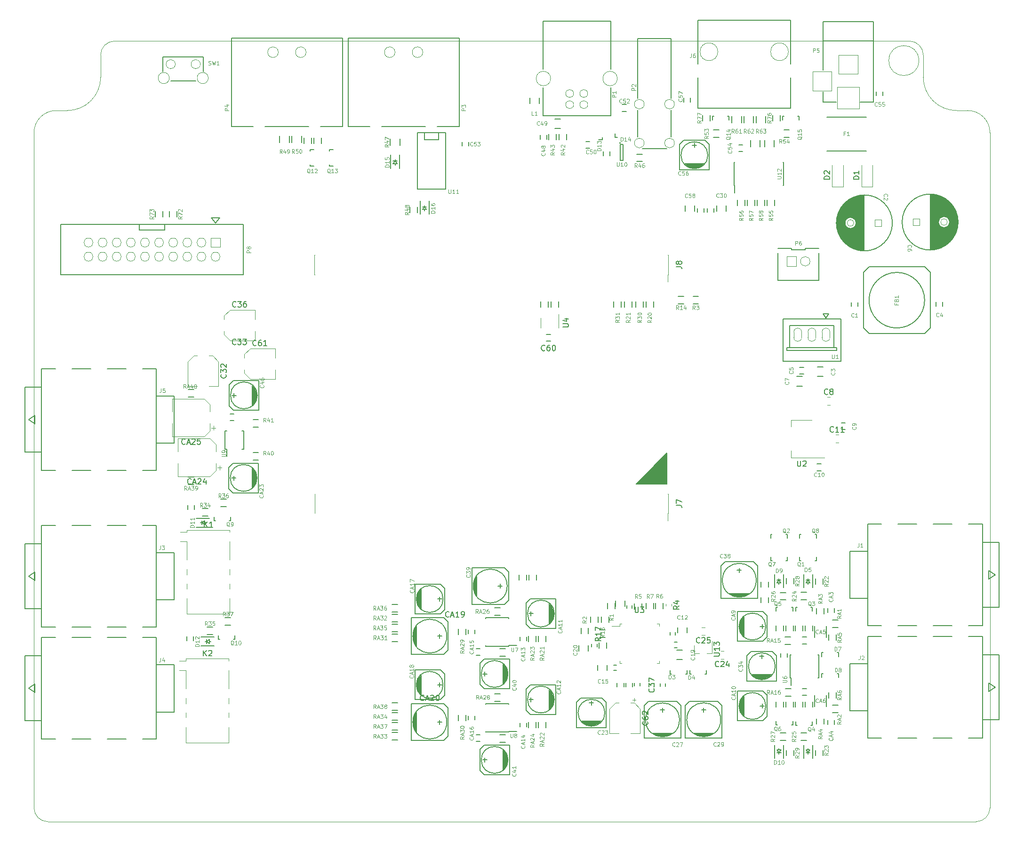
<source format=gto>
G04 #@! TF.GenerationSoftware,KiCad,Pcbnew,5.0.2-bee76a0~70~ubuntu18.04.1*
G04 #@! TF.CreationDate,2019-04-15T14:10:49+02:00*
G04 #@! TF.ProjectId,bottom-board,626f7474-6f6d-42d6-926f-6172642e6b69,rev?*
G04 #@! TF.SameCoordinates,Original*
G04 #@! TF.FileFunction,Legend,Top*
G04 #@! TF.FilePolarity,Positive*
%FSLAX46Y46*%
G04 Gerber Fmt 4.6, Leading zero omitted, Abs format (unit mm)*
G04 Created by KiCad (PCBNEW 5.0.2-bee76a0~70~ubuntu18.04.1) date Mon 15 Apr 2019 02:10:49 PM CEST*
%MOMM*%
%LPD*%
G01*
G04 APERTURE LIST*
%ADD10C,0.150000*%
%ADD11C,0.100000*%
%ADD12C,0.120000*%
%ADD13C,0.105000*%
G04 APERTURE END LIST*
D10*
G36*
X173967540Y-99285520D02*
X173967540Y-93710520D01*
X168392540Y-99285520D01*
X171467540Y-99285520D01*
X173967540Y-99285520D01*
G37*
X173967540Y-99285520D02*
X173967540Y-93710520D01*
X168392540Y-99285520D01*
X171467540Y-99285520D01*
X173967540Y-99285520D01*
D11*
X228074346Y-32066366D02*
G75*
G02X232074346Y-36066366I0J-4000000D01*
G01*
X226074346Y-32066366D02*
G75*
G02X220074346Y-26066366I0J6000000D01*
G01*
X217574346Y-19566366D02*
G75*
G02X220074346Y-22066366I0J-2500000D01*
G01*
X72074346Y-22066366D02*
G75*
G02X74574346Y-19566366I2500000J0D01*
G01*
X72074346Y-26066366D02*
G75*
G02X66074346Y-32066366I-6000000J0D01*
G01*
X60074346Y-36066366D02*
G75*
G02X64074346Y-32066366I4000000J0D01*
G01*
X62574346Y-160066366D02*
G75*
G02X60074346Y-157566366I0J2500000D01*
G01*
X232074346Y-157566366D02*
G75*
G02X229574346Y-160066366I-2500000J0D01*
G01*
X232074350Y-36066368D02*
X232074350Y-157566368D01*
X226074345Y-32066363D02*
X228074349Y-32066363D01*
X220074348Y-22066365D02*
X220074348Y-26066366D01*
X74574344Y-19566368D02*
X217574343Y-19566368D01*
X72074346Y-26066366D02*
X72074346Y-22066365D01*
X64074345Y-32066363D02*
X66074349Y-32066363D01*
X60074344Y-157566368D02*
X60074344Y-36066368D01*
X229574345Y-160066369D02*
X62574349Y-160066369D01*
D12*
G04 #@! TO.C,J7*
X110637540Y-104575520D02*
X110572540Y-104575520D01*
X110572540Y-101045520D02*
X110572540Y-104575520D01*
X110637540Y-101045520D02*
X110572540Y-101045520D01*
X174192540Y-104575520D02*
X174127540Y-104575520D01*
X174192540Y-101045520D02*
X174127540Y-101045520D01*
X174127540Y-104575520D02*
X174127540Y-105900520D01*
X174192540Y-101045520D02*
X174192540Y-104575520D01*
D10*
G04 #@! TO.C,R12*
X161853560Y-125522360D02*
X162853560Y-125522360D01*
X162853560Y-126872360D02*
X161853560Y-126872360D01*
G04 #@! TO.C,R13*
X163069900Y-127832800D02*
X163069900Y-128832800D01*
X161719900Y-128832800D02*
X161719900Y-127832800D01*
G04 #@! TO.C,R7*
X170221280Y-121741120D02*
X170221280Y-120741120D01*
X171571280Y-120741120D02*
X171571280Y-121741120D01*
D12*
G04 #@! TO.C,J8*
X174179540Y-58066520D02*
X174179540Y-61596520D01*
X174114540Y-61596520D02*
X174114540Y-62921520D01*
X174179540Y-58066520D02*
X174114540Y-58066520D01*
X174179540Y-61596520D02*
X174114540Y-61596520D01*
X110624540Y-58066520D02*
X110559540Y-58066520D01*
X110559540Y-58066520D02*
X110559540Y-61596520D01*
X110624540Y-61596520D02*
X110559540Y-61596520D01*
D10*
G04 #@! TO.C,P3*
X120542280Y-34958660D02*
X116582280Y-34958660D01*
X130526280Y-34958660D02*
X122652280Y-34958660D01*
X116582280Y-34958660D02*
X116582280Y-19031660D01*
X136582280Y-19031660D02*
X116582280Y-19031660D01*
X136582280Y-34958660D02*
X136582280Y-19031660D01*
X136582280Y-34958660D02*
X132621780Y-34958660D01*
G04 #@! TO.C,P4*
X99538260Y-34958660D02*
X95578260Y-34958660D01*
X109522260Y-34958660D02*
X101648260Y-34958660D01*
X95578260Y-34958660D02*
X95578260Y-19031660D01*
X115578260Y-19031660D02*
X95578260Y-19031660D01*
X115578260Y-34958660D02*
X115578260Y-19031660D01*
X115578260Y-34958660D02*
X111617760Y-34958660D01*
G04 #@! TO.C,C1*
X208294800Y-66616200D02*
X208294800Y-67316200D01*
X207094800Y-67316200D02*
X207094800Y-66616200D01*
G04 #@! TO.C,C2*
X209402540Y-57299520D02*
X209402540Y-47301520D01*
X209262540Y-57295520D02*
X209262540Y-47305520D01*
X209122540Y-57287520D02*
X209122540Y-47313520D01*
X208982540Y-57275520D02*
X208982540Y-47325520D01*
X208842540Y-57260520D02*
X208842540Y-47340520D01*
X208702540Y-57240520D02*
X208702540Y-47360520D01*
X208562540Y-57216520D02*
X208562540Y-47384520D01*
X208422540Y-57187520D02*
X208422540Y-47413520D01*
X208282540Y-57155520D02*
X208282540Y-47445520D01*
X208142540Y-57118520D02*
X208142540Y-47482520D01*
X208002540Y-57077520D02*
X208002540Y-47523520D01*
X207862540Y-57032520D02*
X207862540Y-52766520D01*
X207862540Y-51834520D02*
X207862540Y-47568520D01*
X207722540Y-56982520D02*
X207722540Y-52967520D01*
X207722540Y-51633520D02*
X207722540Y-47618520D01*
X207582540Y-56927520D02*
X207582540Y-53096520D01*
X207582540Y-51504520D02*
X207582540Y-47673520D01*
X207442540Y-56867520D02*
X207442540Y-53185520D01*
X207442540Y-51415520D02*
X207442540Y-47733520D01*
X207302540Y-56802520D02*
X207302540Y-53246520D01*
X207302540Y-51354520D02*
X207302540Y-47798520D01*
X207162540Y-56732520D02*
X207162540Y-53283520D01*
X207162540Y-51317520D02*
X207162540Y-47868520D01*
X207022540Y-56656520D02*
X207022540Y-53299520D01*
X207022540Y-51301520D02*
X207022540Y-47944520D01*
X206882540Y-56574520D02*
X206882540Y-53295520D01*
X206882540Y-51305520D02*
X206882540Y-48026520D01*
X206742540Y-56486520D02*
X206742540Y-53272520D01*
X206742540Y-51328520D02*
X206742540Y-48114520D01*
X206602540Y-56391520D02*
X206602540Y-53227520D01*
X206602540Y-51373520D02*
X206602540Y-48209520D01*
X206462540Y-56289520D02*
X206462540Y-53157520D01*
X206462540Y-51443520D02*
X206462540Y-48311520D01*
X206322540Y-56179520D02*
X206322540Y-53056520D01*
X206322540Y-51544520D02*
X206322540Y-48421520D01*
X206182540Y-56061520D02*
X206182540Y-52907520D01*
X206182540Y-51693520D02*
X206182540Y-48539520D01*
X206042540Y-55933520D02*
X206042540Y-52655520D01*
X206042540Y-51945520D02*
X206042540Y-48667520D01*
X205902540Y-55796520D02*
X205902540Y-48804520D01*
X205762540Y-55646520D02*
X205762540Y-48954520D01*
X205622540Y-55484520D02*
X205622540Y-49116520D01*
X205482540Y-55307520D02*
X205482540Y-49293520D01*
X205342540Y-55111520D02*
X205342540Y-49489520D01*
X205202540Y-54893520D02*
X205202540Y-49707520D01*
X205062540Y-54647520D02*
X205062540Y-49953520D01*
X204922540Y-54362520D02*
X204922540Y-50238520D01*
X204782540Y-54020520D02*
X204782540Y-50580520D01*
X204642540Y-53574520D02*
X204642540Y-51026520D01*
X204502540Y-52799520D02*
X204502540Y-51801520D01*
X207977540Y-52300520D02*
G75*
G03X207977540Y-52300520I-1000000J0D01*
G01*
X214515040Y-52300520D02*
G75*
G03X214515040Y-52300520I-5037500J0D01*
G01*
G04 #@! TO.C,C4*
X223560200Y-66565400D02*
X223560200Y-67265400D01*
X222360200Y-67265400D02*
X222360200Y-66565400D01*
G04 #@! TO.C,C6*
X221382540Y-47141520D02*
X221382540Y-57139520D01*
X221522540Y-47145520D02*
X221522540Y-57135520D01*
X221662540Y-47153520D02*
X221662540Y-57127520D01*
X221802540Y-47165520D02*
X221802540Y-57115520D01*
X221942540Y-47180520D02*
X221942540Y-57100520D01*
X222082540Y-47200520D02*
X222082540Y-57080520D01*
X222222540Y-47224520D02*
X222222540Y-57056520D01*
X222362540Y-47253520D02*
X222362540Y-57027520D01*
X222502540Y-47285520D02*
X222502540Y-56995520D01*
X222642540Y-47322520D02*
X222642540Y-56958520D01*
X222782540Y-47363520D02*
X222782540Y-56917520D01*
X222922540Y-47408520D02*
X222922540Y-51674520D01*
X222922540Y-52606520D02*
X222922540Y-56872520D01*
X223062540Y-47458520D02*
X223062540Y-51473520D01*
X223062540Y-52807520D02*
X223062540Y-56822520D01*
X223202540Y-47513520D02*
X223202540Y-51344520D01*
X223202540Y-52936520D02*
X223202540Y-56767520D01*
X223342540Y-47573520D02*
X223342540Y-51255520D01*
X223342540Y-53025520D02*
X223342540Y-56707520D01*
X223482540Y-47638520D02*
X223482540Y-51194520D01*
X223482540Y-53086520D02*
X223482540Y-56642520D01*
X223622540Y-47708520D02*
X223622540Y-51157520D01*
X223622540Y-53123520D02*
X223622540Y-56572520D01*
X223762540Y-47784520D02*
X223762540Y-51141520D01*
X223762540Y-53139520D02*
X223762540Y-56496520D01*
X223902540Y-47866520D02*
X223902540Y-51145520D01*
X223902540Y-53135520D02*
X223902540Y-56414520D01*
X224042540Y-47954520D02*
X224042540Y-51168520D01*
X224042540Y-53112520D02*
X224042540Y-56326520D01*
X224182540Y-48049520D02*
X224182540Y-51213520D01*
X224182540Y-53067520D02*
X224182540Y-56231520D01*
X224322540Y-48151520D02*
X224322540Y-51283520D01*
X224322540Y-52997520D02*
X224322540Y-56129520D01*
X224462540Y-48261520D02*
X224462540Y-51384520D01*
X224462540Y-52896520D02*
X224462540Y-56019520D01*
X224602540Y-48379520D02*
X224602540Y-51533520D01*
X224602540Y-52747520D02*
X224602540Y-55901520D01*
X224742540Y-48507520D02*
X224742540Y-51785520D01*
X224742540Y-52495520D02*
X224742540Y-55773520D01*
X224882540Y-48644520D02*
X224882540Y-55636520D01*
X225022540Y-48794520D02*
X225022540Y-55486520D01*
X225162540Y-48956520D02*
X225162540Y-55324520D01*
X225302540Y-49133520D02*
X225302540Y-55147520D01*
X225442540Y-49329520D02*
X225442540Y-54951520D01*
X225582540Y-49547520D02*
X225582540Y-54733520D01*
X225722540Y-49793520D02*
X225722540Y-54487520D01*
X225862540Y-50078520D02*
X225862540Y-54202520D01*
X226002540Y-50420520D02*
X226002540Y-53860520D01*
X226142540Y-50866520D02*
X226142540Y-53414520D01*
X226282540Y-51641520D02*
X226282540Y-52639520D01*
X224807540Y-52140520D02*
G75*
G03X224807540Y-52140520I-1000000J0D01*
G01*
X226345040Y-52140520D02*
G75*
G03X226345040Y-52140520I-5037500J0D01*
G01*
G04 #@! TO.C,C9*
X205364600Y-88300000D02*
X206064600Y-88300000D01*
X206064600Y-89500000D02*
X205364600Y-89500000D01*
G04 #@! TO.C,C10*
X200970400Y-95691400D02*
X201670400Y-95691400D01*
X201670400Y-96891400D02*
X200970400Y-96891400D01*
G04 #@! TO.C,C5*
X197851280Y-78261920D02*
X198551280Y-78261920D01*
X198551280Y-79461920D02*
X197851280Y-79461920D01*
G04 #@! TO.C,C18*
X164681800Y-120277000D02*
X164681800Y-121277000D01*
X166381800Y-121277000D02*
X166381800Y-120277000D01*
G04 #@! TO.C,C15*
X163181400Y-132859400D02*
X163181400Y-131859400D01*
X161481400Y-131859400D02*
X161481400Y-132859400D01*
G04 #@! TO.C,C19*
X176699800Y-129198000D02*
X175699800Y-129198000D01*
X175699800Y-130898000D02*
X176699800Y-130898000D01*
G04 #@! TO.C,C30*
X182893600Y-49182400D02*
X182893600Y-50182400D01*
X184593600Y-50182400D02*
X184593600Y-49182400D01*
G04 #@! TO.C,C31*
X181213200Y-50388000D02*
X181213200Y-49688000D01*
X182413200Y-49688000D02*
X182413200Y-50388000D01*
G04 #@! TO.C,C35*
X194398340Y-130476740D02*
X194398340Y-129776740D01*
X195598340Y-129776740D02*
X195598340Y-130476740D01*
G04 #@! TO.C,C42*
X140354800Y-130140000D02*
X139654800Y-130140000D01*
X139654800Y-128940000D02*
X140354800Y-128940000D01*
G04 #@! TO.C,C43*
X140354800Y-145608600D02*
X139654800Y-145608600D01*
X139654800Y-144408600D02*
X140354800Y-144408600D01*
G04 #@! TO.C,C47*
X95382600Y-86674400D02*
X96082600Y-86674400D01*
X96082600Y-87874400D02*
X95382600Y-87874400D01*
G04 #@! TO.C,C51*
X162531500Y-40177200D02*
X162531500Y-39477200D01*
X163731500Y-39477200D02*
X163731500Y-40177200D01*
G04 #@! TO.C,C49*
X153766900Y-35267000D02*
X154766900Y-35267000D01*
X154766900Y-33567000D02*
X153766900Y-33567000D01*
G04 #@! TO.C,C50*
X160077900Y-38839700D02*
X159377900Y-38839700D01*
X159377900Y-37639700D02*
X160077900Y-37639700D01*
G04 #@! TO.C,C52*
X166631100Y-32197600D02*
X165931100Y-32197600D01*
X165931100Y-30997600D02*
X166631100Y-30997600D01*
G04 #@! TO.C,C48*
X151126900Y-37192700D02*
X151126900Y-36492700D01*
X152326900Y-36492700D02*
X152326900Y-37192700D01*
G04 #@! TO.C,C53*
X138308640Y-37734760D02*
X138308640Y-38434760D01*
X137108640Y-38434760D02*
X137108640Y-37734760D01*
G04 #@! TO.C,C55*
X211617000Y-29382200D02*
X211617000Y-28682200D01*
X212817000Y-28682200D02*
X212817000Y-29382200D01*
G04 #@! TO.C,C57*
X178196800Y-29825200D02*
X178196800Y-30525200D01*
X176996800Y-30525200D02*
X176996800Y-29825200D01*
G04 #@! TO.C,CA1*
X166587880Y-135806360D02*
X166587880Y-135106360D01*
X167787880Y-135106360D02*
X167787880Y-135806360D01*
G04 #@! TO.C,CA2*
X164997840Y-135785340D02*
X164997840Y-135085340D01*
X166197840Y-135085340D02*
X166197840Y-135785340D01*
G04 #@! TO.C,CA5*
X200551940Y-124900180D02*
X200551940Y-126900180D01*
X202601940Y-126900180D02*
X202601940Y-124900180D01*
G04 #@! TO.C,CA3*
X204069240Y-121676680D02*
X204069240Y-122376680D01*
X202869240Y-122376680D02*
X202869240Y-121676680D01*
G04 #@! TO.C,CA7*
X198356740Y-126849580D02*
X199056740Y-126849580D01*
X199056740Y-128049580D02*
X198356740Y-128049580D01*
G04 #@! TO.C,CA6*
X202599400Y-139303000D02*
X202599400Y-137303000D01*
X200549400Y-137303000D02*
X200549400Y-139303000D01*
G04 #@! TO.C,CA4*
X202869240Y-142518880D02*
X202869240Y-141818880D01*
X204069240Y-141818880D02*
X204069240Y-142518880D01*
G04 #@! TO.C,CA8*
X199056740Y-137345980D02*
X198356740Y-137345980D01*
X198356740Y-136145980D02*
X199056740Y-136145980D01*
G04 #@! TO.C,CA13*
X147482000Y-127527800D02*
X147482000Y-126827800D01*
X148682000Y-126827800D02*
X148682000Y-127527800D01*
G04 #@! TO.C,CA15*
X138211000Y-126257800D02*
X138211000Y-125557800D01*
X139411000Y-125557800D02*
X139411000Y-126257800D01*
G04 #@! TO.C,CA14*
X147482000Y-142996400D02*
X147482000Y-142296400D01*
X148682000Y-142296400D02*
X148682000Y-142996400D01*
G04 #@! TO.C,CA16*
X138211000Y-141726400D02*
X138211000Y-141026400D01*
X139411000Y-141026400D02*
X139411000Y-141726400D01*
G04 #@! TO.C,D13*
X161665920Y-37299900D02*
X162374580Y-37299900D01*
X162374580Y-37299900D02*
X162374580Y-36898580D01*
G04 #@! TO.C,D14*
X164642800Y-36215320D02*
X164642800Y-36923980D01*
X164642800Y-36923980D02*
X165044120Y-36923980D01*
G04 #@! TO.C,F1*
X209804000Y-39319200D02*
X202692000Y-39319200D01*
X209804000Y-33223200D02*
X202692000Y-33223200D01*
G04 #@! TO.C,FB1*
X220316060Y-66204200D02*
G75*
G03X220316060Y-66204200I-5001260J0D01*
G01*
X209315320Y-66204200D02*
X209315320Y-61202940D01*
X209315320Y-61202940D02*
X210313540Y-60204720D01*
X210313540Y-60204720D02*
X220316060Y-60204720D01*
X220316060Y-60204720D02*
X221314280Y-61202940D01*
X221314280Y-61202940D02*
X221314280Y-71205460D01*
X221314280Y-71205460D02*
X220316060Y-72203680D01*
X220316060Y-72203680D02*
X210313540Y-72203680D01*
X210313540Y-72203680D02*
X209315320Y-71205460D01*
X209315320Y-71205460D02*
X209315320Y-66204200D01*
G04 #@! TO.C,L1*
X150976700Y-30776800D02*
X150976700Y-29776800D01*
X149276700Y-29776800D02*
X149276700Y-30776800D01*
G04 #@! TO.C,P2*
X174704000Y-29828400D02*
X174704000Y-19148400D01*
X168704000Y-29828400D02*
X168704000Y-19148400D01*
X168704000Y-19148400D02*
X174704000Y-19148400D01*
X168704000Y-32008400D02*
X168704000Y-36828400D01*
X173904000Y-38921900D02*
X169504000Y-38921900D01*
X174704000Y-32008400D02*
X174704000Y-36828400D01*
G04 #@! TO.C,R1*
X164644700Y-120753820D02*
X164644700Y-121753820D01*
X163294700Y-121753820D02*
X163294700Y-120753820D01*
G04 #@! TO.C,R2*
X159839020Y-125211520D02*
X159839020Y-126211520D01*
X158489020Y-126211520D02*
X158489020Y-125211520D01*
G04 #@! TO.C,R9*
X161558600Y-123172600D02*
X161558600Y-124172600D01*
X160208600Y-124172600D02*
X160208600Y-123172600D01*
G04 #@! TO.C,R10*
X163489000Y-123172600D02*
X163489000Y-124172600D01*
X162139000Y-124172600D02*
X162139000Y-123172600D01*
G04 #@! TO.C,R14*
X177004600Y-66867400D02*
X176004600Y-66867400D01*
X176004600Y-65517400D02*
X177004600Y-65517400D01*
G04 #@! TO.C,R22*
X200683500Y-117314600D02*
X200683500Y-116314600D01*
X202033500Y-116314600D02*
X202033500Y-117314600D01*
G04 #@! TO.C,R24*
X199105140Y-120136280D02*
X198105140Y-120136280D01*
X198105140Y-118786280D02*
X199105140Y-118786280D01*
G04 #@! TO.C,R28*
X195451100Y-117263800D02*
X195451100Y-116263800D01*
X196801100Y-116263800D02*
X196801100Y-117263800D01*
G04 #@! TO.C,R26*
X194358640Y-118811680D02*
X195358640Y-118811680D01*
X195358640Y-120161680D02*
X194358640Y-120161680D01*
G04 #@! TO.C,R20*
X170190800Y-67429000D02*
X170190800Y-66429000D01*
X171540800Y-66429000D02*
X171540800Y-67429000D01*
G04 #@! TO.C,R30*
X169737400Y-66429000D02*
X169737400Y-67429000D01*
X168387400Y-67429000D02*
X168387400Y-66429000D01*
G04 #@! TO.C,R23*
X202033500Y-147188300D02*
X202033500Y-148188300D01*
X200683500Y-148188300D02*
X200683500Y-147188300D01*
G04 #@! TO.C,R25*
X199105140Y-145409280D02*
X198105140Y-145409280D01*
X198105140Y-144059280D02*
X199105140Y-144059280D01*
G04 #@! TO.C,R29*
X196801100Y-147188300D02*
X196801100Y-148188300D01*
X195451100Y-148188300D02*
X195451100Y-147188300D01*
G04 #@! TO.C,R27*
X195358640Y-145409280D02*
X194358640Y-145409280D01*
X194358640Y-144059280D02*
X195358640Y-144059280D01*
G04 #@! TO.C,R21*
X167654600Y-66429000D02*
X167654600Y-67429000D01*
X166304600Y-67429000D02*
X166304600Y-66429000D01*
G04 #@! TO.C,R31*
X165749600Y-66429000D02*
X165749600Y-67429000D01*
X164399600Y-67429000D02*
X164399600Y-66429000D01*
G04 #@! TO.C,R34*
X90360200Y-103667400D02*
X91360200Y-103667400D01*
X91360200Y-105017400D02*
X90360200Y-105017400D01*
G04 #@! TO.C,R36*
X94662200Y-103391800D02*
X93662200Y-103391800D01*
X93662200Y-102041800D02*
X94662200Y-102041800D01*
G04 #@! TO.C,R42*
X154582500Y-37342700D02*
X154582500Y-36342700D01*
X155932500Y-36342700D02*
X155932500Y-37342700D01*
G04 #@! TO.C,R43*
X154065600Y-36342700D02*
X154065600Y-37342700D01*
X152715600Y-37342700D02*
X152715600Y-36342700D01*
G04 #@! TO.C,R46*
X169537000Y-41251500D02*
X168537000Y-41251500D01*
X168537000Y-39901500D02*
X169537000Y-39901500D01*
G04 #@! TO.C,R49*
X104281000Y-37861800D02*
X104281000Y-36661800D01*
X106031000Y-36661800D02*
X106031000Y-37861800D01*
G04 #@! TO.C,R51*
X108697400Y-37965000D02*
X108697400Y-36965000D01*
X110047400Y-36965000D02*
X110047400Y-37965000D01*
G04 #@! TO.C,R47*
X125914120Y-37149480D02*
X125914120Y-38349480D01*
X124164120Y-38349480D02*
X124164120Y-37149480D01*
G04 #@! TO.C,R48*
X129097400Y-49436400D02*
X129097400Y-50436400D01*
X127747400Y-50436400D02*
X127747400Y-49436400D01*
G04 #@! TO.C,R50*
X106490800Y-37861800D02*
X106490800Y-36661800D01*
X108240800Y-36661800D02*
X108240800Y-37861800D01*
G04 #@! TO.C,R52*
X110450000Y-37965000D02*
X110450000Y-36965000D01*
X111800000Y-36965000D02*
X111800000Y-37965000D01*
G04 #@! TO.C,R54*
X194978400Y-35545400D02*
X195978400Y-35545400D01*
X195978400Y-36895400D02*
X194978400Y-36895400D01*
G04 #@! TO.C,R59*
X188964600Y-38598400D02*
X188964600Y-37398400D01*
X190714600Y-37398400D02*
X190714600Y-38598400D01*
G04 #@! TO.C,R56*
X186650000Y-49141000D02*
X186650000Y-48141000D01*
X188000000Y-48141000D02*
X188000000Y-49141000D01*
G04 #@! TO.C,R60*
X191530000Y-38598400D02*
X191530000Y-37398400D01*
X193280000Y-37398400D02*
X193280000Y-38598400D01*
G04 #@! TO.C,R61*
X185611800Y-34305800D02*
X185611800Y-33105800D01*
X187361800Y-33105800D02*
X187361800Y-34305800D01*
G04 #@! TO.C,R53*
X182303800Y-35545400D02*
X183303800Y-35545400D01*
X183303800Y-36895400D02*
X182303800Y-36895400D01*
G04 #@! TO.C,R55*
X191984000Y-49141000D02*
X191984000Y-48141000D01*
X193334000Y-48141000D02*
X193334000Y-49141000D01*
G04 #@! TO.C,R62*
X187796200Y-34305800D02*
X187796200Y-33105800D01*
X189546200Y-33105800D02*
X189546200Y-34305800D01*
G04 #@! TO.C,R76*
X192974600Y-33901000D02*
X192974600Y-32901000D01*
X194324600Y-32901000D02*
X194324600Y-33901000D01*
G04 #@! TO.C,R77*
X180401600Y-33901000D02*
X180401600Y-32901000D01*
X181751600Y-32901000D02*
X181751600Y-33901000D01*
G04 #@! TO.C,RA5*
X204385540Y-126416180D02*
X204385540Y-127416180D01*
X203035540Y-127416180D02*
X203035540Y-126416180D01*
G04 #@! TO.C,RA1*
X204718540Y-125076580D02*
X203718540Y-125076580D01*
X203718540Y-123726580D02*
X204718540Y-123726580D01*
G04 #@! TO.C,RA15*
X195209540Y-126774580D02*
X196209540Y-126774580D01*
X196209540Y-128124580D02*
X195209540Y-128124580D01*
G04 #@! TO.C,RA3*
X200901940Y-122679080D02*
X200901940Y-121679080D01*
X202251940Y-121679080D02*
X202251940Y-122679080D01*
G04 #@! TO.C,RA9*
X200143740Y-124739780D02*
X200143740Y-125739780D01*
X198793740Y-125739780D02*
X198793740Y-124739780D01*
G04 #@! TO.C,RA13*
X193612140Y-125739780D02*
X193612140Y-124739780D01*
X194962140Y-124739780D02*
X194962140Y-125739780D01*
G04 #@! TO.C,RA6*
X203035540Y-137779380D02*
X203035540Y-136779380D01*
X204385540Y-136779380D02*
X204385540Y-137779380D01*
G04 #@! TO.C,RA7*
X197066540Y-125739780D02*
X197066540Y-124739780D01*
X198416540Y-124739780D02*
X198416540Y-125739780D01*
G04 #@! TO.C,RA11*
X195339340Y-125739780D02*
X195339340Y-124739780D01*
X196689340Y-124739780D02*
X196689340Y-125739780D01*
G04 #@! TO.C,RA2*
X204718540Y-140468980D02*
X203718540Y-140468980D01*
X203718540Y-139118980D02*
X204718540Y-139118980D01*
G04 #@! TO.C,RA16*
X195247640Y-136109080D02*
X196247640Y-136109080D01*
X196247640Y-137459080D02*
X195247640Y-137459080D01*
G04 #@! TO.C,RA4*
X202251940Y-141516480D02*
X202251940Y-142516480D01*
X200901940Y-142516480D02*
X200901940Y-141516480D01*
G04 #@! TO.C,RA10*
X197066540Y-139455780D02*
X197066540Y-138455780D01*
X198416540Y-138455780D02*
X198416540Y-139455780D01*
G04 #@! TO.C,RA14*
X194962140Y-138455780D02*
X194962140Y-139455780D01*
X193612140Y-139455780D02*
X193612140Y-138455780D01*
G04 #@! TO.C,RA8*
X200143740Y-138455780D02*
X200143740Y-139455780D01*
X198793740Y-139455780D02*
X198793740Y-138455780D01*
G04 #@! TO.C,RA12*
X196689340Y-138455780D02*
X196689340Y-139455780D01*
X195339340Y-139455780D02*
X195339340Y-138455780D01*
G04 #@! TO.C,RA17*
X192216400Y-116873400D02*
X192216400Y-117873400D01*
X190866400Y-117873400D02*
X190866400Y-116873400D01*
G04 #@! TO.C,RA18*
X192216400Y-119667400D02*
X192216400Y-120667400D01*
X190866400Y-120667400D02*
X190866400Y-119667400D01*
G04 #@! TO.C,RA23*
X150433400Y-126677800D02*
X150433400Y-127677800D01*
X149083400Y-127677800D02*
X149083400Y-126677800D01*
G04 #@! TO.C,RA29*
X137809600Y-125407800D02*
X137809600Y-126407800D01*
X136459600Y-126407800D02*
X136459600Y-125407800D01*
G04 #@! TO.C,RA21*
X152160600Y-126677800D02*
X152160600Y-127677800D01*
X150810600Y-127677800D02*
X150810600Y-126677800D01*
G04 #@! TO.C,RA25*
X144873600Y-130265800D02*
X143873600Y-130265800D01*
X143873600Y-128915800D02*
X144873600Y-128915800D01*
G04 #@! TO.C,RA35*
X125468000Y-125871600D02*
X124468000Y-125871600D01*
X124468000Y-124521600D02*
X125468000Y-124521600D01*
G04 #@! TO.C,RA26*
X143984600Y-122899800D02*
X142984600Y-122899800D01*
X142984600Y-121549800D02*
X143984600Y-121549800D01*
G04 #@! TO.C,RA31*
X125468000Y-127649600D02*
X124468000Y-127649600D01*
X124468000Y-126299600D02*
X125468000Y-126299600D01*
G04 #@! TO.C,RA36*
X125468000Y-122315600D02*
X124468000Y-122315600D01*
X124468000Y-120965600D02*
X125468000Y-120965600D01*
G04 #@! TO.C,RA32*
X125468000Y-124093600D02*
X124468000Y-124093600D01*
X124468000Y-122743600D02*
X125468000Y-122743600D01*
G04 #@! TO.C,RA24*
X150433400Y-142146400D02*
X150433400Y-143146400D01*
X149083400Y-143146400D02*
X149083400Y-142146400D01*
G04 #@! TO.C,RA30*
X137809600Y-140876400D02*
X137809600Y-141876400D01*
X136459600Y-141876400D02*
X136459600Y-140876400D01*
G04 #@! TO.C,RA22*
X152160600Y-142146400D02*
X152160600Y-143146400D01*
X150810600Y-143146400D02*
X150810600Y-142146400D01*
G04 #@! TO.C,RA27*
X144873600Y-145734400D02*
X143873600Y-145734400D01*
X143873600Y-144384400D02*
X144873600Y-144384400D01*
G04 #@! TO.C,RA37*
X125468000Y-143600800D02*
X124468000Y-143600800D01*
X124468000Y-142250800D02*
X125468000Y-142250800D01*
G04 #@! TO.C,RA28*
X143984600Y-138368400D02*
X142984600Y-138368400D01*
X142984600Y-137018400D02*
X143984600Y-137018400D01*
G04 #@! TO.C,RA33*
X125468000Y-145378800D02*
X124468000Y-145378800D01*
X124468000Y-144028800D02*
X125468000Y-144028800D01*
G04 #@! TO.C,RA38*
X125468000Y-140044800D02*
X124468000Y-140044800D01*
X124468000Y-138694800D02*
X125468000Y-138694800D01*
G04 #@! TO.C,RA34*
X125468000Y-141822800D02*
X124468000Y-141822800D01*
X124468000Y-140472800D02*
X125468000Y-140472800D01*
G04 #@! TO.C,RA19*
X148680800Y-115603400D02*
X148680800Y-116603400D01*
X147330800Y-116603400D02*
X147330800Y-115603400D01*
G04 #@! TO.C,RA20*
X149108800Y-116603400D02*
X149108800Y-115603400D01*
X150458800Y-115603400D02*
X150458800Y-116603400D01*
G04 #@! TO.C,RA39*
X87806340Y-98011620D02*
X88806340Y-98011620D01*
X88806340Y-99361620D02*
X87806340Y-99361620D01*
G04 #@! TO.C,RA40*
X87869140Y-82301720D02*
X88869140Y-82301720D01*
X88869140Y-83651720D02*
X87869140Y-83651720D01*
G04 #@! TO.C,SW1*
X83276440Y-22452840D02*
X90573440Y-22452840D01*
X90573440Y-22452840D02*
X90573440Y-25022840D01*
X84673440Y-26752840D02*
X89173440Y-26752840D01*
X83276440Y-22452840D02*
X83276440Y-25022840D01*
G04 #@! TO.C,U6*
X196124120Y-134170220D02*
X196269120Y-134170220D01*
X196124120Y-130020220D02*
X196269120Y-130020220D01*
X201274120Y-130020220D02*
X201129120Y-130020220D01*
X201274120Y-134170220D02*
X201129120Y-134170220D01*
X196124120Y-134170220D02*
X196124120Y-130020220D01*
X201274120Y-134170220D02*
X201274120Y-130020220D01*
X196269120Y-134170220D02*
X196269120Y-135570220D01*
G04 #@! TO.C,U7*
X145521500Y-128482800D02*
X145521500Y-128337800D01*
X141371500Y-128482800D02*
X141371500Y-128337800D01*
X141371500Y-123332800D02*
X141371500Y-123477800D01*
X145521500Y-123332800D02*
X145521500Y-123477800D01*
X145521500Y-128482800D02*
X141371500Y-128482800D01*
X145521500Y-123332800D02*
X141371500Y-123332800D01*
X145521500Y-128337800D02*
X146921500Y-128337800D01*
G04 #@! TO.C,U9*
X94464000Y-93038800D02*
X94764000Y-93038800D01*
X94464000Y-89688800D02*
X94764000Y-89688800D01*
X97814000Y-89688800D02*
X97514000Y-89688800D01*
X97814000Y-93038800D02*
X97514000Y-93038800D01*
X94464000Y-93038800D02*
X94464000Y-89688800D01*
X97814000Y-93038800D02*
X97814000Y-89688800D01*
X94764000Y-93038800D02*
X94764000Y-94263800D01*
G04 #@! TO.C,U11*
X134137400Y-36068000D02*
X129057400Y-36068000D01*
X129057400Y-36068000D02*
X129057400Y-46228000D01*
X129057400Y-46228000D02*
X134137400Y-46228000D01*
X134137400Y-46228000D02*
X134137400Y-36068000D01*
X132867400Y-36068000D02*
X132867400Y-37338000D01*
X132867400Y-37338000D02*
X130327400Y-37338000D01*
X130327400Y-37338000D02*
X130327400Y-36068000D01*
G04 #@! TO.C,U12*
X186050000Y-45534400D02*
X186165000Y-45534400D01*
X186050000Y-41384400D02*
X186165000Y-41384400D01*
X194950000Y-41384400D02*
X194835000Y-41384400D01*
X194950000Y-45534400D02*
X194835000Y-45534400D01*
X186050000Y-45534400D02*
X186050000Y-41384400D01*
X194950000Y-45534400D02*
X194950000Y-41384400D01*
X186165000Y-45534400D02*
X186165000Y-46909400D01*
G04 #@! TO.C,J6*
X196176900Y-31648400D02*
X196176900Y-26123900D01*
X179539900Y-31648400D02*
X179539900Y-26123900D01*
X196176900Y-15836900D02*
X179539900Y-15836900D01*
X196176900Y-15836900D02*
X196176900Y-23710900D01*
X179539900Y-15836900D02*
X179539900Y-23710900D01*
X196176900Y-31648400D02*
X179539900Y-31648400D01*
G04 #@! TO.C,J5*
X59126120Y-87655400D02*
X60269120Y-86893400D01*
X60269120Y-86893400D02*
X60269120Y-88417400D01*
X59126120Y-87655400D02*
X60269120Y-88417400D01*
X82062320Y-83426300D02*
X85282320Y-83426300D01*
X85300820Y-91935300D02*
X85300820Y-83449300D01*
X82062320Y-91935300D02*
X85282320Y-91935300D01*
X58425320Y-93522800D02*
X61425320Y-93522800D01*
X58425320Y-93522800D02*
X58425320Y-81822800D01*
X58425320Y-81822800D02*
X61425320Y-81822800D01*
X82034820Y-96816800D02*
X82034820Y-78531800D01*
X82034820Y-78531800D02*
X79585820Y-78531800D01*
X82034820Y-96816800D02*
X79585820Y-96816800D01*
X63975320Y-96816800D02*
X61425320Y-96816800D01*
X70314820Y-96816800D02*
X66885820Y-96816800D01*
X76664820Y-96816800D02*
X73235820Y-96816800D01*
X73235820Y-78531800D02*
X76664820Y-78531800D01*
X66885820Y-78531800D02*
X70314820Y-78531800D01*
X61425320Y-78531800D02*
X63975320Y-78531800D01*
X61425320Y-96816800D02*
X61425320Y-78531800D01*
G04 #@! TO.C,J1*
X233019600Y-115671600D02*
X231876600Y-116433600D01*
X231876600Y-116433600D02*
X231876600Y-114909600D01*
X233019600Y-115671600D02*
X231876600Y-114909600D01*
X210083400Y-119900700D02*
X206863400Y-119900700D01*
X206844900Y-111391700D02*
X206844900Y-119877700D01*
X210083400Y-111391700D02*
X206863400Y-111391700D01*
X233720400Y-109804200D02*
X230720400Y-109804200D01*
X233720400Y-109804200D02*
X233720400Y-121504200D01*
X233720400Y-121504200D02*
X230720400Y-121504200D01*
X210110900Y-106510200D02*
X210110900Y-124795200D01*
X210110900Y-124795200D02*
X212559900Y-124795200D01*
X210110900Y-106510200D02*
X212559900Y-106510200D01*
X228170400Y-106510200D02*
X230720400Y-106510200D01*
X221830900Y-106510200D02*
X225259900Y-106510200D01*
X215480900Y-106510200D02*
X218909900Y-106510200D01*
X218909900Y-124795200D02*
X215480900Y-124795200D01*
X225259900Y-124795200D02*
X221830900Y-124795200D01*
X230720400Y-124795200D02*
X228170400Y-124795200D01*
X230720400Y-106510200D02*
X230720400Y-124795200D01*
G04 #@! TO.C,J2*
X233019600Y-135877300D02*
X231876600Y-136639300D01*
X231876600Y-136639300D02*
X231876600Y-135115300D01*
X233019600Y-135877300D02*
X231876600Y-135115300D01*
X210083400Y-140106400D02*
X206863400Y-140106400D01*
X206844900Y-131597400D02*
X206844900Y-140083400D01*
X210083400Y-131597400D02*
X206863400Y-131597400D01*
X233720400Y-130009900D02*
X230720400Y-130009900D01*
X233720400Y-130009900D02*
X233720400Y-141709900D01*
X233720400Y-141709900D02*
X230720400Y-141709900D01*
X210110900Y-126715900D02*
X210110900Y-145000900D01*
X210110900Y-145000900D02*
X212559900Y-145000900D01*
X210110900Y-126715900D02*
X212559900Y-126715900D01*
X228170400Y-126715900D02*
X230720400Y-126715900D01*
X221830900Y-126715900D02*
X225259900Y-126715900D01*
X215480900Y-126715900D02*
X218909900Y-126715900D01*
X218909900Y-145000900D02*
X215480900Y-145000900D01*
X225259900Y-145000900D02*
X221830900Y-145000900D01*
X230720400Y-145000900D02*
X228170400Y-145000900D01*
X230720400Y-126715900D02*
X230720400Y-145000900D01*
G04 #@! TO.C,J3*
X59126120Y-115854480D02*
X60269120Y-115092480D01*
X60269120Y-115092480D02*
X60269120Y-116616480D01*
X59126120Y-115854480D02*
X60269120Y-116616480D01*
X82062320Y-111625380D02*
X85282320Y-111625380D01*
X85300820Y-120134380D02*
X85300820Y-111648380D01*
X82062320Y-120134380D02*
X85282320Y-120134380D01*
X58425320Y-121721880D02*
X61425320Y-121721880D01*
X58425320Y-121721880D02*
X58425320Y-110021880D01*
X58425320Y-110021880D02*
X61425320Y-110021880D01*
X82034820Y-125015880D02*
X82034820Y-106730880D01*
X82034820Y-106730880D02*
X79585820Y-106730880D01*
X82034820Y-125015880D02*
X79585820Y-125015880D01*
X63975320Y-125015880D02*
X61425320Y-125015880D01*
X70314820Y-125015880D02*
X66885820Y-125015880D01*
X76664820Y-125015880D02*
X73235820Y-125015880D01*
X73235820Y-106730880D02*
X76664820Y-106730880D01*
X66885820Y-106730880D02*
X70314820Y-106730880D01*
X61425320Y-106730880D02*
X63975320Y-106730880D01*
X61425320Y-125015880D02*
X61425320Y-106730880D01*
G04 #@! TO.C,J4*
X59126120Y-136052560D02*
X60269120Y-135290560D01*
X60269120Y-135290560D02*
X60269120Y-136814560D01*
X59126120Y-136052560D02*
X60269120Y-136814560D01*
X82062320Y-131823460D02*
X85282320Y-131823460D01*
X85300820Y-140332460D02*
X85300820Y-131846460D01*
X82062320Y-140332460D02*
X85282320Y-140332460D01*
X58425320Y-141919960D02*
X61425320Y-141919960D01*
X58425320Y-141919960D02*
X58425320Y-130219960D01*
X58425320Y-130219960D02*
X61425320Y-130219960D01*
X82034820Y-145213960D02*
X82034820Y-126928960D01*
X82034820Y-126928960D02*
X79585820Y-126928960D01*
X82034820Y-145213960D02*
X79585820Y-145213960D01*
X63975320Y-145213960D02*
X61425320Y-145213960D01*
X70314820Y-145213960D02*
X66885820Y-145213960D01*
X76664820Y-145213960D02*
X73235820Y-145213960D01*
X73235820Y-126928960D02*
X76664820Y-126928960D01*
X66885820Y-126928960D02*
X70314820Y-126928960D01*
X61425320Y-126928960D02*
X63975320Y-126928960D01*
X61425320Y-145213960D02*
X61425320Y-126928960D01*
G04 #@! TO.C,P5*
X202075660Y-24823880D02*
X202075660Y-16073880D01*
X202075660Y-30573880D02*
X202075660Y-28723880D01*
X202075660Y-30573880D02*
X204375660Y-30573880D01*
X211075660Y-30573880D02*
X208775660Y-30573880D01*
X211076540Y-19573240D02*
X202074780Y-19573240D01*
X211076540Y-16073120D02*
X202074780Y-16073120D01*
X211076540Y-30573980D02*
X211076540Y-16073120D01*
G04 #@! TO.C,D5*
X199351900Y-117069680D02*
X199351900Y-117319680D01*
X199351900Y-116569680D02*
X199351900Y-116319680D01*
X199351900Y-116569680D02*
X199701900Y-117069680D01*
X199701900Y-117069680D02*
X199001900Y-117069680D01*
X199001900Y-117069680D02*
X199351900Y-116569680D01*
X199701900Y-116569680D02*
X199001900Y-116569680D01*
X198551900Y-115519680D02*
X198551900Y-117919680D01*
X200151900Y-115519680D02*
X200151900Y-117919680D01*
G04 #@! TO.C,D9*
X194109340Y-117069680D02*
X194109340Y-117319680D01*
X194109340Y-116569680D02*
X194109340Y-116319680D01*
X194109340Y-116569680D02*
X194459340Y-117069680D01*
X194459340Y-117069680D02*
X193759340Y-117069680D01*
X193759340Y-117069680D02*
X194109340Y-116569680D01*
X194459340Y-116569680D02*
X193759340Y-116569680D01*
X193309340Y-115519680D02*
X193309340Y-117919680D01*
X194909340Y-115519680D02*
X194909340Y-117919680D01*
G04 #@! TO.C,D6*
X199351900Y-147133500D02*
X199351900Y-146883500D01*
X199351900Y-147633500D02*
X199351900Y-147883500D01*
X199351900Y-147633500D02*
X199001900Y-147133500D01*
X199001900Y-147133500D02*
X199701900Y-147133500D01*
X199701900Y-147133500D02*
X199351900Y-147633500D01*
X199001900Y-147633500D02*
X199701900Y-147633500D01*
X200151900Y-148683500D02*
X200151900Y-146283500D01*
X198551900Y-148683500D02*
X198551900Y-146283500D01*
G04 #@! TO.C,D10*
X194119500Y-147133500D02*
X194119500Y-146883500D01*
X194119500Y-147633500D02*
X194119500Y-147883500D01*
X194119500Y-147633500D02*
X193769500Y-147133500D01*
X193769500Y-147133500D02*
X194469500Y-147133500D01*
X194469500Y-147133500D02*
X194119500Y-147633500D01*
X193769500Y-147633500D02*
X194469500Y-147633500D01*
X194919500Y-148683500D02*
X194919500Y-146283500D01*
X193319500Y-148683500D02*
X193319500Y-146283500D01*
G04 #@! TO.C,D11*
X90805400Y-106247400D02*
X91055400Y-106247400D01*
X90305400Y-106247400D02*
X90055400Y-106247400D01*
X90305400Y-106247400D02*
X90805400Y-105897400D01*
X90805400Y-105897400D02*
X90805400Y-106597400D01*
X90805400Y-106597400D02*
X90305400Y-106247400D01*
X90305400Y-105897400D02*
X90305400Y-106597400D01*
X89255400Y-107047400D02*
X91655400Y-107047400D01*
X89255400Y-105447400D02*
X91655400Y-105447400D01*
G04 #@! TO.C,D15*
X125044200Y-41611360D02*
X125044200Y-41861360D01*
X125044200Y-41111360D02*
X125044200Y-40861360D01*
X125044200Y-41111360D02*
X125394200Y-41611360D01*
X125394200Y-41611360D02*
X124694200Y-41611360D01*
X124694200Y-41611360D02*
X125044200Y-41111360D01*
X125394200Y-41111360D02*
X124694200Y-41111360D01*
X124244200Y-40061360D02*
X124244200Y-42461360D01*
X125844200Y-40061360D02*
X125844200Y-42461360D01*
G04 #@! TO.C,D16*
X130342640Y-49886680D02*
X130342640Y-50136680D01*
X130342640Y-49386680D02*
X130342640Y-49136680D01*
X130342640Y-49386680D02*
X130692640Y-49886680D01*
X130692640Y-49886680D02*
X129992640Y-49886680D01*
X129992640Y-49886680D02*
X130342640Y-49386680D01*
X130692640Y-49386680D02*
X129992640Y-49386680D01*
X129542640Y-48336680D02*
X129542640Y-50736680D01*
X131142640Y-48336680D02*
X131142640Y-50736680D01*
G04 #@! TO.C,R63*
X191730600Y-33105800D02*
X191730600Y-34305800D01*
X189980600Y-34305800D02*
X189980600Y-33105800D01*
G04 #@! TO.C,C54*
X187548000Y-39436600D02*
X186848000Y-39436600D01*
X186848000Y-38236600D02*
X187548000Y-38236600D01*
G04 #@! TO.C,U10*
X165611200Y-37924000D02*
G75*
G03X165611200Y-37924000I-100000J0D01*
G01*
X166061200Y-38174000D02*
X165561200Y-38174000D01*
X166061200Y-41074000D02*
X166061200Y-38174000D01*
X165561200Y-41074000D02*
X166061200Y-41074000D01*
X165561200Y-38174000D02*
X165561200Y-41074000D01*
G04 #@! TO.C,D3*
X174748240Y-133492240D02*
X174796500Y-133492240D01*
X177547220Y-132791200D02*
X177547220Y-133492240D01*
X177547220Y-133492240D02*
X177298300Y-133492240D01*
X174748240Y-133492240D02*
X174547580Y-133492240D01*
X174547580Y-133492240D02*
X174547580Y-132791200D01*
G04 #@! TO.C,D4*
X178278840Y-133492240D02*
X178327100Y-133492240D01*
X181077820Y-132791200D02*
X181077820Y-133492240D01*
X181077820Y-133492240D02*
X180828900Y-133492240D01*
X178278840Y-133492240D02*
X178078180Y-133492240D01*
X178078180Y-133492240D02*
X178078180Y-132791200D01*
G04 #@! TO.C,D7*
X204626160Y-129626360D02*
X204577900Y-129626360D01*
X201827180Y-130327400D02*
X201827180Y-129626360D01*
X201827180Y-129626360D02*
X202076100Y-129626360D01*
X204626160Y-129626360D02*
X204826820Y-129626360D01*
X204826820Y-129626360D02*
X204826820Y-130327400D01*
G04 #@! TO.C,D8*
X204628700Y-133403340D02*
X204580440Y-133403340D01*
X201829720Y-134104380D02*
X201829720Y-133403340D01*
X201829720Y-133403340D02*
X202078640Y-133403340D01*
X204628700Y-133403340D02*
X204829360Y-133403340D01*
X204829360Y-133403340D02*
X204829360Y-134104380D01*
G04 #@! TO.C,Q3*
X199904300Y-121465340D02*
X199856040Y-121465340D01*
X197105320Y-122166380D02*
X197105320Y-121465340D01*
X197105320Y-121465340D02*
X197354240Y-121465340D01*
X199904300Y-121465340D02*
X200104960Y-121465340D01*
X200104960Y-121465340D02*
X200104960Y-122166380D01*
G04 #@! TO.C,Q5*
X196411800Y-121465340D02*
X196363540Y-121465340D01*
X193612820Y-122166380D02*
X193612820Y-121465340D01*
X193612820Y-121465340D02*
X193861740Y-121465340D01*
X196411800Y-121465340D02*
X196612460Y-121465340D01*
X196612460Y-121465340D02*
X196612460Y-122166380D01*
G04 #@! TO.C,Q1*
X198045120Y-113090960D02*
X198093380Y-113090960D01*
X200844100Y-112389920D02*
X200844100Y-113090960D01*
X200844100Y-113090960D02*
X200595180Y-113090960D01*
X198045120Y-113090960D02*
X197844460Y-113090960D01*
X197844460Y-113090960D02*
X197844460Y-112389920D01*
G04 #@! TO.C,Q7*
X192812720Y-113090960D02*
X192860980Y-113090960D01*
X195611700Y-112389920D02*
X195611700Y-113090960D01*
X195611700Y-113090960D02*
X195362780Y-113090960D01*
X192812720Y-113090960D02*
X192612060Y-113090960D01*
X192612060Y-113090960D02*
X192612060Y-112389920D01*
G04 #@! TO.C,Q4*
X197305980Y-142717520D02*
X197354240Y-142717520D01*
X200104960Y-142016480D02*
X200104960Y-142717520D01*
X200104960Y-142717520D02*
X199856040Y-142717520D01*
X197305980Y-142717520D02*
X197105320Y-142717520D01*
X197105320Y-142717520D02*
X197105320Y-142016480D01*
G04 #@! TO.C,Q6*
X193813480Y-142679420D02*
X193861740Y-142679420D01*
X196612460Y-141978380D02*
X196612460Y-142679420D01*
X196612460Y-142679420D02*
X196363540Y-142679420D01*
X193813480Y-142679420D02*
X193612820Y-142679420D01*
X193612820Y-142679420D02*
X193612820Y-141978380D01*
G04 #@! TO.C,Q2*
X195405960Y-108341160D02*
X195357700Y-108341160D01*
X192606980Y-109042200D02*
X192606980Y-108341160D01*
X192606980Y-108341160D02*
X192855900Y-108341160D01*
X195405960Y-108341160D02*
X195606620Y-108341160D01*
X195606620Y-108341160D02*
X195606620Y-109042200D01*
G04 #@! TO.C,Q8*
X200638360Y-108341160D02*
X200590100Y-108341160D01*
X197839380Y-109042200D02*
X197839380Y-108341160D01*
X197839380Y-108341160D02*
X198088300Y-108341160D01*
X200638360Y-108341160D02*
X200839020Y-108341160D01*
X200839020Y-108341160D02*
X200839020Y-109042200D01*
G04 #@! TO.C,Q9*
X92659840Y-105907040D02*
X92708100Y-105907040D01*
X95458820Y-105206000D02*
X95458820Y-105907040D01*
X95458820Y-105907040D02*
X95209900Y-105907040D01*
X92659840Y-105907040D02*
X92459180Y-105907040D01*
X92459180Y-105907040D02*
X92459180Y-105206000D01*
G04 #@! TO.C,Q12*
X109738160Y-39290040D02*
X109738160Y-39338300D01*
X110439200Y-42089020D02*
X109738160Y-42089020D01*
X109738160Y-42089020D02*
X109738160Y-41840100D01*
X109738160Y-39290040D02*
X109738160Y-39089380D01*
X109738160Y-39089380D02*
X110439200Y-39089380D01*
G04 #@! TO.C,Q13*
X113192560Y-39290040D02*
X113192560Y-39338300D01*
X113893600Y-42089020D02*
X113192560Y-42089020D01*
X113192560Y-42089020D02*
X113192560Y-41840100D01*
X113192560Y-39290040D02*
X113192560Y-39089380D01*
X113192560Y-39089380D02*
X113893600Y-39089380D01*
G04 #@! TO.C,D12*
X91665400Y-127615800D02*
X91915400Y-127615800D01*
X91165400Y-127615800D02*
X90915400Y-127615800D01*
X91165400Y-127615800D02*
X91665400Y-127265800D01*
X91665400Y-127265800D02*
X91665400Y-127965800D01*
X91665400Y-127965800D02*
X91165400Y-127615800D01*
X91165400Y-127265800D02*
X91165400Y-127965800D01*
X90115400Y-128415800D02*
X92515400Y-128415800D01*
X90115400Y-126815800D02*
X92515400Y-126815800D01*
G04 #@! TO.C,P1*
X163827460Y-24655780D02*
X163827460Y-16019780D01*
X163827460Y-33037780D02*
X163827460Y-27957780D01*
X151635460Y-24655780D02*
X151635460Y-16019780D01*
X151635460Y-33037780D02*
X151635460Y-27957780D01*
X151635460Y-16019780D02*
X163827460Y-16019780D01*
X163827460Y-33037780D02*
X151635460Y-33037780D01*
G04 #@! TO.C,P8*
X79060720Y-53551020D02*
X79060720Y-52547820D01*
X83560720Y-53551020D02*
X83560720Y-52547820D01*
X83560720Y-53551020D02*
X79060720Y-53551020D01*
X92740720Y-52271820D02*
X93502720Y-51382820D01*
X93502720Y-51382820D02*
X91978720Y-51382820D01*
X91978720Y-51382820D02*
X92740720Y-52271820D01*
X64860720Y-52547820D02*
X64860720Y-61647820D01*
X97760720Y-61647820D02*
X64860720Y-61647820D01*
X97760720Y-52547820D02*
X64860720Y-52547820D01*
X97760720Y-52547820D02*
X97760720Y-61647820D01*
G04 #@! TO.C,Q10*
X93443640Y-127250040D02*
X93491900Y-127250040D01*
X96242620Y-126549000D02*
X96242620Y-127250040D01*
X96242620Y-127250040D02*
X95993700Y-127250040D01*
X93443640Y-127250040D02*
X93242980Y-127250040D01*
X93242980Y-127250040D02*
X93242980Y-126549000D01*
G04 #@! TO.C,Q14*
X184941160Y-33055560D02*
X184892900Y-33055560D01*
X182142180Y-33756600D02*
X182142180Y-33055560D01*
X182142180Y-33055560D02*
X182391100Y-33055560D01*
X184941160Y-33055560D02*
X185141820Y-33055560D01*
X185141820Y-33055560D02*
X185141820Y-33756600D01*
G04 #@! TO.C,Q15*
X197539560Y-33055560D02*
X197491300Y-33055560D01*
X194740580Y-33756600D02*
X194740580Y-33055560D01*
X194740580Y-33055560D02*
X194989500Y-33055560D01*
X197539560Y-33055560D02*
X197740220Y-33055560D01*
X197740220Y-33055560D02*
X197740220Y-33756600D01*
G04 #@! TO.C,R15*
X154446600Y-66429000D02*
X154446600Y-67429000D01*
X153096600Y-67429000D02*
X153096600Y-66429000D01*
G04 #@! TO.C,R16*
X151217000Y-67429000D02*
X151217000Y-66429000D01*
X152567000Y-66429000D02*
X152567000Y-67429000D01*
G04 #@! TO.C,R35*
X91220200Y-125010400D02*
X92220200Y-125010400D01*
X92220200Y-126360400D02*
X91220200Y-126360400D01*
G04 #@! TO.C,R37*
X95446000Y-124684000D02*
X94446000Y-124684000D01*
X94446000Y-123334000D02*
X95446000Y-123334000D01*
G04 #@! TO.C,R57*
X189778000Y-48141000D02*
X189778000Y-49141000D01*
X188428000Y-49141000D02*
X188428000Y-48141000D01*
G04 #@! TO.C,R58*
X190206000Y-49141000D02*
X190206000Y-48141000D01*
X191556000Y-48141000D02*
X191556000Y-49141000D01*
G04 #@! TO.C,C3*
X201049000Y-79945600D02*
X202049000Y-79945600D01*
X202049000Y-78245600D02*
X201049000Y-78245600D01*
G04 #@! TO.C,C7*
X198289800Y-79947400D02*
X197289800Y-79947400D01*
X197289800Y-81647400D02*
X198289800Y-81647400D01*
G04 #@! TO.C,C12*
X175870500Y-125077600D02*
X175870500Y-126077600D01*
X177570500Y-126077600D02*
X177570500Y-125077600D01*
G04 #@! TO.C,C20*
X159772720Y-129362580D02*
X159772720Y-128362580D01*
X158072720Y-128362580D02*
X158072720Y-129362580D01*
G04 #@! TO.C,C44*
X87707540Y-103830520D02*
X87707540Y-103130520D01*
X88907540Y-103130520D02*
X88907540Y-103830520D01*
G04 #@! TO.C,C45*
X87538800Y-127457800D02*
X87538800Y-126757800D01*
X88738800Y-126757800D02*
X88738800Y-127457800D01*
G04 #@! TO.C,R5*
X168090220Y-121776680D02*
X168090220Y-120776680D01*
X169440220Y-120776680D02*
X169440220Y-121776680D01*
G04 #@! TO.C,R6*
X171915460Y-121745060D02*
X171915460Y-120745060D01*
X173265460Y-120745060D02*
X173265460Y-121745060D01*
G04 #@! TO.C,R40*
X100474400Y-95010600D02*
X99474400Y-95010600D01*
X99474400Y-93660600D02*
X100474400Y-93660600D01*
G04 #@! TO.C,R41*
X100474400Y-89067000D02*
X99474400Y-89067000D01*
X99474400Y-87717000D02*
X100474400Y-87717000D01*
G04 #@! TO.C,R72*
X85790400Y-50198400D02*
X85790400Y-51198400D01*
X84440400Y-51198400D02*
X84440400Y-50198400D01*
G04 #@! TO.C,R73*
X83250400Y-50198400D02*
X83250400Y-51198400D01*
X81900400Y-51198400D02*
X81900400Y-50198400D01*
G04 #@! TO.C,U8*
X145521500Y-143951400D02*
X145521500Y-143806400D01*
X141371500Y-143951400D02*
X141371500Y-143806400D01*
X141371500Y-138801400D02*
X141371500Y-138946400D01*
X145521500Y-138801400D02*
X145521500Y-138946400D01*
X145521500Y-143951400D02*
X141371500Y-143951400D01*
X145521500Y-138801400D02*
X141371500Y-138801400D01*
X145521500Y-143806400D02*
X146921500Y-143806400D01*
G04 #@! TO.C,CA9*
X187045600Y-124307600D02*
X187045600Y-125704600D01*
X187172600Y-124053600D02*
X187172600Y-125831600D01*
X187299600Y-123672600D02*
X187299600Y-126212600D01*
X187426600Y-126339600D02*
X187426600Y-123545600D01*
X187553600Y-123418600D02*
X187553600Y-126466600D01*
X187680600Y-126593600D02*
X187680600Y-123291600D01*
X187807600Y-123164600D02*
X187807600Y-126720600D01*
X186664600Y-122275600D02*
X191236600Y-122275600D01*
X191236600Y-122275600D02*
X191998600Y-123037600D01*
X191998600Y-123037600D02*
X191998600Y-126847600D01*
X191998600Y-126847600D02*
X191236600Y-127609600D01*
X191236600Y-127609600D02*
X186664600Y-127609600D01*
X186664600Y-127609600D02*
X186664600Y-122275600D01*
X191490600Y-124942600D02*
X190728600Y-124942600D01*
X191109600Y-124561600D02*
X191109600Y-125323600D01*
X191744600Y-124942600D02*
G75*
G03X191744600Y-124942600I-2413000J0D01*
G01*
G04 #@! TO.C,C46*
X100126800Y-83972400D02*
X100126800Y-82575400D01*
X99999800Y-84226400D02*
X99999800Y-82448400D01*
X99872800Y-84607400D02*
X99872800Y-82067400D01*
X99745800Y-81940400D02*
X99745800Y-84734400D01*
X99618800Y-84861400D02*
X99618800Y-81813400D01*
X99491800Y-81686400D02*
X99491800Y-84988400D01*
X99364800Y-85115400D02*
X99364800Y-81559400D01*
X100507800Y-86004400D02*
X95935800Y-86004400D01*
X95935800Y-86004400D02*
X95173800Y-85242400D01*
X95173800Y-85242400D02*
X95173800Y-81432400D01*
X95173800Y-81432400D02*
X95935800Y-80670400D01*
X95935800Y-80670400D02*
X100507800Y-80670400D01*
X100507800Y-80670400D02*
X100507800Y-86004400D01*
X95681800Y-83337400D02*
X96443800Y-83337400D01*
X96062800Y-83718400D02*
X96062800Y-82956400D01*
X100253800Y-83337400D02*
G75*
G03X100253800Y-83337400I-2413000J0D01*
G01*
G04 #@! TO.C,C41*
X145237200Y-149580600D02*
X145237200Y-148183600D01*
X145110200Y-149834600D02*
X145110200Y-148056600D01*
X144983200Y-150215600D02*
X144983200Y-147675600D01*
X144856200Y-147548600D02*
X144856200Y-150342600D01*
X144729200Y-150469600D02*
X144729200Y-147421600D01*
X144602200Y-147294600D02*
X144602200Y-150596600D01*
X144475200Y-150723600D02*
X144475200Y-147167600D01*
X145618200Y-151612600D02*
X141046200Y-151612600D01*
X141046200Y-151612600D02*
X140284200Y-150850600D01*
X140284200Y-150850600D02*
X140284200Y-147040600D01*
X140284200Y-147040600D02*
X141046200Y-146278600D01*
X141046200Y-146278600D02*
X145618200Y-146278600D01*
X145618200Y-146278600D02*
X145618200Y-151612600D01*
X140792200Y-148945600D02*
X141554200Y-148945600D01*
X141173200Y-149326600D02*
X141173200Y-148564600D01*
X145364200Y-148945600D02*
G75*
G03X145364200Y-148945600I-2413000J0D01*
G01*
G04 #@! TO.C,C40*
X145237200Y-134112000D02*
X145237200Y-132715000D01*
X145110200Y-134366000D02*
X145110200Y-132588000D01*
X144983200Y-134747000D02*
X144983200Y-132207000D01*
X144856200Y-132080000D02*
X144856200Y-134874000D01*
X144729200Y-135001000D02*
X144729200Y-131953000D01*
X144602200Y-131826000D02*
X144602200Y-135128000D01*
X144475200Y-135255000D02*
X144475200Y-131699000D01*
X145618200Y-136144000D02*
X141046200Y-136144000D01*
X141046200Y-136144000D02*
X140284200Y-135382000D01*
X140284200Y-135382000D02*
X140284200Y-131572000D01*
X140284200Y-131572000D02*
X141046200Y-130810000D01*
X141046200Y-130810000D02*
X145618200Y-130810000D01*
X145618200Y-130810000D02*
X145618200Y-136144000D01*
X140792200Y-133477000D02*
X141554200Y-133477000D01*
X141173200Y-133858000D02*
X141173200Y-133096000D01*
X145364200Y-133477000D02*
G75*
G03X145364200Y-133477000I-2413000J0D01*
G01*
G04 #@! TO.C,C34*
X190390780Y-134381220D02*
X191787780Y-134381220D01*
X190136780Y-134254220D02*
X191914780Y-134254220D01*
X189755780Y-134127220D02*
X192295780Y-134127220D01*
X192422780Y-134000220D02*
X189628780Y-134000220D01*
X189501780Y-133873220D02*
X192549780Y-133873220D01*
X192676780Y-133746220D02*
X189374780Y-133746220D01*
X189247780Y-133619220D02*
X192803780Y-133619220D01*
X188358780Y-134762220D02*
X188358780Y-130190220D01*
X188358780Y-130190220D02*
X189120780Y-129428220D01*
X189120780Y-129428220D02*
X192930780Y-129428220D01*
X192930780Y-129428220D02*
X193692780Y-130190220D01*
X193692780Y-130190220D02*
X193692780Y-134762220D01*
X193692780Y-134762220D02*
X188358780Y-134762220D01*
X191025780Y-129936220D02*
X191025780Y-130698220D01*
X190644780Y-130317220D02*
X191406780Y-130317220D01*
X193438780Y-132095220D02*
G75*
G03X193438780Y-132095220I-2413000J0D01*
G01*
G04 #@! TO.C,C23*
X159740600Y-142748000D02*
X161137600Y-142748000D01*
X159486600Y-142621000D02*
X161264600Y-142621000D01*
X159105600Y-142494000D02*
X161645600Y-142494000D01*
X161772600Y-142367000D02*
X158978600Y-142367000D01*
X158851600Y-142240000D02*
X161899600Y-142240000D01*
X162026600Y-142113000D02*
X158724600Y-142113000D01*
X158597600Y-141986000D02*
X162153600Y-141986000D01*
X157708600Y-143129000D02*
X157708600Y-138557000D01*
X157708600Y-138557000D02*
X158470600Y-137795000D01*
X158470600Y-137795000D02*
X162280600Y-137795000D01*
X162280600Y-137795000D02*
X163042600Y-138557000D01*
X163042600Y-138557000D02*
X163042600Y-143129000D01*
X163042600Y-143129000D02*
X157708600Y-143129000D01*
X160375600Y-138303000D02*
X160375600Y-139065000D01*
X159994600Y-138684000D02*
X160756600Y-138684000D01*
X162788600Y-140462000D02*
G75*
G03X162788600Y-140462000I-2413000J0D01*
G01*
G04 #@! TO.C,CA23*
X100076000Y-98831400D02*
X100076000Y-97434400D01*
X99949000Y-99085400D02*
X99949000Y-97307400D01*
X99822000Y-99466400D02*
X99822000Y-96926400D01*
X99695000Y-96799400D02*
X99695000Y-99593400D01*
X99568000Y-99720400D02*
X99568000Y-96672400D01*
X99441000Y-96545400D02*
X99441000Y-99847400D01*
X99314000Y-99974400D02*
X99314000Y-96418400D01*
X100457000Y-100863400D02*
X95885000Y-100863400D01*
X95885000Y-100863400D02*
X95123000Y-100101400D01*
X95123000Y-100101400D02*
X95123000Y-96291400D01*
X95123000Y-96291400D02*
X95885000Y-95529400D01*
X95885000Y-95529400D02*
X100457000Y-95529400D01*
X100457000Y-95529400D02*
X100457000Y-100863400D01*
X95631000Y-98196400D02*
X96393000Y-98196400D01*
X96012000Y-98577400D02*
X96012000Y-97815400D01*
X100203000Y-98196400D02*
G75*
G03X100203000Y-98196400I-2413000J0D01*
G01*
G04 #@! TO.C,CA18*
X128981200Y-134797800D02*
X128981200Y-136194800D01*
X129108200Y-134543800D02*
X129108200Y-136321800D01*
X129235200Y-134162800D02*
X129235200Y-136702800D01*
X129362200Y-136829800D02*
X129362200Y-134035800D01*
X129489200Y-133908800D02*
X129489200Y-136956800D01*
X129616200Y-137083800D02*
X129616200Y-133781800D01*
X129743200Y-133654800D02*
X129743200Y-137210800D01*
X128600200Y-132765800D02*
X133172200Y-132765800D01*
X133172200Y-132765800D02*
X133934200Y-133527800D01*
X133934200Y-133527800D02*
X133934200Y-137337800D01*
X133934200Y-137337800D02*
X133172200Y-138099800D01*
X133172200Y-138099800D02*
X128600200Y-138099800D01*
X128600200Y-138099800D02*
X128600200Y-132765800D01*
X133426200Y-135432800D02*
X132664200Y-135432800D01*
X133045200Y-135051800D02*
X133045200Y-135813800D01*
X133680200Y-135432800D02*
G75*
G03X133680200Y-135432800I-2413000J0D01*
G01*
G04 #@! TO.C,CA12*
X153568400Y-138709400D02*
X153568400Y-137312400D01*
X153441400Y-138963400D02*
X153441400Y-137185400D01*
X153314400Y-139344400D02*
X153314400Y-136804400D01*
X153187400Y-136677400D02*
X153187400Y-139471400D01*
X153060400Y-139598400D02*
X153060400Y-136550400D01*
X152933400Y-136423400D02*
X152933400Y-139725400D01*
X152806400Y-139852400D02*
X152806400Y-136296400D01*
X153949400Y-140741400D02*
X149377400Y-140741400D01*
X149377400Y-140741400D02*
X148615400Y-139979400D01*
X148615400Y-139979400D02*
X148615400Y-136169400D01*
X148615400Y-136169400D02*
X149377400Y-135407400D01*
X149377400Y-135407400D02*
X153949400Y-135407400D01*
X153949400Y-135407400D02*
X153949400Y-140741400D01*
X149123400Y-138074400D02*
X149885400Y-138074400D01*
X149504400Y-138455400D02*
X149504400Y-137693400D01*
X153695400Y-138074400D02*
G75*
G03X153695400Y-138074400I-2413000J0D01*
G01*
G04 #@! TO.C,CA17*
X128981200Y-119354600D02*
X128981200Y-120751600D01*
X129108200Y-119100600D02*
X129108200Y-120878600D01*
X129235200Y-118719600D02*
X129235200Y-121259600D01*
X129362200Y-121386600D02*
X129362200Y-118592600D01*
X129489200Y-118465600D02*
X129489200Y-121513600D01*
X129616200Y-121640600D02*
X129616200Y-118338600D01*
X129743200Y-118211600D02*
X129743200Y-121767600D01*
X128600200Y-117322600D02*
X133172200Y-117322600D01*
X133172200Y-117322600D02*
X133934200Y-118084600D01*
X133934200Y-118084600D02*
X133934200Y-121894600D01*
X133934200Y-121894600D02*
X133172200Y-122656600D01*
X133172200Y-122656600D02*
X128600200Y-122656600D01*
X128600200Y-122656600D02*
X128600200Y-117322600D01*
X133426200Y-119989600D02*
X132664200Y-119989600D01*
X133045200Y-119608600D02*
X133045200Y-120370600D01*
X133680200Y-119989600D02*
G75*
G03X133680200Y-119989600I-2413000J0D01*
G01*
G04 #@! TO.C,CA11*
X153568400Y-123240800D02*
X153568400Y-121843800D01*
X153441400Y-123494800D02*
X153441400Y-121716800D01*
X153314400Y-123875800D02*
X153314400Y-121335800D01*
X153187400Y-121208800D02*
X153187400Y-124002800D01*
X153060400Y-124129800D02*
X153060400Y-121081800D01*
X152933400Y-120954800D02*
X152933400Y-124256800D01*
X152806400Y-124383800D02*
X152806400Y-120827800D01*
X153949400Y-125272800D02*
X149377400Y-125272800D01*
X149377400Y-125272800D02*
X148615400Y-124510800D01*
X148615400Y-124510800D02*
X148615400Y-120700800D01*
X148615400Y-120700800D02*
X149377400Y-119938800D01*
X149377400Y-119938800D02*
X153949400Y-119938800D01*
X153949400Y-119938800D02*
X153949400Y-125272800D01*
X149123400Y-122605800D02*
X149885400Y-122605800D01*
X149504400Y-122986800D02*
X149504400Y-122224800D01*
X153695400Y-122605800D02*
G75*
G03X153695400Y-122605800I-2413000J0D01*
G01*
G04 #@! TO.C,CA10*
X187045600Y-138607800D02*
X187045600Y-140004800D01*
X187172600Y-138353800D02*
X187172600Y-140131800D01*
X187299600Y-137972800D02*
X187299600Y-140512800D01*
X187426600Y-140639800D02*
X187426600Y-137845800D01*
X187553600Y-137718800D02*
X187553600Y-140766800D01*
X187680600Y-140893800D02*
X187680600Y-137591800D01*
X187807600Y-137464800D02*
X187807600Y-141020800D01*
X186664600Y-136575800D02*
X191236600Y-136575800D01*
X191236600Y-136575800D02*
X191998600Y-137337800D01*
X191998600Y-137337800D02*
X191998600Y-141147800D01*
X191998600Y-141147800D02*
X191236600Y-141909800D01*
X191236600Y-141909800D02*
X186664600Y-141909800D01*
X186664600Y-141909800D02*
X186664600Y-136575800D01*
X191490600Y-139242800D02*
X190728600Y-139242800D01*
X191109600Y-138861800D02*
X191109600Y-139623800D01*
X191744600Y-139242800D02*
G75*
G03X191744600Y-139242800I-2413000J0D01*
G01*
G04 #@! TO.C,C29*
X183619140Y-141721840D02*
G75*
G03X183619140Y-141721840I-3048000J0D01*
G01*
X180190140Y-139943840D02*
X180952140Y-139943840D01*
X180571140Y-139562840D02*
X180571140Y-140324840D01*
X177269140Y-139181840D02*
X177269140Y-145023840D01*
X178031140Y-138419840D02*
X177269140Y-139181840D01*
X183111140Y-138419840D02*
X178031140Y-138419840D01*
X183873140Y-139181840D02*
X183111140Y-138419840D01*
X183873140Y-145023840D02*
X183873140Y-139181840D01*
X177269140Y-145023840D02*
X183873140Y-145023840D01*
X178793140Y-144134840D02*
X182349140Y-144134840D01*
X182222140Y-144261840D02*
X178920140Y-144261840D01*
X179174140Y-144388840D02*
X181968140Y-144388840D01*
X181714140Y-144515840D02*
X179428140Y-144515840D01*
X179809140Y-144642840D02*
X181333140Y-144642840D01*
G04 #@! TO.C,C27*
X176212500Y-141739620D02*
G75*
G03X176212500Y-141739620I-3048000J0D01*
G01*
X172783500Y-139961620D02*
X173545500Y-139961620D01*
X173164500Y-139580620D02*
X173164500Y-140342620D01*
X169862500Y-139199620D02*
X169862500Y-145041620D01*
X170624500Y-138437620D02*
X169862500Y-139199620D01*
X175704500Y-138437620D02*
X170624500Y-138437620D01*
X176466500Y-139199620D02*
X175704500Y-138437620D01*
X176466500Y-145041620D02*
X176466500Y-139199620D01*
X169862500Y-145041620D02*
X176466500Y-145041620D01*
X171386500Y-144152620D02*
X174942500Y-144152620D01*
X174815500Y-144279620D02*
X171513500Y-144279620D01*
X171767500Y-144406620D02*
X174561500Y-144406620D01*
X174307500Y-144533620D02*
X172021500Y-144533620D01*
X172402500Y-144660620D02*
X173926500Y-144660620D01*
G04 #@! TO.C,C39*
X139242800Y-116890800D02*
X139242800Y-118414800D01*
X139369800Y-118795800D02*
X139369800Y-116509800D01*
X139496800Y-116255800D02*
X139496800Y-119049800D01*
X139623800Y-119303800D02*
X139623800Y-116001800D01*
X139750800Y-115874800D02*
X139750800Y-119430800D01*
X138861800Y-114350800D02*
X138861800Y-120954800D01*
X138861800Y-120954800D02*
X144703800Y-120954800D01*
X144703800Y-120954800D02*
X145465800Y-120192800D01*
X145465800Y-120192800D02*
X145465800Y-115112800D01*
X145465800Y-115112800D02*
X144703800Y-114350800D01*
X144703800Y-114350800D02*
X138861800Y-114350800D01*
X144322800Y-117652800D02*
X143560800Y-117652800D01*
X143941800Y-117271800D02*
X143941800Y-118033800D01*
X145211800Y-117652800D02*
G75*
G03X145211800Y-117652800I-3048000J0D01*
G01*
G04 #@! TO.C,C38*
X186212480Y-119527320D02*
X187736480Y-119527320D01*
X188117480Y-119400320D02*
X185831480Y-119400320D01*
X185577480Y-119273320D02*
X188371480Y-119273320D01*
X188625480Y-119146320D02*
X185323480Y-119146320D01*
X185196480Y-119019320D02*
X188752480Y-119019320D01*
X183672480Y-119908320D02*
X190276480Y-119908320D01*
X190276480Y-119908320D02*
X190276480Y-114066320D01*
X190276480Y-114066320D02*
X189514480Y-113304320D01*
X189514480Y-113304320D02*
X184434480Y-113304320D01*
X184434480Y-113304320D02*
X183672480Y-114066320D01*
X183672480Y-114066320D02*
X183672480Y-119908320D01*
X186974480Y-114447320D02*
X186974480Y-115209320D01*
X186593480Y-114828320D02*
X187355480Y-114828320D01*
X190022480Y-116606320D02*
G75*
G03X190022480Y-116606320I-3048000J0D01*
G01*
G04 #@! TO.C,C56*
X178257200Y-42392600D02*
X179654200Y-42392600D01*
X178003200Y-42265600D02*
X179781200Y-42265600D01*
X177622200Y-42138600D02*
X180162200Y-42138600D01*
X180289200Y-42011600D02*
X177495200Y-42011600D01*
X177368200Y-41884600D02*
X180416200Y-41884600D01*
X180543200Y-41757600D02*
X177241200Y-41757600D01*
X177114200Y-41630600D02*
X180670200Y-41630600D01*
X176225200Y-42773600D02*
X176225200Y-38201600D01*
X176225200Y-38201600D02*
X176987200Y-37439600D01*
X176987200Y-37439600D02*
X180797200Y-37439600D01*
X180797200Y-37439600D02*
X181559200Y-38201600D01*
X181559200Y-38201600D02*
X181559200Y-42773600D01*
X181559200Y-42773600D02*
X176225200Y-42773600D01*
X178892200Y-37947600D02*
X178892200Y-38709600D01*
X178511200Y-38328600D02*
X179273200Y-38328600D01*
X181305200Y-40106600D02*
G75*
G03X181305200Y-40106600I-2413000J0D01*
G01*
G04 #@! TO.C,U1*
X195525000Y-75215400D02*
X204525000Y-75215400D01*
X195525000Y-74715400D02*
X195525000Y-75215400D01*
X204525000Y-74715400D02*
X195525000Y-74715400D01*
X204525000Y-75215400D02*
X204525000Y-74715400D01*
X202575000Y-69365400D02*
X203075000Y-68665400D01*
X203075000Y-68665400D02*
X202075000Y-68665400D01*
X202075000Y-68665400D02*
X202575000Y-69365400D01*
X205225000Y-77215400D02*
X205225000Y-69615400D01*
X194825000Y-77215400D02*
X205225000Y-77215400D01*
X194825000Y-77215400D02*
X194825000Y-69615400D01*
X194825000Y-69615400D02*
X205225000Y-69615400D01*
X204025000Y-70765400D02*
X196024844Y-70765400D01*
X204025000Y-74715412D02*
X204025000Y-70765400D01*
X196025000Y-74715412D02*
X196025000Y-70765400D01*
G04 #@! TO.C,P6*
X198842000Y-57157400D02*
X198842000Y-56857400D01*
X196342000Y-57157400D02*
X198842000Y-57157400D01*
X196342000Y-56857400D02*
X196342000Y-57157400D01*
X201292000Y-62607400D02*
X193892000Y-62607400D01*
X193892000Y-57707400D02*
X193892000Y-62607400D01*
X201292000Y-57707400D02*
X201292000Y-62607400D01*
X196342000Y-56857400D02*
X193892000Y-56857400D01*
X201292000Y-56857400D02*
X198842000Y-56857400D01*
G04 #@! TO.C,C13*
X164867400Y-131859000D02*
X164367400Y-131859000D01*
X164367400Y-132809000D02*
X164867400Y-132809000D01*
G04 #@! TO.C,C14*
X174505600Y-125988000D02*
X174505600Y-126488000D01*
X175455600Y-126488000D02*
X175455600Y-125988000D01*
G04 #@! TO.C,C16*
X167683200Y-121662000D02*
X167683200Y-121162000D01*
X166733200Y-121162000D02*
X166733200Y-121662000D01*
G04 #@! TO.C,C17*
X175789400Y-127769600D02*
X175289400Y-127769600D01*
X175289400Y-128719600D02*
X175789400Y-128719600D01*
G04 #@! TO.C,C21*
X161368760Y-128551660D02*
X161368760Y-128051660D01*
X160418760Y-128051660D02*
X160418760Y-128551660D01*
G04 #@! TO.C,C22*
X168122580Y-135105420D02*
X168122580Y-135605420D01*
X169072580Y-135605420D02*
X169072580Y-135105420D01*
G04 #@! TO.C,C26*
X170715920Y-135128100D02*
X170715920Y-135628100D01*
X171665920Y-135628100D02*
X171665920Y-135128100D01*
G04 #@! TO.C,C28*
X172763160Y-135196680D02*
X172763160Y-135696680D01*
X173713160Y-135696680D02*
X173713160Y-135196680D01*
G04 #@! TO.C,C58*
X177229400Y-49182400D02*
X177229400Y-50182400D01*
X178929400Y-50182400D02*
X178929400Y-49182400D01*
G04 #@! TO.C,C59*
X179409800Y-50388000D02*
X179409800Y-49688000D01*
X180609800Y-49688000D02*
X180609800Y-50388000D01*
G04 #@! TO.C,C60*
X152983680Y-73543720D02*
X152283680Y-73543720D01*
X152283680Y-72343720D02*
X152983680Y-72343720D01*
G04 #@! TO.C,R3*
X179636740Y-66849620D02*
X178636740Y-66849620D01*
X178636740Y-65499620D02*
X179636740Y-65499620D01*
G04 #@! TO.C,CA19*
X134340600Y-126669800D02*
G75*
G03X134340600Y-126669800I-3048000J0D01*
G01*
X133070600Y-126288800D02*
X133070600Y-127050800D01*
X133451600Y-126669800D02*
X132689600Y-126669800D01*
X133832600Y-123367800D02*
X127990600Y-123367800D01*
X134594600Y-124129800D02*
X133832600Y-123367800D01*
X134594600Y-129209800D02*
X134594600Y-124129800D01*
X133832600Y-129971800D02*
X134594600Y-129209800D01*
X127990600Y-129971800D02*
X133832600Y-129971800D01*
X127990600Y-123367800D02*
X127990600Y-129971800D01*
X128879600Y-124891800D02*
X128879600Y-128447800D01*
X128752600Y-128320800D02*
X128752600Y-125018800D01*
X128625600Y-125272800D02*
X128625600Y-128066800D01*
X128498600Y-127812800D02*
X128498600Y-125526800D01*
X128371600Y-125907800D02*
X128371600Y-127431800D01*
G04 #@! TO.C,CA20*
X128371600Y-141376400D02*
X128371600Y-142900400D01*
X128498600Y-143281400D02*
X128498600Y-140995400D01*
X128625600Y-140741400D02*
X128625600Y-143535400D01*
X128752600Y-143789400D02*
X128752600Y-140487400D01*
X128879600Y-140360400D02*
X128879600Y-143916400D01*
X127990600Y-138836400D02*
X127990600Y-145440400D01*
X127990600Y-145440400D02*
X133832600Y-145440400D01*
X133832600Y-145440400D02*
X134594600Y-144678400D01*
X134594600Y-144678400D02*
X134594600Y-139598400D01*
X134594600Y-139598400D02*
X133832600Y-138836400D01*
X133832600Y-138836400D02*
X127990600Y-138836400D01*
X133451600Y-142138400D02*
X132689600Y-142138400D01*
X133070600Y-141757400D02*
X133070600Y-142519400D01*
X134340600Y-142138400D02*
G75*
G03X134340600Y-142138400I-3048000J0D01*
G01*
D12*
G04 #@! TO.C,C32*
X88832577Y-76190820D02*
X87768140Y-77255257D01*
X92223703Y-76190820D02*
X93288140Y-77255257D01*
X92223703Y-76190820D02*
X91588140Y-76190820D01*
X88832577Y-76190820D02*
X89468140Y-76190820D01*
X87768140Y-77255257D02*
X87768140Y-81710820D01*
X93288140Y-77255257D02*
X93288140Y-81710820D01*
X93288140Y-81710820D02*
X91588140Y-81710820D01*
X87768140Y-81710820D02*
X89468140Y-81710820D01*
G04 #@! TO.C,C61*
X103465940Y-80402720D02*
X103465940Y-78702720D01*
X103465940Y-74882720D02*
X103465940Y-76582720D01*
X99010377Y-74882720D02*
X103465940Y-74882720D01*
X99010377Y-80402720D02*
X103465940Y-80402720D01*
X97945940Y-79338283D02*
X97945940Y-78702720D01*
X97945940Y-75947157D02*
X97945940Y-76582720D01*
X97945940Y-75947157D02*
X99010377Y-74882720D01*
X97945940Y-79338283D02*
X99010377Y-80402720D01*
G04 #@! TO.C,R4*
X173756860Y-120886373D02*
X173756860Y-121228907D01*
X174776860Y-120886373D02*
X174776860Y-121228907D01*
G04 #@! TO.C,U13*
X178874340Y-129770920D02*
X179804340Y-129770920D01*
X182034340Y-129770920D02*
X181104340Y-129770920D01*
X182034340Y-129770920D02*
X182034340Y-127610920D01*
X178874340Y-129770920D02*
X178874340Y-128310920D01*
G04 #@! TO.C,D1*
X208971640Y-45781320D02*
X210971640Y-45781320D01*
X210971640Y-45781320D02*
X210971640Y-41931320D01*
X208971640Y-45781320D02*
X208971640Y-41931320D01*
G04 #@! TO.C,D2*
X203663040Y-45746220D02*
X203663040Y-41896220D01*
X205663040Y-45746220D02*
X205663040Y-41896220D01*
X203663040Y-45746220D02*
X205663040Y-45746220D01*
G04 #@! TO.C,C11*
X204305162Y-90432820D02*
X204822318Y-90432820D01*
X204305162Y-91852820D02*
X204822318Y-91852820D01*
G04 #@! TO.C,U2*
X196289140Y-87745520D02*
X196289140Y-89005520D01*
X196289140Y-94565520D02*
X196289140Y-93305520D01*
X200049140Y-87745520D02*
X196289140Y-87745520D01*
X202299140Y-94565520D02*
X196289140Y-94565520D01*
G04 #@! TO.C,C24*
X184184818Y-129371020D02*
X183667662Y-129371020D01*
X184184818Y-130791020D02*
X183667662Y-130791020D01*
G04 #@! TO.C,C25*
X180755818Y-126511120D02*
X180238662Y-126511120D01*
X180755818Y-125091120D02*
X180238662Y-125091120D01*
G04 #@! TO.C,C8*
X202791562Y-83663720D02*
X203308718Y-83663720D01*
X202791562Y-85083720D02*
X203308718Y-85083720D01*
G04 #@! TO.C,CA24*
X93461890Y-96749570D02*
X93461890Y-95962070D01*
X93855640Y-96355820D02*
X93068140Y-96355820D01*
X92828140Y-92162757D02*
X91763703Y-91098320D01*
X92828140Y-96853883D02*
X91763703Y-97918320D01*
X92828140Y-96853883D02*
X92828140Y-95568320D01*
X92828140Y-92162757D02*
X92828140Y-93448320D01*
X91763703Y-91098320D02*
X86008140Y-91098320D01*
X91763703Y-97918320D02*
X86008140Y-97918320D01*
X86008140Y-97918320D02*
X86008140Y-95568320D01*
X86008140Y-91098320D02*
X86008140Y-93448320D01*
G04 #@! TO.C,CA25*
X84928640Y-83935520D02*
X84928640Y-86285520D01*
X84928640Y-90755520D02*
X84928640Y-88405520D01*
X90684203Y-90755520D02*
X84928640Y-90755520D01*
X90684203Y-83935520D02*
X84928640Y-83935520D01*
X91748640Y-84999957D02*
X91748640Y-86285520D01*
X91748640Y-89691083D02*
X91748640Y-88405520D01*
X91748640Y-89691083D02*
X90684203Y-90755520D01*
X91748640Y-84999957D02*
X90684203Y-83935520D01*
X92776140Y-89193020D02*
X91988640Y-89193020D01*
X92382390Y-89586770D02*
X92382390Y-88799270D01*
G04 #@! TO.C,U3*
X165427920Y-131541960D02*
X165847920Y-131541960D01*
X165427920Y-124421960D02*
X165427920Y-124841960D01*
X165427920Y-124841960D02*
X164047920Y-124841960D01*
X172547920Y-124421960D02*
X172127920Y-124421960D01*
X172547920Y-131541960D02*
X172127920Y-131541960D01*
X165427920Y-124421960D02*
X165847920Y-124421960D01*
X165427920Y-131541960D02*
X165427920Y-131121960D01*
X172547920Y-131541960D02*
X172547920Y-131121960D01*
X172547920Y-124421960D02*
X172547920Y-124841960D01*
G04 #@! TO.C,C36*
X99826080Y-73445660D02*
X99826080Y-71745660D01*
X99826080Y-67925660D02*
X99826080Y-69625660D01*
X95370517Y-67925660D02*
X99826080Y-67925660D01*
X95370517Y-73445660D02*
X99826080Y-73445660D01*
X94306080Y-72381223D02*
X94306080Y-71745660D01*
X94306080Y-68990097D02*
X94306080Y-69625660D01*
X94306080Y-68990097D02*
X95370517Y-67925660D01*
X94306080Y-72381223D02*
X95370517Y-73445660D01*
G04 #@! TO.C,C62*
X168387820Y-138120140D02*
X167762820Y-138120140D01*
X168075320Y-137807640D02*
X168075320Y-138432640D01*
X164694757Y-138672640D02*
X163630320Y-139737077D01*
X168085883Y-138672640D02*
X169150320Y-139737077D01*
X168085883Y-138672640D02*
X167450320Y-138672640D01*
X164694757Y-138672640D02*
X165330320Y-138672640D01*
X163630320Y-139737077D02*
X163630320Y-144192640D01*
X169150320Y-139737077D02*
X169150320Y-144192640D01*
X169150320Y-144192640D02*
X167450320Y-144192640D01*
X163630320Y-144192640D02*
X165330320Y-144192640D01*
G04 #@! TO.C,U4*
X151277680Y-69366560D02*
X151277680Y-71166560D01*
X154497680Y-71166560D02*
X154497680Y-68716560D01*
G04 #@! TO.C,K1*
X86377540Y-107950520D02*
X87577540Y-107950520D01*
X87577540Y-107950520D02*
X87577540Y-107550520D01*
X87577540Y-107550520D02*
X95277540Y-107550520D01*
X95277540Y-107550520D02*
X95277540Y-107950520D01*
X95277540Y-109650520D02*
X95277540Y-112950520D01*
X87577540Y-109650520D02*
X87577540Y-112950520D01*
X87577540Y-109650520D02*
X86377540Y-109650520D01*
X87577540Y-114650520D02*
X87577540Y-115650520D01*
X87577540Y-117250520D02*
X87577540Y-118150520D01*
X87577540Y-119850520D02*
X87577540Y-122650520D01*
X87577540Y-122650520D02*
X95277540Y-122650520D01*
X95277540Y-122650520D02*
X95277540Y-119850520D01*
X95277540Y-118150520D02*
X95277540Y-117250520D01*
X95277540Y-115650520D02*
X95277540Y-114650520D01*
G04 #@! TO.C,K2*
X95137540Y-138830520D02*
X95137540Y-137830520D01*
X95137540Y-141330520D02*
X95137540Y-140430520D01*
X95137540Y-145830520D02*
X95137540Y-143030520D01*
X87437540Y-145830520D02*
X95137540Y-145830520D01*
X87437540Y-143030520D02*
X87437540Y-145830520D01*
X87437540Y-140430520D02*
X87437540Y-141330520D01*
X87437540Y-137830520D02*
X87437540Y-138830520D01*
X87437540Y-132830520D02*
X86237540Y-132830520D01*
X87437540Y-132830520D02*
X87437540Y-136130520D01*
X95137540Y-132830520D02*
X95137540Y-136130520D01*
X95137540Y-130730520D02*
X95137540Y-131130520D01*
X87437540Y-130730520D02*
X95137540Y-130730520D01*
X87437540Y-131130520D02*
X87437540Y-130730520D01*
X86237540Y-131130520D02*
X87437540Y-131130520D01*
G04 #@! TD*
D11*
G04 #@! TO.C,P3*
X125032280Y-21569660D02*
G75*
G03X125032280Y-21569660I-950000J0D01*
G01*
X130032280Y-21569660D02*
G75*
G03X130032280Y-21569660I-950000J0D01*
G01*
G04 #@! TD*
G04 #@! TO.C,P4*
X104028260Y-21569660D02*
G75*
G03X104028260Y-21569660I-950000J0D01*
G01*
X109028260Y-21569660D02*
G75*
G03X109028260Y-21569660I-950000J0D01*
G01*
G04 #@! TD*
G04 #@! TO.C,C2*
X211377540Y-51700520D02*
X211377540Y-52900520D01*
X212577540Y-52900520D01*
X212577540Y-51700520D01*
X211377540Y-51700520D01*
X207577540Y-52300520D02*
G75*
G03X207577540Y-52300520I-600000J0D01*
G01*
G04 #@! TD*
G04 #@! TO.C,C6*
X218207540Y-51540520D02*
X218207540Y-52740520D01*
X219407540Y-52740520D01*
X219407540Y-51540520D01*
X218207540Y-51540520D01*
X224407540Y-52140520D02*
G75*
G03X224407540Y-52140520I-600000J0D01*
G01*
G04 #@! TD*
G04 #@! TO.C,P2*
X175299000Y-30918400D02*
G75*
G03X175299000Y-30918400I-875000J0D01*
G01*
X175299000Y-37918400D02*
G75*
G03X175299000Y-37918400I-875000J0D01*
G01*
X169859000Y-30918400D02*
G75*
G03X169859000Y-30918400I-875000J0D01*
G01*
X169859000Y-37918400D02*
G75*
G03X169859000Y-37918400I-875000J0D01*
G01*
G04 #@! TD*
G04 #@! TO.C,SW1*
X91433440Y-26212840D02*
G75*
G03X91433440Y-26212840I-1000000J0D01*
G01*
X89998440Y-23722840D02*
G75*
G03X89998440Y-23722840I-825000J0D01*
G01*
X85498440Y-23722840D02*
G75*
G03X85498440Y-23722840I-825000J0D01*
G01*
X84423440Y-26212840D02*
G75*
G03X84423440Y-26212840I-1000000J0D01*
G01*
G04 #@! TD*
G04 #@! TO.C,J6*
X183108400Y-21488400D02*
G75*
G03X183108400Y-21488400I-1600000J0D01*
G01*
X195808400Y-21488400D02*
G75*
G03X195808400Y-21488400I-1600000J0D01*
G01*
G04 #@! TD*
G04 #@! TO.C,P5*
X204625660Y-27823880D02*
X204625660Y-31723880D01*
X208525660Y-31723880D01*
X208525660Y-27823880D01*
X204625660Y-27823880D01*
X204875660Y-22071340D02*
X204875660Y-25471340D01*
X208275660Y-25471340D01*
X208275660Y-22071340D01*
X204875660Y-22071340D01*
X200175660Y-25071340D02*
X200175660Y-28471340D01*
X203575660Y-28471340D01*
X203575660Y-25071340D01*
X200175660Y-25071340D01*
G04 #@! TD*
G04 #@! TO.C,P1*
X159713460Y-31005780D02*
G75*
G03X159713460Y-31005780I-712000J0D01*
G01*
X157173460Y-31005780D02*
G75*
G03X157173460Y-31005780I-712000J0D01*
G01*
X157173460Y-29006800D02*
G75*
G03X157173460Y-29006800I-712000J0D01*
G01*
X159713460Y-29006800D02*
G75*
G03X159713460Y-29006800I-712000J0D01*
G01*
X165030950Y-26306780D02*
G75*
G03X165030950Y-26306780I-1300010J0D01*
G01*
X153031990Y-26306780D02*
G75*
G03X153031990Y-26306780I-1300010J0D01*
G01*
G04 #@! TD*
G04 #@! TO.C,P8*
X91927120Y-55014220D02*
X91927120Y-56641420D01*
X93554320Y-56641420D01*
X93554320Y-55014220D01*
X91927120Y-55014220D01*
X92740720Y-57554220D02*
X92740720Y-57554220D01*
X92740720Y-59181420D02*
X92740720Y-59181420D01*
X92740720Y-57554220D02*
G75*
G03X92740720Y-59181420I0J-813600D01*
G01*
X92740720Y-59181420D02*
G75*
G03X92740720Y-57554220I0J813600D01*
G01*
X90200720Y-55014220D02*
X90200720Y-55014220D01*
X90200720Y-56641420D02*
X90200720Y-56641420D01*
X90200720Y-55014220D02*
G75*
G03X90200720Y-56641420I0J-813600D01*
G01*
X90200720Y-56641420D02*
G75*
G03X90200720Y-55014220I0J813600D01*
G01*
X90200720Y-57554220D02*
X90200720Y-57554220D01*
X90200720Y-59181420D02*
X90200720Y-59181420D01*
X90200720Y-57554220D02*
G75*
G03X90200720Y-59181420I0J-813600D01*
G01*
X90200720Y-59181420D02*
G75*
G03X90200720Y-57554220I0J813600D01*
G01*
X87660720Y-55014220D02*
X87660720Y-55014220D01*
X87660720Y-56641420D02*
X87660720Y-56641420D01*
X87660720Y-55014220D02*
G75*
G03X87660720Y-56641420I0J-813600D01*
G01*
X87660720Y-56641420D02*
G75*
G03X87660720Y-55014220I0J813600D01*
G01*
X87660720Y-57554220D02*
X87660720Y-57554220D01*
X87660720Y-59181420D02*
X87660720Y-59181420D01*
X87660720Y-57554220D02*
G75*
G03X87660720Y-59181420I0J-813600D01*
G01*
X87660720Y-59181420D02*
G75*
G03X87660720Y-57554220I0J813600D01*
G01*
X85120720Y-55014220D02*
X85120720Y-55014220D01*
X85120720Y-56641420D02*
X85120720Y-56641420D01*
X85120720Y-55014220D02*
G75*
G03X85120720Y-56641420I0J-813600D01*
G01*
X85120720Y-56641420D02*
G75*
G03X85120720Y-55014220I0J813600D01*
G01*
X85120720Y-57554220D02*
X85120720Y-57554220D01*
X85120720Y-59181420D02*
X85120720Y-59181420D01*
X85120720Y-57554220D02*
G75*
G03X85120720Y-59181420I0J-813600D01*
G01*
X85120720Y-59181420D02*
G75*
G03X85120720Y-57554220I0J813600D01*
G01*
X82580720Y-55014220D02*
X82580720Y-55014220D01*
X82580720Y-56641420D02*
X82580720Y-56641420D01*
X82580720Y-55014220D02*
G75*
G03X82580720Y-56641420I0J-813600D01*
G01*
X82580720Y-56641420D02*
G75*
G03X82580720Y-55014220I0J813600D01*
G01*
X82580720Y-57554220D02*
X82580720Y-57554220D01*
X82580720Y-59181420D02*
X82580720Y-59181420D01*
X82580720Y-57554220D02*
G75*
G03X82580720Y-59181420I0J-813600D01*
G01*
X82580720Y-59181420D02*
G75*
G03X82580720Y-57554220I0J813600D01*
G01*
X80040720Y-55014220D02*
X80040720Y-55014220D01*
X80040720Y-56641420D02*
X80040720Y-56641420D01*
X80040720Y-55014220D02*
G75*
G03X80040720Y-56641420I0J-813600D01*
G01*
X80040720Y-56641420D02*
G75*
G03X80040720Y-55014220I0J813600D01*
G01*
X80040720Y-57554220D02*
X80040720Y-57554220D01*
X80040720Y-59181420D02*
X80040720Y-59181420D01*
X80040720Y-57554220D02*
G75*
G03X80040720Y-59181420I0J-813600D01*
G01*
X80040720Y-59181420D02*
G75*
G03X80040720Y-57554220I0J813600D01*
G01*
X77500720Y-55014220D02*
X77500720Y-55014220D01*
X77500720Y-56641420D02*
X77500720Y-56641420D01*
X77500720Y-55014220D02*
G75*
G03X77500720Y-56641420I0J-813600D01*
G01*
X77500720Y-56641420D02*
G75*
G03X77500720Y-55014220I0J813600D01*
G01*
X77500720Y-57554220D02*
X77500720Y-57554220D01*
X77500720Y-59181420D02*
X77500720Y-59181420D01*
X77500720Y-57554220D02*
G75*
G03X77500720Y-59181420I0J-813600D01*
G01*
X77500720Y-59181420D02*
G75*
G03X77500720Y-57554220I0J813600D01*
G01*
X74960720Y-55014220D02*
X74960720Y-55014220D01*
X74960720Y-56641420D02*
X74960720Y-56641420D01*
X74960720Y-55014220D02*
G75*
G03X74960720Y-56641420I0J-813600D01*
G01*
X74960720Y-56641420D02*
G75*
G03X74960720Y-55014220I0J813600D01*
G01*
X74960720Y-57554220D02*
X74960720Y-57554220D01*
X74960720Y-59181420D02*
X74960720Y-59181420D01*
X74960720Y-57554220D02*
G75*
G03X74960720Y-59181420I0J-813600D01*
G01*
X74960720Y-59181420D02*
G75*
G03X74960720Y-57554220I0J813600D01*
G01*
X72420720Y-55014220D02*
X72420720Y-55014220D01*
X72420720Y-56641420D02*
X72420720Y-56641420D01*
X72420720Y-55014220D02*
G75*
G03X72420720Y-56641420I0J-813600D01*
G01*
X72420720Y-56641420D02*
G75*
G03X72420720Y-55014220I0J813600D01*
G01*
X72420720Y-57554220D02*
X72420720Y-57554220D01*
X72420720Y-59181420D02*
X72420720Y-59181420D01*
X72420720Y-57554220D02*
G75*
G03X72420720Y-59181420I0J-813600D01*
G01*
X72420720Y-59181420D02*
G75*
G03X72420720Y-57554220I0J813600D01*
G01*
X69880720Y-55014220D02*
X69880720Y-55014220D01*
X69880720Y-56641420D02*
X69880720Y-56641420D01*
X69880720Y-55014220D02*
G75*
G03X69880720Y-56641420I0J-813600D01*
G01*
X69880720Y-56641420D02*
G75*
G03X69880720Y-55014220I0J813600D01*
G01*
X69880720Y-57554220D02*
X69880720Y-57554220D01*
X69880720Y-59181420D02*
X69880720Y-59181420D01*
X69880720Y-57554220D02*
G75*
G03X69880720Y-59181420I0J-813600D01*
G01*
X69880720Y-59181420D02*
G75*
G03X69880720Y-57554220I0J813600D01*
G01*
G04 #@! TD*
G04 #@! TO.C,JMP1*
X219278180Y-23073360D02*
G75*
G03X219278180Y-23073360I-2700000J0D01*
G01*
G04 #@! TD*
X199324430Y-71916290D02*
X199324430Y-72914510D01*
X200725570Y-71916290D02*
X200725570Y-72914510D01*
X199324430Y-72914510D02*
G75*
G03X200725570Y-72914510I700570J0D01*
G01*
X200725570Y-71916290D02*
G75*
G03X199324430Y-71916290I-700570J0D01*
G01*
X201864430Y-71916290D02*
X201864430Y-72914510D01*
X203265570Y-71916290D02*
X203265570Y-72914510D01*
X201864430Y-72914510D02*
G75*
G03X203265570Y-72914510I700570J0D01*
G01*
X203265570Y-71916290D02*
G75*
G03X201864430Y-71916290I-700570J0D01*
G01*
X196784430Y-71916290D02*
X196784430Y-72914510D01*
X198185570Y-71916290D02*
X198185570Y-72914510D01*
X196784430Y-72914510D02*
G75*
G03X198185570Y-72914510I700570J0D01*
G01*
X198185570Y-71916290D02*
G75*
G03X196784430Y-71916290I-700570J0D01*
G01*
G04 #@! TO.C,P6*
X195492000Y-58357400D02*
X195492000Y-60057400D01*
X197192000Y-60057400D01*
X197192000Y-58357400D01*
X195492000Y-58357400D01*
X199692000Y-59207400D02*
G75*
G03X199692000Y-59207400I-850000J0D01*
G01*
G04 #@! TD*
G04 #@! TO.C,J7*
D10*
X175634920Y-103143853D02*
X176349206Y-103143853D01*
X176492063Y-103191472D01*
X176587301Y-103286710D01*
X176634920Y-103429567D01*
X176634920Y-103524805D01*
X175634920Y-102762900D02*
X175634920Y-102096234D01*
X176634920Y-102524805D01*
G04 #@! TO.C,R13*
D11*
X162711566Y-126471400D02*
X162378233Y-126704733D01*
X162711566Y-126871400D02*
X162011566Y-126871400D01*
X162011566Y-126604733D01*
X162044900Y-126538066D01*
X162078233Y-126504733D01*
X162144900Y-126471400D01*
X162244900Y-126471400D01*
X162311566Y-126504733D01*
X162344900Y-126538066D01*
X162378233Y-126604733D01*
X162378233Y-126871400D01*
X162711566Y-125804733D02*
X162711566Y-126204733D01*
X162711566Y-126004733D02*
X162011566Y-126004733D01*
X162111566Y-126071400D01*
X162178233Y-126138066D01*
X162211566Y-126204733D01*
X162011566Y-125571400D02*
X162011566Y-125138066D01*
X162278233Y-125371400D01*
X162278233Y-125271400D01*
X162311566Y-125204733D01*
X162344900Y-125171400D01*
X162411566Y-125138066D01*
X162578233Y-125138066D01*
X162644900Y-125171400D01*
X162678233Y-125204733D01*
X162711566Y-125271400D01*
X162711566Y-125471400D01*
X162678233Y-125538066D01*
X162644900Y-125571400D01*
G04 #@! TO.C,R7*
X170779613Y-119830586D02*
X170546280Y-119497253D01*
X170379613Y-119830586D02*
X170379613Y-119130586D01*
X170646280Y-119130586D01*
X170712946Y-119163920D01*
X170746280Y-119197253D01*
X170779613Y-119263920D01*
X170779613Y-119363920D01*
X170746280Y-119430586D01*
X170712946Y-119463920D01*
X170646280Y-119497253D01*
X170379613Y-119497253D01*
X171012946Y-119130586D02*
X171479613Y-119130586D01*
X171179613Y-119830586D01*
G04 #@! TO.C,J8*
D10*
X175621920Y-60164853D02*
X176336206Y-60164853D01*
X176479063Y-60212472D01*
X176574301Y-60307710D01*
X176621920Y-60450567D01*
X176621920Y-60545805D01*
X176050492Y-59545805D02*
X176002873Y-59641043D01*
X175955254Y-59688662D01*
X175860016Y-59736281D01*
X175812397Y-59736281D01*
X175717159Y-59688662D01*
X175669540Y-59641043D01*
X175621920Y-59545805D01*
X175621920Y-59355329D01*
X175669540Y-59260091D01*
X175717159Y-59212472D01*
X175812397Y-59164853D01*
X175860016Y-59164853D01*
X175955254Y-59212472D01*
X176002873Y-59260091D01*
X176050492Y-59355329D01*
X176050492Y-59545805D01*
X176098111Y-59641043D01*
X176145730Y-59688662D01*
X176240968Y-59736281D01*
X176431444Y-59736281D01*
X176526682Y-59688662D01*
X176574301Y-59641043D01*
X176621920Y-59545805D01*
X176621920Y-59355329D01*
X176574301Y-59260091D01*
X176526682Y-59212472D01*
X176431444Y-59164853D01*
X176240968Y-59164853D01*
X176145730Y-59212472D01*
X176098111Y-59260091D01*
X176050492Y-59355329D01*
G04 #@! TO.C,P3*
D11*
X137733206Y-32081246D02*
X137033206Y-32081246D01*
X137033206Y-31814580D01*
X137066540Y-31747913D01*
X137099873Y-31714580D01*
X137166540Y-31681246D01*
X137266540Y-31681246D01*
X137333206Y-31714580D01*
X137366540Y-31747913D01*
X137399873Y-31814580D01*
X137399873Y-32081246D01*
X137033206Y-31447913D02*
X137033206Y-31014580D01*
X137299873Y-31247913D01*
X137299873Y-31147913D01*
X137333206Y-31081246D01*
X137366540Y-31047913D01*
X137433206Y-31014580D01*
X137599873Y-31014580D01*
X137666540Y-31047913D01*
X137699873Y-31081246D01*
X137733206Y-31147913D01*
X137733206Y-31347913D01*
X137699873Y-31414580D01*
X137666540Y-31447913D01*
G04 #@! TO.C,P4*
X95112006Y-32068546D02*
X94412006Y-32068546D01*
X94412006Y-31801880D01*
X94445340Y-31735213D01*
X94478673Y-31701880D01*
X94545340Y-31668546D01*
X94645340Y-31668546D01*
X94712006Y-31701880D01*
X94745340Y-31735213D01*
X94778673Y-31801880D01*
X94778673Y-32068546D01*
X94645340Y-31068546D02*
X95112006Y-31068546D01*
X94378673Y-31235213D02*
X94878673Y-31401880D01*
X94878673Y-30968546D01*
G04 #@! TO.C,C1*
X207578133Y-69172000D02*
X207544800Y-69205333D01*
X207444800Y-69238666D01*
X207378133Y-69238666D01*
X207278133Y-69205333D01*
X207211466Y-69138666D01*
X207178133Y-69072000D01*
X207144800Y-68938666D01*
X207144800Y-68838666D01*
X207178133Y-68705333D01*
X207211466Y-68638666D01*
X207278133Y-68572000D01*
X207378133Y-68538666D01*
X207444800Y-68538666D01*
X207544800Y-68572000D01*
X207578133Y-68605333D01*
X208244800Y-69238666D02*
X207844800Y-69238666D01*
X208044800Y-69238666D02*
X208044800Y-68538666D01*
X207978133Y-68638666D01*
X207911466Y-68705333D01*
X207844800Y-68738666D01*
G04 #@! TO.C,C2*
X213022940Y-47510253D02*
X212989606Y-47476920D01*
X212956273Y-47376920D01*
X212956273Y-47310253D01*
X212989606Y-47210253D01*
X213056273Y-47143586D01*
X213122940Y-47110253D01*
X213256273Y-47076920D01*
X213356273Y-47076920D01*
X213489606Y-47110253D01*
X213556273Y-47143586D01*
X213622940Y-47210253D01*
X213656273Y-47310253D01*
X213656273Y-47376920D01*
X213622940Y-47476920D01*
X213589606Y-47510253D01*
X213589606Y-47776920D02*
X213622940Y-47810253D01*
X213656273Y-47876920D01*
X213656273Y-48043586D01*
X213622940Y-48110253D01*
X213589606Y-48143586D01*
X213522940Y-48176920D01*
X213456273Y-48176920D01*
X213356273Y-48143586D01*
X212956273Y-47743586D01*
X212956273Y-48176920D01*
G04 #@! TO.C,C4*
X222843533Y-69121200D02*
X222810200Y-69154533D01*
X222710200Y-69187866D01*
X222643533Y-69187866D01*
X222543533Y-69154533D01*
X222476866Y-69087866D01*
X222443533Y-69021200D01*
X222410200Y-68887866D01*
X222410200Y-68787866D01*
X222443533Y-68654533D01*
X222476866Y-68587866D01*
X222543533Y-68521200D01*
X222643533Y-68487866D01*
X222710200Y-68487866D01*
X222810200Y-68521200D01*
X222843533Y-68554533D01*
X223443533Y-68721200D02*
X223443533Y-69187866D01*
X223276866Y-68454533D02*
X223110200Y-68954533D01*
X223543533Y-68954533D01*
G04 #@! TO.C,C6*
X217312940Y-56697453D02*
X217279606Y-56664120D01*
X217246273Y-56564120D01*
X217246273Y-56497453D01*
X217279606Y-56397453D01*
X217346273Y-56330786D01*
X217412940Y-56297453D01*
X217546273Y-56264120D01*
X217646273Y-56264120D01*
X217779606Y-56297453D01*
X217846273Y-56330786D01*
X217912940Y-56397453D01*
X217946273Y-56497453D01*
X217946273Y-56564120D01*
X217912940Y-56664120D01*
X217879606Y-56697453D01*
X217946273Y-57297453D02*
X217946273Y-57164120D01*
X217912940Y-57097453D01*
X217879606Y-57064120D01*
X217779606Y-56997453D01*
X217646273Y-56964120D01*
X217379606Y-56964120D01*
X217312940Y-56997453D01*
X217279606Y-57030786D01*
X217246273Y-57097453D01*
X217246273Y-57230786D01*
X217279606Y-57297453D01*
X217312940Y-57330786D01*
X217379606Y-57364120D01*
X217546273Y-57364120D01*
X217612940Y-57330786D01*
X217646273Y-57297453D01*
X217679606Y-57230786D01*
X217679606Y-57097453D01*
X217646273Y-57030786D01*
X217612940Y-56997453D01*
X217546273Y-56964120D01*
G04 #@! TO.C,C9*
X207920400Y-89016666D02*
X207953733Y-89050000D01*
X207987066Y-89150000D01*
X207987066Y-89216666D01*
X207953733Y-89316666D01*
X207887066Y-89383333D01*
X207820400Y-89416666D01*
X207687066Y-89450000D01*
X207587066Y-89450000D01*
X207453733Y-89416666D01*
X207387066Y-89383333D01*
X207320400Y-89316666D01*
X207287066Y-89216666D01*
X207287066Y-89150000D01*
X207320400Y-89050000D01*
X207353733Y-89016666D01*
X207987066Y-88683333D02*
X207987066Y-88550000D01*
X207953733Y-88483333D01*
X207920400Y-88450000D01*
X207820400Y-88383333D01*
X207687066Y-88350000D01*
X207420400Y-88350000D01*
X207353733Y-88383333D01*
X207320400Y-88416666D01*
X207287066Y-88483333D01*
X207287066Y-88616666D01*
X207320400Y-88683333D01*
X207353733Y-88716666D01*
X207420400Y-88750000D01*
X207587066Y-88750000D01*
X207653733Y-88716666D01*
X207687066Y-88683333D01*
X207720400Y-88616666D01*
X207720400Y-88483333D01*
X207687066Y-88416666D01*
X207653733Y-88383333D01*
X207587066Y-88350000D01*
G04 #@! TO.C,C10*
X200870400Y-97862200D02*
X200837066Y-97895533D01*
X200737066Y-97928866D01*
X200670400Y-97928866D01*
X200570400Y-97895533D01*
X200503733Y-97828866D01*
X200470400Y-97762200D01*
X200437066Y-97628866D01*
X200437066Y-97528866D01*
X200470400Y-97395533D01*
X200503733Y-97328866D01*
X200570400Y-97262200D01*
X200670400Y-97228866D01*
X200737066Y-97228866D01*
X200837066Y-97262200D01*
X200870400Y-97295533D01*
X201537066Y-97928866D02*
X201137066Y-97928866D01*
X201337066Y-97928866D02*
X201337066Y-97228866D01*
X201270400Y-97328866D01*
X201203733Y-97395533D01*
X201137066Y-97428866D01*
X201970400Y-97228866D02*
X202037066Y-97228866D01*
X202103733Y-97262200D01*
X202137066Y-97295533D01*
X202170400Y-97362200D01*
X202203733Y-97495533D01*
X202203733Y-97662200D01*
X202170400Y-97795533D01*
X202137066Y-97862200D01*
X202103733Y-97895533D01*
X202037066Y-97928866D01*
X201970400Y-97928866D01*
X201903733Y-97895533D01*
X201870400Y-97862200D01*
X201837066Y-97795533D01*
X201803733Y-97662200D01*
X201803733Y-97495533D01*
X201837066Y-97362200D01*
X201870400Y-97295533D01*
X201903733Y-97262200D01*
X201970400Y-97228866D01*
G04 #@! TO.C,C5*
X196571680Y-78978586D02*
X196605013Y-79011920D01*
X196638346Y-79111920D01*
X196638346Y-79178586D01*
X196605013Y-79278586D01*
X196538346Y-79345253D01*
X196471680Y-79378586D01*
X196338346Y-79411920D01*
X196238346Y-79411920D01*
X196105013Y-79378586D01*
X196038346Y-79345253D01*
X195971680Y-79278586D01*
X195938346Y-79178586D01*
X195938346Y-79111920D01*
X195971680Y-79011920D01*
X196005013Y-78978586D01*
X195938346Y-78345253D02*
X195938346Y-78678586D01*
X196271680Y-78711920D01*
X196238346Y-78678586D01*
X196205013Y-78611920D01*
X196205013Y-78445253D01*
X196238346Y-78378586D01*
X196271680Y-78345253D01*
X196338346Y-78311920D01*
X196505013Y-78311920D01*
X196571680Y-78345253D01*
X196605013Y-78378586D01*
X196638346Y-78445253D01*
X196638346Y-78611920D01*
X196605013Y-78678586D01*
X196571680Y-78711920D01*
G04 #@! TO.C,C15*
X161971203Y-135034069D02*
X161937869Y-135067402D01*
X161837869Y-135100735D01*
X161771203Y-135100735D01*
X161671203Y-135067402D01*
X161604536Y-135000735D01*
X161571203Y-134934069D01*
X161537869Y-134800735D01*
X161537869Y-134700735D01*
X161571203Y-134567402D01*
X161604536Y-134500735D01*
X161671203Y-134434069D01*
X161771203Y-134400735D01*
X161837869Y-134400735D01*
X161937869Y-134434069D01*
X161971203Y-134467402D01*
X162637869Y-135100735D02*
X162237869Y-135100735D01*
X162437869Y-135100735D02*
X162437869Y-134400735D01*
X162371203Y-134500735D01*
X162304536Y-134567402D01*
X162237869Y-134600735D01*
X163271203Y-134400735D02*
X162937869Y-134400735D01*
X162904536Y-134734069D01*
X162937869Y-134700735D01*
X163004536Y-134667402D01*
X163171203Y-134667402D01*
X163237869Y-134700735D01*
X163271203Y-134734069D01*
X163304536Y-134800735D01*
X163304536Y-134967402D01*
X163271203Y-135034069D01*
X163237869Y-135067402D01*
X163171203Y-135100735D01*
X163004536Y-135100735D01*
X162937869Y-135067402D01*
X162904536Y-135034069D01*
G04 #@! TO.C,C19*
X178862800Y-130498000D02*
X178896133Y-130531333D01*
X178929466Y-130631333D01*
X178929466Y-130698000D01*
X178896133Y-130798000D01*
X178829466Y-130864666D01*
X178762800Y-130898000D01*
X178629466Y-130931333D01*
X178529466Y-130931333D01*
X178396133Y-130898000D01*
X178329466Y-130864666D01*
X178262800Y-130798000D01*
X178229466Y-130698000D01*
X178229466Y-130631333D01*
X178262800Y-130531333D01*
X178296133Y-130498000D01*
X178929466Y-129831333D02*
X178929466Y-130231333D01*
X178929466Y-130031333D02*
X178229466Y-130031333D01*
X178329466Y-130098000D01*
X178396133Y-130164666D01*
X178429466Y-130231333D01*
X178929466Y-129498000D02*
X178929466Y-129364666D01*
X178896133Y-129298000D01*
X178862800Y-129264666D01*
X178762800Y-129198000D01*
X178629466Y-129164666D01*
X178362800Y-129164666D01*
X178296133Y-129198000D01*
X178262800Y-129231333D01*
X178229466Y-129298000D01*
X178229466Y-129431333D01*
X178262800Y-129498000D01*
X178296133Y-129531333D01*
X178362800Y-129564666D01*
X178529466Y-129564666D01*
X178596133Y-129531333D01*
X178629466Y-129498000D01*
X178662800Y-129431333D01*
X178662800Y-129298000D01*
X178629466Y-129231333D01*
X178596133Y-129198000D01*
X178529466Y-129164666D01*
G04 #@! TO.C,C30*
X183293600Y-47621000D02*
X183260266Y-47654333D01*
X183160266Y-47687666D01*
X183093600Y-47687666D01*
X182993600Y-47654333D01*
X182926933Y-47587666D01*
X182893600Y-47521000D01*
X182860266Y-47387666D01*
X182860266Y-47287666D01*
X182893600Y-47154333D01*
X182926933Y-47087666D01*
X182993600Y-47021000D01*
X183093600Y-46987666D01*
X183160266Y-46987666D01*
X183260266Y-47021000D01*
X183293600Y-47054333D01*
X183526933Y-46987666D02*
X183960266Y-46987666D01*
X183726933Y-47254333D01*
X183826933Y-47254333D01*
X183893600Y-47287666D01*
X183926933Y-47321000D01*
X183960266Y-47387666D01*
X183960266Y-47554333D01*
X183926933Y-47621000D01*
X183893600Y-47654333D01*
X183826933Y-47687666D01*
X183626933Y-47687666D01*
X183560266Y-47654333D01*
X183526933Y-47621000D01*
X184393600Y-46987666D02*
X184460266Y-46987666D01*
X184526933Y-47021000D01*
X184560266Y-47054333D01*
X184593600Y-47121000D01*
X184626933Y-47254333D01*
X184626933Y-47421000D01*
X184593600Y-47554333D01*
X184560266Y-47621000D01*
X184526933Y-47654333D01*
X184460266Y-47687666D01*
X184393600Y-47687666D01*
X184326933Y-47654333D01*
X184293600Y-47621000D01*
X184260266Y-47554333D01*
X184226933Y-47421000D01*
X184226933Y-47254333D01*
X184260266Y-47121000D01*
X184293600Y-47054333D01*
X184326933Y-47021000D01*
X184393600Y-46987666D01*
G04 #@! TO.C,C49*
X150997500Y-34654300D02*
X150964166Y-34687633D01*
X150864166Y-34720966D01*
X150797500Y-34720966D01*
X150697500Y-34687633D01*
X150630833Y-34620966D01*
X150597500Y-34554300D01*
X150564166Y-34420966D01*
X150564166Y-34320966D01*
X150597500Y-34187633D01*
X150630833Y-34120966D01*
X150697500Y-34054300D01*
X150797500Y-34020966D01*
X150864166Y-34020966D01*
X150964166Y-34054300D01*
X150997500Y-34087633D01*
X151597500Y-34254300D02*
X151597500Y-34720966D01*
X151430833Y-33987633D02*
X151264166Y-34487633D01*
X151697500Y-34487633D01*
X151997500Y-34720966D02*
X152130833Y-34720966D01*
X152197500Y-34687633D01*
X152230833Y-34654300D01*
X152297500Y-34554300D01*
X152330833Y-34420966D01*
X152330833Y-34154300D01*
X152297500Y-34087633D01*
X152264166Y-34054300D01*
X152197500Y-34020966D01*
X152064166Y-34020966D01*
X151997500Y-34054300D01*
X151964166Y-34087633D01*
X151930833Y-34154300D01*
X151930833Y-34320966D01*
X151964166Y-34387633D01*
X151997500Y-34420966D01*
X152064166Y-34454300D01*
X152197500Y-34454300D01*
X152264166Y-34420966D01*
X152297500Y-34387633D01*
X152330833Y-34320966D01*
G04 #@! TO.C,C50*
X159854480Y-39767320D02*
X159821146Y-39800653D01*
X159721146Y-39833986D01*
X159654480Y-39833986D01*
X159554480Y-39800653D01*
X159487813Y-39733986D01*
X159454480Y-39667320D01*
X159421146Y-39533986D01*
X159421146Y-39433986D01*
X159454480Y-39300653D01*
X159487813Y-39233986D01*
X159554480Y-39167320D01*
X159654480Y-39133986D01*
X159721146Y-39133986D01*
X159821146Y-39167320D01*
X159854480Y-39200653D01*
X160487813Y-39133986D02*
X160154480Y-39133986D01*
X160121146Y-39467320D01*
X160154480Y-39433986D01*
X160221146Y-39400653D01*
X160387813Y-39400653D01*
X160454480Y-39433986D01*
X160487813Y-39467320D01*
X160521146Y-39533986D01*
X160521146Y-39700653D01*
X160487813Y-39767320D01*
X160454480Y-39800653D01*
X160387813Y-39833986D01*
X160221146Y-39833986D01*
X160154480Y-39800653D01*
X160121146Y-39767320D01*
X160954480Y-39133986D02*
X161021146Y-39133986D01*
X161087813Y-39167320D01*
X161121146Y-39200653D01*
X161154480Y-39267320D01*
X161187813Y-39400653D01*
X161187813Y-39567320D01*
X161154480Y-39700653D01*
X161121146Y-39767320D01*
X161087813Y-39800653D01*
X161021146Y-39833986D01*
X160954480Y-39833986D01*
X160887813Y-39800653D01*
X160854480Y-39767320D01*
X160821146Y-39700653D01*
X160787813Y-39567320D01*
X160787813Y-39400653D01*
X160821146Y-39267320D01*
X160854480Y-39200653D01*
X160887813Y-39167320D01*
X160954480Y-39133986D01*
G04 #@! TO.C,C52*
X165831100Y-30615700D02*
X165797766Y-30649033D01*
X165697766Y-30682366D01*
X165631100Y-30682366D01*
X165531100Y-30649033D01*
X165464433Y-30582366D01*
X165431100Y-30515700D01*
X165397766Y-30382366D01*
X165397766Y-30282366D01*
X165431100Y-30149033D01*
X165464433Y-30082366D01*
X165531100Y-30015700D01*
X165631100Y-29982366D01*
X165697766Y-29982366D01*
X165797766Y-30015700D01*
X165831100Y-30049033D01*
X166464433Y-29982366D02*
X166131100Y-29982366D01*
X166097766Y-30315700D01*
X166131100Y-30282366D01*
X166197766Y-30249033D01*
X166364433Y-30249033D01*
X166431100Y-30282366D01*
X166464433Y-30315700D01*
X166497766Y-30382366D01*
X166497766Y-30549033D01*
X166464433Y-30615700D01*
X166431100Y-30649033D01*
X166364433Y-30682366D01*
X166197766Y-30682366D01*
X166131100Y-30649033D01*
X166097766Y-30615700D01*
X166764433Y-30049033D02*
X166797766Y-30015700D01*
X166864433Y-29982366D01*
X167031100Y-29982366D01*
X167097766Y-30015700D01*
X167131100Y-30049033D01*
X167164433Y-30115700D01*
X167164433Y-30182366D01*
X167131100Y-30282366D01*
X166731100Y-30682366D01*
X167164433Y-30682366D01*
G04 #@! TO.C,C48*
X151976900Y-39743800D02*
X152010233Y-39777133D01*
X152043566Y-39877133D01*
X152043566Y-39943800D01*
X152010233Y-40043800D01*
X151943566Y-40110466D01*
X151876900Y-40143800D01*
X151743566Y-40177133D01*
X151643566Y-40177133D01*
X151510233Y-40143800D01*
X151443566Y-40110466D01*
X151376900Y-40043800D01*
X151343566Y-39943800D01*
X151343566Y-39877133D01*
X151376900Y-39777133D01*
X151410233Y-39743800D01*
X151576900Y-39143800D02*
X152043566Y-39143800D01*
X151310233Y-39310466D02*
X151810233Y-39477133D01*
X151810233Y-39043800D01*
X151643566Y-38677133D02*
X151610233Y-38743800D01*
X151576900Y-38777133D01*
X151510233Y-38810466D01*
X151476900Y-38810466D01*
X151410233Y-38777133D01*
X151376900Y-38743800D01*
X151343566Y-38677133D01*
X151343566Y-38543800D01*
X151376900Y-38477133D01*
X151410233Y-38443800D01*
X151476900Y-38410466D01*
X151510233Y-38410466D01*
X151576900Y-38443800D01*
X151610233Y-38477133D01*
X151643566Y-38543800D01*
X151643566Y-38677133D01*
X151676900Y-38743800D01*
X151710233Y-38777133D01*
X151776900Y-38810466D01*
X151910233Y-38810466D01*
X151976900Y-38777133D01*
X152010233Y-38743800D01*
X152043566Y-38677133D01*
X152043566Y-38543800D01*
X152010233Y-38477133D01*
X151976900Y-38443800D01*
X151910233Y-38410466D01*
X151776900Y-38410466D01*
X151710233Y-38443800D01*
X151676900Y-38477133D01*
X151643566Y-38543800D01*
G04 #@! TO.C,C53*
X138996000Y-38350000D02*
X138962666Y-38383333D01*
X138862666Y-38416666D01*
X138796000Y-38416666D01*
X138696000Y-38383333D01*
X138629333Y-38316666D01*
X138596000Y-38250000D01*
X138562666Y-38116666D01*
X138562666Y-38016666D01*
X138596000Y-37883333D01*
X138629333Y-37816666D01*
X138696000Y-37750000D01*
X138796000Y-37716666D01*
X138862666Y-37716666D01*
X138962666Y-37750000D01*
X138996000Y-37783333D01*
X139629333Y-37716666D02*
X139296000Y-37716666D01*
X139262666Y-38050000D01*
X139296000Y-38016666D01*
X139362666Y-37983333D01*
X139529333Y-37983333D01*
X139596000Y-38016666D01*
X139629333Y-38050000D01*
X139662666Y-38116666D01*
X139662666Y-38283333D01*
X139629333Y-38350000D01*
X139596000Y-38383333D01*
X139529333Y-38416666D01*
X139362666Y-38416666D01*
X139296000Y-38383333D01*
X139262666Y-38350000D01*
X139896000Y-37716666D02*
X140329333Y-37716666D01*
X140096000Y-37983333D01*
X140196000Y-37983333D01*
X140262666Y-38016666D01*
X140296000Y-38050000D01*
X140329333Y-38116666D01*
X140329333Y-38283333D01*
X140296000Y-38350000D01*
X140262666Y-38383333D01*
X140196000Y-38416666D01*
X139996000Y-38416666D01*
X139929333Y-38383333D01*
X139896000Y-38350000D01*
G04 #@! TO.C,C55*
X211767000Y-31212600D02*
X211733666Y-31245933D01*
X211633666Y-31279266D01*
X211567000Y-31279266D01*
X211467000Y-31245933D01*
X211400333Y-31179266D01*
X211367000Y-31112600D01*
X211333666Y-30979266D01*
X211333666Y-30879266D01*
X211367000Y-30745933D01*
X211400333Y-30679266D01*
X211467000Y-30612600D01*
X211567000Y-30579266D01*
X211633666Y-30579266D01*
X211733666Y-30612600D01*
X211767000Y-30645933D01*
X212400333Y-30579266D02*
X212067000Y-30579266D01*
X212033666Y-30912600D01*
X212067000Y-30879266D01*
X212133666Y-30845933D01*
X212300333Y-30845933D01*
X212367000Y-30879266D01*
X212400333Y-30912600D01*
X212433666Y-30979266D01*
X212433666Y-31145933D01*
X212400333Y-31212600D01*
X212367000Y-31245933D01*
X212300333Y-31279266D01*
X212133666Y-31279266D01*
X212067000Y-31245933D01*
X212033666Y-31212600D01*
X213067000Y-30579266D02*
X212733666Y-30579266D01*
X212700333Y-30912600D01*
X212733666Y-30879266D01*
X212800333Y-30845933D01*
X212967000Y-30845933D01*
X213033666Y-30879266D01*
X213067000Y-30912600D01*
X213100333Y-30979266D01*
X213100333Y-31145933D01*
X213067000Y-31212600D01*
X213033666Y-31245933D01*
X212967000Y-31279266D01*
X212800333Y-31279266D01*
X212733666Y-31245933D01*
X212700333Y-31212600D01*
G04 #@! TO.C,C57*
X176653000Y-29990200D02*
X176686333Y-30023533D01*
X176719666Y-30123533D01*
X176719666Y-30190200D01*
X176686333Y-30290200D01*
X176619666Y-30356866D01*
X176553000Y-30390200D01*
X176419666Y-30423533D01*
X176319666Y-30423533D01*
X176186333Y-30390200D01*
X176119666Y-30356866D01*
X176053000Y-30290200D01*
X176019666Y-30190200D01*
X176019666Y-30123533D01*
X176053000Y-30023533D01*
X176086333Y-29990200D01*
X176019666Y-29356866D02*
X176019666Y-29690200D01*
X176353000Y-29723533D01*
X176319666Y-29690200D01*
X176286333Y-29623533D01*
X176286333Y-29456866D01*
X176319666Y-29390200D01*
X176353000Y-29356866D01*
X176419666Y-29323533D01*
X176586333Y-29323533D01*
X176653000Y-29356866D01*
X176686333Y-29390200D01*
X176719666Y-29456866D01*
X176719666Y-29623533D01*
X176686333Y-29690200D01*
X176653000Y-29723533D01*
X176019666Y-29090200D02*
X176019666Y-28623533D01*
X176719666Y-28923533D01*
G04 #@! TO.C,CA5*
X201160273Y-126150180D02*
X201126940Y-126183513D01*
X201026940Y-126216846D01*
X200960273Y-126216846D01*
X200860273Y-126183513D01*
X200793606Y-126116846D01*
X200760273Y-126050180D01*
X200726940Y-125916846D01*
X200726940Y-125816846D01*
X200760273Y-125683513D01*
X200793606Y-125616846D01*
X200860273Y-125550180D01*
X200960273Y-125516846D01*
X201026940Y-125516846D01*
X201126940Y-125550180D01*
X201160273Y-125583513D01*
X201426940Y-126016846D02*
X201760273Y-126016846D01*
X201360273Y-126216846D02*
X201593606Y-125516846D01*
X201826940Y-126216846D01*
X202393606Y-125516846D02*
X202060273Y-125516846D01*
X202026940Y-125850180D01*
X202060273Y-125816846D01*
X202126940Y-125783513D01*
X202293606Y-125783513D01*
X202360273Y-125816846D01*
X202393606Y-125850180D01*
X202426940Y-125916846D01*
X202426940Y-126083513D01*
X202393606Y-126150180D01*
X202360273Y-126183513D01*
X202293606Y-126216846D01*
X202126940Y-126216846D01*
X202060273Y-126183513D01*
X202026940Y-126150180D01*
G04 #@! TO.C,CA3*
X203719240Y-120017646D02*
X203752573Y-120050980D01*
X203785906Y-120150980D01*
X203785906Y-120217646D01*
X203752573Y-120317646D01*
X203685906Y-120384313D01*
X203619240Y-120417646D01*
X203485906Y-120450980D01*
X203385906Y-120450980D01*
X203252573Y-120417646D01*
X203185906Y-120384313D01*
X203119240Y-120317646D01*
X203085906Y-120217646D01*
X203085906Y-120150980D01*
X203119240Y-120050980D01*
X203152573Y-120017646D01*
X203585906Y-119750980D02*
X203585906Y-119417646D01*
X203785906Y-119817646D02*
X203085906Y-119584313D01*
X203785906Y-119350980D01*
X203085906Y-119184313D02*
X203085906Y-118750980D01*
X203352573Y-118984313D01*
X203352573Y-118884313D01*
X203385906Y-118817646D01*
X203419240Y-118784313D01*
X203485906Y-118750980D01*
X203652573Y-118750980D01*
X203719240Y-118784313D01*
X203752573Y-118817646D01*
X203785906Y-118884313D01*
X203785906Y-119084313D01*
X203752573Y-119150980D01*
X203719240Y-119184313D01*
G04 #@! TO.C,CA6*
X201157733Y-138553000D02*
X201124400Y-138586333D01*
X201024400Y-138619666D01*
X200957733Y-138619666D01*
X200857733Y-138586333D01*
X200791066Y-138519666D01*
X200757733Y-138453000D01*
X200724400Y-138319666D01*
X200724400Y-138219666D01*
X200757733Y-138086333D01*
X200791066Y-138019666D01*
X200857733Y-137953000D01*
X200957733Y-137919666D01*
X201024400Y-137919666D01*
X201124400Y-137953000D01*
X201157733Y-137986333D01*
X201424400Y-138419666D02*
X201757733Y-138419666D01*
X201357733Y-138619666D02*
X201591066Y-137919666D01*
X201824400Y-138619666D01*
X202357733Y-137919666D02*
X202224400Y-137919666D01*
X202157733Y-137953000D01*
X202124400Y-137986333D01*
X202057733Y-138086333D01*
X202024400Y-138219666D01*
X202024400Y-138486333D01*
X202057733Y-138553000D01*
X202091066Y-138586333D01*
X202157733Y-138619666D01*
X202291066Y-138619666D01*
X202357733Y-138586333D01*
X202391066Y-138553000D01*
X202424400Y-138486333D01*
X202424400Y-138319666D01*
X202391066Y-138253000D01*
X202357733Y-138219666D01*
X202291066Y-138186333D01*
X202157733Y-138186333D01*
X202091066Y-138219666D01*
X202057733Y-138253000D01*
X202024400Y-138319666D01*
G04 #@! TO.C,CA4*
X203719240Y-145011246D02*
X203752573Y-145044580D01*
X203785906Y-145144580D01*
X203785906Y-145211246D01*
X203752573Y-145311246D01*
X203685906Y-145377913D01*
X203619240Y-145411246D01*
X203485906Y-145444580D01*
X203385906Y-145444580D01*
X203252573Y-145411246D01*
X203185906Y-145377913D01*
X203119240Y-145311246D01*
X203085906Y-145211246D01*
X203085906Y-145144580D01*
X203119240Y-145044580D01*
X203152573Y-145011246D01*
X203585906Y-144744580D02*
X203585906Y-144411246D01*
X203785906Y-144811246D02*
X203085906Y-144577913D01*
X203785906Y-144344580D01*
X203319240Y-143811246D02*
X203785906Y-143811246D01*
X203052573Y-143977913D02*
X203552573Y-144144580D01*
X203552573Y-143711246D01*
G04 #@! TO.C,CA13*
X148332000Y-130671000D02*
X148365333Y-130704333D01*
X148398666Y-130804333D01*
X148398666Y-130871000D01*
X148365333Y-130971000D01*
X148298666Y-131037666D01*
X148232000Y-131071000D01*
X148098666Y-131104333D01*
X147998666Y-131104333D01*
X147865333Y-131071000D01*
X147798666Y-131037666D01*
X147732000Y-130971000D01*
X147698666Y-130871000D01*
X147698666Y-130804333D01*
X147732000Y-130704333D01*
X147765333Y-130671000D01*
X148198666Y-130404333D02*
X148198666Y-130071000D01*
X148398666Y-130471000D02*
X147698666Y-130237666D01*
X148398666Y-130004333D01*
X148398666Y-129404333D02*
X148398666Y-129804333D01*
X148398666Y-129604333D02*
X147698666Y-129604333D01*
X147798666Y-129671000D01*
X147865333Y-129737666D01*
X147898666Y-129804333D01*
X147698666Y-129171000D02*
X147698666Y-128737666D01*
X147965333Y-128971000D01*
X147965333Y-128871000D01*
X147998666Y-128804333D01*
X148032000Y-128771000D01*
X148098666Y-128737666D01*
X148265333Y-128737666D01*
X148332000Y-128771000D01*
X148365333Y-128804333D01*
X148398666Y-128871000D01*
X148398666Y-129071000D01*
X148365333Y-129137666D01*
X148332000Y-129171000D01*
G04 #@! TO.C,CA15*
X139061000Y-129401000D02*
X139094333Y-129434333D01*
X139127666Y-129534333D01*
X139127666Y-129601000D01*
X139094333Y-129701000D01*
X139027666Y-129767666D01*
X138961000Y-129801000D01*
X138827666Y-129834333D01*
X138727666Y-129834333D01*
X138594333Y-129801000D01*
X138527666Y-129767666D01*
X138461000Y-129701000D01*
X138427666Y-129601000D01*
X138427666Y-129534333D01*
X138461000Y-129434333D01*
X138494333Y-129401000D01*
X138927666Y-129134333D02*
X138927666Y-128801000D01*
X139127666Y-129201000D02*
X138427666Y-128967666D01*
X139127666Y-128734333D01*
X139127666Y-128134333D02*
X139127666Y-128534333D01*
X139127666Y-128334333D02*
X138427666Y-128334333D01*
X138527666Y-128401000D01*
X138594333Y-128467666D01*
X138627666Y-128534333D01*
X138427666Y-127501000D02*
X138427666Y-127834333D01*
X138761000Y-127867666D01*
X138727666Y-127834333D01*
X138694333Y-127767666D01*
X138694333Y-127601000D01*
X138727666Y-127534333D01*
X138761000Y-127501000D01*
X138827666Y-127467666D01*
X138994333Y-127467666D01*
X139061000Y-127501000D01*
X139094333Y-127534333D01*
X139127666Y-127601000D01*
X139127666Y-127767666D01*
X139094333Y-127834333D01*
X139061000Y-127867666D01*
G04 #@! TO.C,CA14*
X148332000Y-146419000D02*
X148365333Y-146452333D01*
X148398666Y-146552333D01*
X148398666Y-146619000D01*
X148365333Y-146719000D01*
X148298666Y-146785666D01*
X148232000Y-146819000D01*
X148098666Y-146852333D01*
X147998666Y-146852333D01*
X147865333Y-146819000D01*
X147798666Y-146785666D01*
X147732000Y-146719000D01*
X147698666Y-146619000D01*
X147698666Y-146552333D01*
X147732000Y-146452333D01*
X147765333Y-146419000D01*
X148198666Y-146152333D02*
X148198666Y-145819000D01*
X148398666Y-146219000D02*
X147698666Y-145985666D01*
X148398666Y-145752333D01*
X148398666Y-145152333D02*
X148398666Y-145552333D01*
X148398666Y-145352333D02*
X147698666Y-145352333D01*
X147798666Y-145419000D01*
X147865333Y-145485666D01*
X147898666Y-145552333D01*
X147932000Y-144552333D02*
X148398666Y-144552333D01*
X147665333Y-144719000D02*
X148165333Y-144885666D01*
X148165333Y-144452333D01*
G04 #@! TO.C,CA16*
X139061000Y-144920400D02*
X139094333Y-144953733D01*
X139127666Y-145053733D01*
X139127666Y-145120400D01*
X139094333Y-145220400D01*
X139027666Y-145287066D01*
X138961000Y-145320400D01*
X138827666Y-145353733D01*
X138727666Y-145353733D01*
X138594333Y-145320400D01*
X138527666Y-145287066D01*
X138461000Y-145220400D01*
X138427666Y-145120400D01*
X138427666Y-145053733D01*
X138461000Y-144953733D01*
X138494333Y-144920400D01*
X138927666Y-144653733D02*
X138927666Y-144320400D01*
X139127666Y-144720400D02*
X138427666Y-144487066D01*
X139127666Y-144253733D01*
X139127666Y-143653733D02*
X139127666Y-144053733D01*
X139127666Y-143853733D02*
X138427666Y-143853733D01*
X138527666Y-143920400D01*
X138594333Y-143987066D01*
X138627666Y-144053733D01*
X138427666Y-143053733D02*
X138427666Y-143187066D01*
X138461000Y-143253733D01*
X138494333Y-143287066D01*
X138594333Y-143353733D01*
X138727666Y-143387066D01*
X138994333Y-143387066D01*
X139061000Y-143353733D01*
X139094333Y-143320400D01*
X139127666Y-143253733D01*
X139127666Y-143120400D01*
X139094333Y-143053733D01*
X139061000Y-143020400D01*
X138994333Y-142987066D01*
X138827666Y-142987066D01*
X138761000Y-143020400D01*
X138727666Y-143053733D01*
X138694333Y-143120400D01*
X138694333Y-143253733D01*
X138727666Y-143320400D01*
X138761000Y-143353733D01*
X138827666Y-143387066D01*
G04 #@! TO.C,D13*
X162076566Y-39280200D02*
X161376566Y-39280200D01*
X161376566Y-39113533D01*
X161409900Y-39013533D01*
X161476566Y-38946866D01*
X161543233Y-38913533D01*
X161676566Y-38880200D01*
X161776566Y-38880200D01*
X161909900Y-38913533D01*
X161976566Y-38946866D01*
X162043233Y-39013533D01*
X162076566Y-39113533D01*
X162076566Y-39280200D01*
X162076566Y-38213533D02*
X162076566Y-38613533D01*
X162076566Y-38413533D02*
X161376566Y-38413533D01*
X161476566Y-38480200D01*
X161543233Y-38546866D01*
X161576566Y-38613533D01*
X161376566Y-37980200D02*
X161376566Y-37546866D01*
X161643233Y-37780200D01*
X161643233Y-37680200D01*
X161676566Y-37613533D01*
X161709900Y-37580200D01*
X161776566Y-37546866D01*
X161943233Y-37546866D01*
X162009900Y-37580200D01*
X162043233Y-37613533D01*
X162076566Y-37680200D01*
X162076566Y-37880200D01*
X162043233Y-37946866D01*
X162009900Y-37980200D01*
G04 #@! TO.C,D14*
X165659700Y-37553066D02*
X165659700Y-36853066D01*
X165826366Y-36853066D01*
X165926366Y-36886400D01*
X165993033Y-36953066D01*
X166026366Y-37019733D01*
X166059700Y-37153066D01*
X166059700Y-37253066D01*
X166026366Y-37386400D01*
X165993033Y-37453066D01*
X165926366Y-37519733D01*
X165826366Y-37553066D01*
X165659700Y-37553066D01*
X166726366Y-37553066D02*
X166326366Y-37553066D01*
X166526366Y-37553066D02*
X166526366Y-36853066D01*
X166459700Y-36953066D01*
X166393033Y-37019733D01*
X166326366Y-37053066D01*
X167326366Y-37086400D02*
X167326366Y-37553066D01*
X167159700Y-36819733D02*
X166993033Y-37319733D01*
X167426366Y-37319733D01*
G04 #@! TO.C,F1*
X206014666Y-36221200D02*
X205781333Y-36221200D01*
X205781333Y-36587866D02*
X205781333Y-35887866D01*
X206114666Y-35887866D01*
X206748000Y-36587866D02*
X206348000Y-36587866D01*
X206548000Y-36587866D02*
X206548000Y-35887866D01*
X206481333Y-35987866D01*
X206414666Y-36054533D01*
X206348000Y-36087866D01*
G04 #@! TO.C,FB1*
X215252100Y-66800233D02*
X215252100Y-67033566D01*
X215618766Y-67033566D02*
X214918766Y-67033566D01*
X214918766Y-66700233D01*
X215252100Y-66200233D02*
X215285433Y-66100233D01*
X215318766Y-66066900D01*
X215385433Y-66033566D01*
X215485433Y-66033566D01*
X215552100Y-66066900D01*
X215585433Y-66100233D01*
X215618766Y-66166900D01*
X215618766Y-66433566D01*
X214918766Y-66433566D01*
X214918766Y-66200233D01*
X214952100Y-66133566D01*
X214985433Y-66100233D01*
X215052100Y-66066900D01*
X215118766Y-66066900D01*
X215185433Y-66100233D01*
X215218766Y-66133566D01*
X215252100Y-66200233D01*
X215252100Y-66433566D01*
X215618766Y-65366900D02*
X215618766Y-65766900D01*
X215618766Y-65566900D02*
X214918766Y-65566900D01*
X215018766Y-65633566D01*
X215085433Y-65700233D01*
X215118766Y-65766900D01*
D13*
G04 #@! TO.C,L1*
D11*
X149997333Y-32930266D02*
X149664000Y-32930266D01*
X149664000Y-32230266D01*
X150597333Y-32930266D02*
X150197333Y-32930266D01*
X150397333Y-32930266D02*
X150397333Y-32230266D01*
X150330666Y-32330266D01*
X150264000Y-32396933D01*
X150197333Y-32430266D01*
G04 #@! TO.C,P2*
X168324966Y-28393166D02*
X167624966Y-28393166D01*
X167624966Y-28126500D01*
X167658300Y-28059833D01*
X167691633Y-28026500D01*
X167758300Y-27993166D01*
X167858300Y-27993166D01*
X167924966Y-28026500D01*
X167958300Y-28059833D01*
X167991633Y-28126500D01*
X167991633Y-28393166D01*
X167691633Y-27726500D02*
X167658300Y-27693166D01*
X167624966Y-27626500D01*
X167624966Y-27459833D01*
X167658300Y-27393166D01*
X167691633Y-27359833D01*
X167758300Y-27326500D01*
X167824966Y-27326500D01*
X167924966Y-27359833D01*
X168324966Y-27759833D01*
X168324966Y-27326500D01*
G04 #@! TO.C,R1*
X164286366Y-123402486D02*
X163953033Y-123635820D01*
X164286366Y-123802486D02*
X163586366Y-123802486D01*
X163586366Y-123535820D01*
X163619700Y-123469153D01*
X163653033Y-123435820D01*
X163719700Y-123402486D01*
X163819700Y-123402486D01*
X163886366Y-123435820D01*
X163919700Y-123469153D01*
X163953033Y-123535820D01*
X163953033Y-123802486D01*
X164286366Y-122735820D02*
X164286366Y-123135820D01*
X164286366Y-122935820D02*
X163586366Y-122935820D01*
X163686366Y-123002486D01*
X163753033Y-123069153D01*
X163786366Y-123135820D01*
G04 #@! TO.C,R2*
X159480686Y-123846986D02*
X159147353Y-124080320D01*
X159480686Y-124246986D02*
X158780686Y-124246986D01*
X158780686Y-123980320D01*
X158814020Y-123913653D01*
X158847353Y-123880320D01*
X158914020Y-123846986D01*
X159014020Y-123846986D01*
X159080686Y-123880320D01*
X159114020Y-123913653D01*
X159147353Y-123980320D01*
X159147353Y-124246986D01*
X158847353Y-123580320D02*
X158814020Y-123546986D01*
X158780686Y-123480320D01*
X158780686Y-123313653D01*
X158814020Y-123246986D01*
X158847353Y-123213653D01*
X158914020Y-123180320D01*
X158980686Y-123180320D01*
X159080686Y-123213653D01*
X159480686Y-123613653D01*
X159480686Y-123180320D01*
G04 #@! TO.C,R14*
X176054600Y-67855266D02*
X175821266Y-67521933D01*
X175654600Y-67855266D02*
X175654600Y-67155266D01*
X175921266Y-67155266D01*
X175987933Y-67188600D01*
X176021266Y-67221933D01*
X176054600Y-67288600D01*
X176054600Y-67388600D01*
X176021266Y-67455266D01*
X175987933Y-67488600D01*
X175921266Y-67521933D01*
X175654600Y-67521933D01*
X176721266Y-67855266D02*
X176321266Y-67855266D01*
X176521266Y-67855266D02*
X176521266Y-67155266D01*
X176454600Y-67255266D01*
X176387933Y-67321933D01*
X176321266Y-67355266D01*
X177321266Y-67388600D02*
X177321266Y-67855266D01*
X177154600Y-67121933D02*
X176987933Y-67621933D01*
X177421266Y-67621933D01*
G04 #@! TO.C,R22*
X202983266Y-117264600D02*
X202649933Y-117497933D01*
X202983266Y-117664600D02*
X202283266Y-117664600D01*
X202283266Y-117397933D01*
X202316600Y-117331266D01*
X202349933Y-117297933D01*
X202416600Y-117264600D01*
X202516600Y-117264600D01*
X202583266Y-117297933D01*
X202616600Y-117331266D01*
X202649933Y-117397933D01*
X202649933Y-117664600D01*
X202349933Y-116997933D02*
X202316600Y-116964600D01*
X202283266Y-116897933D01*
X202283266Y-116731266D01*
X202316600Y-116664600D01*
X202349933Y-116631266D01*
X202416600Y-116597933D01*
X202483266Y-116597933D01*
X202583266Y-116631266D01*
X202983266Y-117031266D01*
X202983266Y-116597933D01*
X202349933Y-116331266D02*
X202316600Y-116297933D01*
X202283266Y-116231266D01*
X202283266Y-116064600D01*
X202316600Y-115997933D01*
X202349933Y-115964600D01*
X202416600Y-115931266D01*
X202483266Y-115931266D01*
X202583266Y-115964600D01*
X202983266Y-116364600D01*
X202983266Y-115931266D01*
G04 #@! TO.C,R24*
X197194606Y-119911280D02*
X196861273Y-120144613D01*
X197194606Y-120311280D02*
X196494606Y-120311280D01*
X196494606Y-120044613D01*
X196527940Y-119977946D01*
X196561273Y-119944613D01*
X196627940Y-119911280D01*
X196727940Y-119911280D01*
X196794606Y-119944613D01*
X196827940Y-119977946D01*
X196861273Y-120044613D01*
X196861273Y-120311280D01*
X196561273Y-119644613D02*
X196527940Y-119611280D01*
X196494606Y-119544613D01*
X196494606Y-119377946D01*
X196527940Y-119311280D01*
X196561273Y-119277946D01*
X196627940Y-119244613D01*
X196694606Y-119244613D01*
X196794606Y-119277946D01*
X197194606Y-119677946D01*
X197194606Y-119244613D01*
X196727940Y-118644613D02*
X197194606Y-118644613D01*
X196461273Y-118811280D02*
X196961273Y-118977946D01*
X196961273Y-118544613D01*
G04 #@! TO.C,R28*
X197738166Y-117213800D02*
X197404833Y-117447133D01*
X197738166Y-117613800D02*
X197038166Y-117613800D01*
X197038166Y-117347133D01*
X197071500Y-117280466D01*
X197104833Y-117247133D01*
X197171500Y-117213800D01*
X197271500Y-117213800D01*
X197338166Y-117247133D01*
X197371500Y-117280466D01*
X197404833Y-117347133D01*
X197404833Y-117613800D01*
X197104833Y-116947133D02*
X197071500Y-116913800D01*
X197038166Y-116847133D01*
X197038166Y-116680466D01*
X197071500Y-116613800D01*
X197104833Y-116580466D01*
X197171500Y-116547133D01*
X197238166Y-116547133D01*
X197338166Y-116580466D01*
X197738166Y-116980466D01*
X197738166Y-116547133D01*
X197338166Y-116147133D02*
X197304833Y-116213800D01*
X197271500Y-116247133D01*
X197204833Y-116280466D01*
X197171500Y-116280466D01*
X197104833Y-116247133D01*
X197071500Y-116213800D01*
X197038166Y-116147133D01*
X197038166Y-116013800D01*
X197071500Y-115947133D01*
X197104833Y-115913800D01*
X197171500Y-115880466D01*
X197204833Y-115880466D01*
X197271500Y-115913800D01*
X197304833Y-115947133D01*
X197338166Y-116013800D01*
X197338166Y-116147133D01*
X197371500Y-116213800D01*
X197404833Y-116247133D01*
X197471500Y-116280466D01*
X197604833Y-116280466D01*
X197671500Y-116247133D01*
X197704833Y-116213800D01*
X197738166Y-116147133D01*
X197738166Y-116013800D01*
X197704833Y-115947133D01*
X197671500Y-115913800D01*
X197604833Y-115880466D01*
X197471500Y-115880466D01*
X197404833Y-115913800D01*
X197371500Y-115947133D01*
X197338166Y-116013800D01*
G04 #@! TO.C,R26*
X193397306Y-119936680D02*
X193063973Y-120170013D01*
X193397306Y-120336680D02*
X192697306Y-120336680D01*
X192697306Y-120070013D01*
X192730640Y-120003346D01*
X192763973Y-119970013D01*
X192830640Y-119936680D01*
X192930640Y-119936680D01*
X192997306Y-119970013D01*
X193030640Y-120003346D01*
X193063973Y-120070013D01*
X193063973Y-120336680D01*
X192763973Y-119670013D02*
X192730640Y-119636680D01*
X192697306Y-119570013D01*
X192697306Y-119403346D01*
X192730640Y-119336680D01*
X192763973Y-119303346D01*
X192830640Y-119270013D01*
X192897306Y-119270013D01*
X192997306Y-119303346D01*
X193397306Y-119703346D01*
X193397306Y-119270013D01*
X192697306Y-118670013D02*
X192697306Y-118803346D01*
X192730640Y-118870013D01*
X192763973Y-118903346D01*
X192863973Y-118970013D01*
X192997306Y-119003346D01*
X193263973Y-119003346D01*
X193330640Y-118970013D01*
X193363973Y-118936680D01*
X193397306Y-118870013D01*
X193397306Y-118736680D01*
X193363973Y-118670013D01*
X193330640Y-118636680D01*
X193263973Y-118603346D01*
X193097306Y-118603346D01*
X193030640Y-118636680D01*
X192997306Y-118670013D01*
X192963973Y-118736680D01*
X192963973Y-118870013D01*
X192997306Y-118936680D01*
X193030640Y-118970013D01*
X193097306Y-119003346D01*
G04 #@! TO.C,R20*
X171182466Y-69792000D02*
X170849133Y-70025333D01*
X171182466Y-70192000D02*
X170482466Y-70192000D01*
X170482466Y-69925333D01*
X170515800Y-69858666D01*
X170549133Y-69825333D01*
X170615800Y-69792000D01*
X170715800Y-69792000D01*
X170782466Y-69825333D01*
X170815800Y-69858666D01*
X170849133Y-69925333D01*
X170849133Y-70192000D01*
X170549133Y-69525333D02*
X170515800Y-69492000D01*
X170482466Y-69425333D01*
X170482466Y-69258666D01*
X170515800Y-69192000D01*
X170549133Y-69158666D01*
X170615800Y-69125333D01*
X170682466Y-69125333D01*
X170782466Y-69158666D01*
X171182466Y-69558666D01*
X171182466Y-69125333D01*
X170482466Y-68692000D02*
X170482466Y-68625333D01*
X170515800Y-68558666D01*
X170549133Y-68525333D01*
X170615800Y-68492000D01*
X170749133Y-68458666D01*
X170915800Y-68458666D01*
X171049133Y-68492000D01*
X171115800Y-68525333D01*
X171149133Y-68558666D01*
X171182466Y-68625333D01*
X171182466Y-68692000D01*
X171149133Y-68758666D01*
X171115800Y-68792000D01*
X171049133Y-68825333D01*
X170915800Y-68858666D01*
X170749133Y-68858666D01*
X170615800Y-68825333D01*
X170549133Y-68792000D01*
X170515800Y-68758666D01*
X170482466Y-68692000D01*
G04 #@! TO.C,R30*
X169379066Y-69789460D02*
X169045733Y-70022793D01*
X169379066Y-70189460D02*
X168679066Y-70189460D01*
X168679066Y-69922793D01*
X168712400Y-69856126D01*
X168745733Y-69822793D01*
X168812400Y-69789460D01*
X168912400Y-69789460D01*
X168979066Y-69822793D01*
X169012400Y-69856126D01*
X169045733Y-69922793D01*
X169045733Y-70189460D01*
X168679066Y-69556126D02*
X168679066Y-69122793D01*
X168945733Y-69356126D01*
X168945733Y-69256126D01*
X168979066Y-69189460D01*
X169012400Y-69156126D01*
X169079066Y-69122793D01*
X169245733Y-69122793D01*
X169312400Y-69156126D01*
X169345733Y-69189460D01*
X169379066Y-69256126D01*
X169379066Y-69456126D01*
X169345733Y-69522793D01*
X169312400Y-69556126D01*
X168679066Y-68689460D02*
X168679066Y-68622793D01*
X168712400Y-68556126D01*
X168745733Y-68522793D01*
X168812400Y-68489460D01*
X168945733Y-68456126D01*
X169112400Y-68456126D01*
X169245733Y-68489460D01*
X169312400Y-68522793D01*
X169345733Y-68556126D01*
X169379066Y-68622793D01*
X169379066Y-68689460D01*
X169345733Y-68756126D01*
X169312400Y-68789460D01*
X169245733Y-68822793D01*
X169112400Y-68856126D01*
X168945733Y-68856126D01*
X168812400Y-68822793D01*
X168745733Y-68789460D01*
X168712400Y-68756126D01*
X168679066Y-68689460D01*
G04 #@! TO.C,R23*
X202957866Y-147668400D02*
X202624533Y-147901733D01*
X202957866Y-148068400D02*
X202257866Y-148068400D01*
X202257866Y-147801733D01*
X202291200Y-147735066D01*
X202324533Y-147701733D01*
X202391200Y-147668400D01*
X202491200Y-147668400D01*
X202557866Y-147701733D01*
X202591200Y-147735066D01*
X202624533Y-147801733D01*
X202624533Y-148068400D01*
X202324533Y-147401733D02*
X202291200Y-147368400D01*
X202257866Y-147301733D01*
X202257866Y-147135066D01*
X202291200Y-147068400D01*
X202324533Y-147035066D01*
X202391200Y-147001733D01*
X202457866Y-147001733D01*
X202557866Y-147035066D01*
X202957866Y-147435066D01*
X202957866Y-147001733D01*
X202257866Y-146768400D02*
X202257866Y-146335066D01*
X202524533Y-146568400D01*
X202524533Y-146468400D01*
X202557866Y-146401733D01*
X202591200Y-146368400D01*
X202657866Y-146335066D01*
X202824533Y-146335066D01*
X202891200Y-146368400D01*
X202924533Y-146401733D01*
X202957866Y-146468400D01*
X202957866Y-146668400D01*
X202924533Y-146735066D01*
X202891200Y-146768400D01*
G04 #@! TO.C,R25*
X197118406Y-145184280D02*
X196785073Y-145417613D01*
X197118406Y-145584280D02*
X196418406Y-145584280D01*
X196418406Y-145317613D01*
X196451740Y-145250946D01*
X196485073Y-145217613D01*
X196551740Y-145184280D01*
X196651740Y-145184280D01*
X196718406Y-145217613D01*
X196751740Y-145250946D01*
X196785073Y-145317613D01*
X196785073Y-145584280D01*
X196485073Y-144917613D02*
X196451740Y-144884280D01*
X196418406Y-144817613D01*
X196418406Y-144650946D01*
X196451740Y-144584280D01*
X196485073Y-144550946D01*
X196551740Y-144517613D01*
X196618406Y-144517613D01*
X196718406Y-144550946D01*
X197118406Y-144950946D01*
X197118406Y-144517613D01*
X196418406Y-143884280D02*
X196418406Y-144217613D01*
X196751740Y-144250946D01*
X196718406Y-144217613D01*
X196685073Y-144150946D01*
X196685073Y-143984280D01*
X196718406Y-143917613D01*
X196751740Y-143884280D01*
X196818406Y-143850946D01*
X196985073Y-143850946D01*
X197051740Y-143884280D01*
X197085073Y-143917613D01*
X197118406Y-143984280D01*
X197118406Y-144150946D01*
X197085073Y-144217613D01*
X197051740Y-144250946D01*
G04 #@! TO.C,R29*
X197738166Y-148138300D02*
X197404833Y-148371633D01*
X197738166Y-148538300D02*
X197038166Y-148538300D01*
X197038166Y-148271633D01*
X197071500Y-148204966D01*
X197104833Y-148171633D01*
X197171500Y-148138300D01*
X197271500Y-148138300D01*
X197338166Y-148171633D01*
X197371500Y-148204966D01*
X197404833Y-148271633D01*
X197404833Y-148538300D01*
X197104833Y-147871633D02*
X197071500Y-147838300D01*
X197038166Y-147771633D01*
X197038166Y-147604966D01*
X197071500Y-147538300D01*
X197104833Y-147504966D01*
X197171500Y-147471633D01*
X197238166Y-147471633D01*
X197338166Y-147504966D01*
X197738166Y-147904966D01*
X197738166Y-147471633D01*
X197738166Y-147138300D02*
X197738166Y-147004966D01*
X197704833Y-146938300D01*
X197671500Y-146904966D01*
X197571500Y-146838300D01*
X197438166Y-146804966D01*
X197171500Y-146804966D01*
X197104833Y-146838300D01*
X197071500Y-146871633D01*
X197038166Y-146938300D01*
X197038166Y-147071633D01*
X197071500Y-147138300D01*
X197104833Y-147171633D01*
X197171500Y-147204966D01*
X197338166Y-147204966D01*
X197404833Y-147171633D01*
X197438166Y-147138300D01*
X197471500Y-147071633D01*
X197471500Y-146938300D01*
X197438166Y-146871633D01*
X197404833Y-146838300D01*
X197338166Y-146804966D01*
G04 #@! TO.C,R27*
X193346506Y-145184280D02*
X193013173Y-145417613D01*
X193346506Y-145584280D02*
X192646506Y-145584280D01*
X192646506Y-145317613D01*
X192679840Y-145250946D01*
X192713173Y-145217613D01*
X192779840Y-145184280D01*
X192879840Y-145184280D01*
X192946506Y-145217613D01*
X192979840Y-145250946D01*
X193013173Y-145317613D01*
X193013173Y-145584280D01*
X192713173Y-144917613D02*
X192679840Y-144884280D01*
X192646506Y-144817613D01*
X192646506Y-144650946D01*
X192679840Y-144584280D01*
X192713173Y-144550946D01*
X192779840Y-144517613D01*
X192846506Y-144517613D01*
X192946506Y-144550946D01*
X193346506Y-144950946D01*
X193346506Y-144517613D01*
X192646506Y-144284280D02*
X192646506Y-143817613D01*
X193346506Y-144117613D01*
G04 #@! TO.C,R21*
X167296266Y-69786920D02*
X166962933Y-70020253D01*
X167296266Y-70186920D02*
X166596266Y-70186920D01*
X166596266Y-69920253D01*
X166629600Y-69853586D01*
X166662933Y-69820253D01*
X166729600Y-69786920D01*
X166829600Y-69786920D01*
X166896266Y-69820253D01*
X166929600Y-69853586D01*
X166962933Y-69920253D01*
X166962933Y-70186920D01*
X166662933Y-69520253D02*
X166629600Y-69486920D01*
X166596266Y-69420253D01*
X166596266Y-69253586D01*
X166629600Y-69186920D01*
X166662933Y-69153586D01*
X166729600Y-69120253D01*
X166796266Y-69120253D01*
X166896266Y-69153586D01*
X167296266Y-69553586D01*
X167296266Y-69120253D01*
X167296266Y-68453586D02*
X167296266Y-68853586D01*
X167296266Y-68653586D02*
X166596266Y-68653586D01*
X166696266Y-68720253D01*
X166762933Y-68786920D01*
X166796266Y-68853586D01*
G04 #@! TO.C,R31*
X165391266Y-69786920D02*
X165057933Y-70020253D01*
X165391266Y-70186920D02*
X164691266Y-70186920D01*
X164691266Y-69920253D01*
X164724600Y-69853586D01*
X164757933Y-69820253D01*
X164824600Y-69786920D01*
X164924600Y-69786920D01*
X164991266Y-69820253D01*
X165024600Y-69853586D01*
X165057933Y-69920253D01*
X165057933Y-70186920D01*
X164691266Y-69553586D02*
X164691266Y-69120253D01*
X164957933Y-69353586D01*
X164957933Y-69253586D01*
X164991266Y-69186920D01*
X165024600Y-69153586D01*
X165091266Y-69120253D01*
X165257933Y-69120253D01*
X165324600Y-69153586D01*
X165357933Y-69186920D01*
X165391266Y-69253586D01*
X165391266Y-69453586D01*
X165357933Y-69520253D01*
X165324600Y-69553586D01*
X165391266Y-68453586D02*
X165391266Y-68853586D01*
X165391266Y-68653586D02*
X164691266Y-68653586D01*
X164791266Y-68720253D01*
X164857933Y-68786920D01*
X164891266Y-68853586D01*
G04 #@! TO.C,R34*
X90410200Y-103414466D02*
X90176866Y-103081133D01*
X90010200Y-103414466D02*
X90010200Y-102714466D01*
X90276866Y-102714466D01*
X90343533Y-102747800D01*
X90376866Y-102781133D01*
X90410200Y-102847800D01*
X90410200Y-102947800D01*
X90376866Y-103014466D01*
X90343533Y-103047800D01*
X90276866Y-103081133D01*
X90010200Y-103081133D01*
X90643533Y-102714466D02*
X91076866Y-102714466D01*
X90843533Y-102981133D01*
X90943533Y-102981133D01*
X91010200Y-103014466D01*
X91043533Y-103047800D01*
X91076866Y-103114466D01*
X91076866Y-103281133D01*
X91043533Y-103347800D01*
X91010200Y-103381133D01*
X90943533Y-103414466D01*
X90743533Y-103414466D01*
X90676866Y-103381133D01*
X90643533Y-103347800D01*
X91676866Y-102947800D02*
X91676866Y-103414466D01*
X91510200Y-102681133D02*
X91343533Y-103181133D01*
X91776866Y-103181133D01*
G04 #@! TO.C,R36*
X93712200Y-101725366D02*
X93478866Y-101392033D01*
X93312200Y-101725366D02*
X93312200Y-101025366D01*
X93578866Y-101025366D01*
X93645533Y-101058700D01*
X93678866Y-101092033D01*
X93712200Y-101158700D01*
X93712200Y-101258700D01*
X93678866Y-101325366D01*
X93645533Y-101358700D01*
X93578866Y-101392033D01*
X93312200Y-101392033D01*
X93945533Y-101025366D02*
X94378866Y-101025366D01*
X94145533Y-101292033D01*
X94245533Y-101292033D01*
X94312200Y-101325366D01*
X94345533Y-101358700D01*
X94378866Y-101425366D01*
X94378866Y-101592033D01*
X94345533Y-101658700D01*
X94312200Y-101692033D01*
X94245533Y-101725366D01*
X94045533Y-101725366D01*
X93978866Y-101692033D01*
X93945533Y-101658700D01*
X94978866Y-101025366D02*
X94845533Y-101025366D01*
X94778866Y-101058700D01*
X94745533Y-101092033D01*
X94678866Y-101192033D01*
X94645533Y-101325366D01*
X94645533Y-101592033D01*
X94678866Y-101658700D01*
X94712200Y-101692033D01*
X94778866Y-101725366D01*
X94912200Y-101725366D01*
X94978866Y-101692033D01*
X95012200Y-101658700D01*
X95045533Y-101592033D01*
X95045533Y-101425366D01*
X95012200Y-101358700D01*
X94978866Y-101325366D01*
X94912200Y-101292033D01*
X94778866Y-101292033D01*
X94712200Y-101325366D01*
X94678866Y-101358700D01*
X94645533Y-101425366D01*
G04 #@! TO.C,R42*
X155574166Y-39591400D02*
X155240833Y-39824733D01*
X155574166Y-39991400D02*
X154874166Y-39991400D01*
X154874166Y-39724733D01*
X154907500Y-39658066D01*
X154940833Y-39624733D01*
X155007500Y-39591400D01*
X155107500Y-39591400D01*
X155174166Y-39624733D01*
X155207500Y-39658066D01*
X155240833Y-39724733D01*
X155240833Y-39991400D01*
X155107500Y-38991400D02*
X155574166Y-38991400D01*
X154840833Y-39158066D02*
X155340833Y-39324733D01*
X155340833Y-38891400D01*
X154940833Y-38658066D02*
X154907500Y-38624733D01*
X154874166Y-38558066D01*
X154874166Y-38391400D01*
X154907500Y-38324733D01*
X154940833Y-38291400D01*
X155007500Y-38258066D01*
X155074166Y-38258066D01*
X155174166Y-38291400D01*
X155574166Y-38691400D01*
X155574166Y-38258066D01*
G04 #@! TO.C,R43*
X153719966Y-39591400D02*
X153386633Y-39824733D01*
X153719966Y-39991400D02*
X153019966Y-39991400D01*
X153019966Y-39724733D01*
X153053300Y-39658066D01*
X153086633Y-39624733D01*
X153153300Y-39591400D01*
X153253300Y-39591400D01*
X153319966Y-39624733D01*
X153353300Y-39658066D01*
X153386633Y-39724733D01*
X153386633Y-39991400D01*
X153253300Y-38991400D02*
X153719966Y-38991400D01*
X152986633Y-39158066D02*
X153486633Y-39324733D01*
X153486633Y-38891400D01*
X153019966Y-38691400D02*
X153019966Y-38258066D01*
X153286633Y-38491400D01*
X153286633Y-38391400D01*
X153319966Y-38324733D01*
X153353300Y-38291400D01*
X153419966Y-38258066D01*
X153586633Y-38258066D01*
X153653300Y-38291400D01*
X153686633Y-38324733D01*
X153719966Y-38391400D01*
X153719966Y-38591400D01*
X153686633Y-38658066D01*
X153653300Y-38691400D01*
G04 #@! TO.C,R46*
X168587000Y-42290166D02*
X168353666Y-41956833D01*
X168187000Y-42290166D02*
X168187000Y-41590166D01*
X168453666Y-41590166D01*
X168520333Y-41623500D01*
X168553666Y-41656833D01*
X168587000Y-41723500D01*
X168587000Y-41823500D01*
X168553666Y-41890166D01*
X168520333Y-41923500D01*
X168453666Y-41956833D01*
X168187000Y-41956833D01*
X169187000Y-41823500D02*
X169187000Y-42290166D01*
X169020333Y-41556833D02*
X168853666Y-42056833D01*
X169287000Y-42056833D01*
X169853666Y-41590166D02*
X169720333Y-41590166D01*
X169653666Y-41623500D01*
X169620333Y-41656833D01*
X169553666Y-41756833D01*
X169520333Y-41890166D01*
X169520333Y-42156833D01*
X169553666Y-42223500D01*
X169587000Y-42256833D01*
X169653666Y-42290166D01*
X169787000Y-42290166D01*
X169853666Y-42256833D01*
X169887000Y-42223500D01*
X169920333Y-42156833D01*
X169920333Y-41990166D01*
X169887000Y-41923500D01*
X169853666Y-41890166D01*
X169787000Y-41856833D01*
X169653666Y-41856833D01*
X169587000Y-41890166D01*
X169553666Y-41923500D01*
X169520333Y-41990166D01*
G04 #@! TO.C,R49*
X104706000Y-39788266D02*
X104472666Y-39454933D01*
X104306000Y-39788266D02*
X104306000Y-39088266D01*
X104572666Y-39088266D01*
X104639333Y-39121600D01*
X104672666Y-39154933D01*
X104706000Y-39221600D01*
X104706000Y-39321600D01*
X104672666Y-39388266D01*
X104639333Y-39421600D01*
X104572666Y-39454933D01*
X104306000Y-39454933D01*
X105306000Y-39321600D02*
X105306000Y-39788266D01*
X105139333Y-39054933D02*
X104972666Y-39554933D01*
X105406000Y-39554933D01*
X105706000Y-39788266D02*
X105839333Y-39788266D01*
X105906000Y-39754933D01*
X105939333Y-39721600D01*
X106006000Y-39621600D01*
X106039333Y-39488266D01*
X106039333Y-39221600D01*
X106006000Y-39154933D01*
X105972666Y-39121600D01*
X105906000Y-39088266D01*
X105772666Y-39088266D01*
X105706000Y-39121600D01*
X105672666Y-39154933D01*
X105639333Y-39221600D01*
X105639333Y-39388266D01*
X105672666Y-39454933D01*
X105706000Y-39488266D01*
X105772666Y-39521600D01*
X105906000Y-39521600D01*
X105972666Y-39488266D01*
X106006000Y-39454933D01*
X106039333Y-39388266D01*
G04 #@! TO.C,R47*
X123902906Y-38199480D02*
X123569573Y-38432813D01*
X123902906Y-38599480D02*
X123202906Y-38599480D01*
X123202906Y-38332813D01*
X123236240Y-38266146D01*
X123269573Y-38232813D01*
X123336240Y-38199480D01*
X123436240Y-38199480D01*
X123502906Y-38232813D01*
X123536240Y-38266146D01*
X123569573Y-38332813D01*
X123569573Y-38599480D01*
X123436240Y-37599480D02*
X123902906Y-37599480D01*
X123169573Y-37766146D02*
X123669573Y-37932813D01*
X123669573Y-37499480D01*
X123202906Y-37299480D02*
X123202906Y-36832813D01*
X123902906Y-37132813D01*
G04 #@! TO.C,R48*
X127537646Y-50388940D02*
X127204313Y-50622273D01*
X127537646Y-50788940D02*
X126837646Y-50788940D01*
X126837646Y-50522273D01*
X126870980Y-50455606D01*
X126904313Y-50422273D01*
X126970980Y-50388940D01*
X127070980Y-50388940D01*
X127137646Y-50422273D01*
X127170980Y-50455606D01*
X127204313Y-50522273D01*
X127204313Y-50788940D01*
X127070980Y-49788940D02*
X127537646Y-49788940D01*
X126804313Y-49955606D02*
X127304313Y-50122273D01*
X127304313Y-49688940D01*
X127137646Y-49322273D02*
X127104313Y-49388940D01*
X127070980Y-49422273D01*
X127004313Y-49455606D01*
X126970980Y-49455606D01*
X126904313Y-49422273D01*
X126870980Y-49388940D01*
X126837646Y-49322273D01*
X126837646Y-49188940D01*
X126870980Y-49122273D01*
X126904313Y-49088940D01*
X126970980Y-49055606D01*
X127004313Y-49055606D01*
X127070980Y-49088940D01*
X127104313Y-49122273D01*
X127137646Y-49188940D01*
X127137646Y-49322273D01*
X127170980Y-49388940D01*
X127204313Y-49422273D01*
X127270980Y-49455606D01*
X127404313Y-49455606D01*
X127470980Y-49422273D01*
X127504313Y-49388940D01*
X127537646Y-49322273D01*
X127537646Y-49188940D01*
X127504313Y-49122273D01*
X127470980Y-49088940D01*
X127404313Y-49055606D01*
X127270980Y-49055606D01*
X127204313Y-49088940D01*
X127170980Y-49122273D01*
X127137646Y-49188940D01*
G04 #@! TO.C,R50*
X106915800Y-39737466D02*
X106682466Y-39404133D01*
X106515800Y-39737466D02*
X106515800Y-39037466D01*
X106782466Y-39037466D01*
X106849133Y-39070800D01*
X106882466Y-39104133D01*
X106915800Y-39170800D01*
X106915800Y-39270800D01*
X106882466Y-39337466D01*
X106849133Y-39370800D01*
X106782466Y-39404133D01*
X106515800Y-39404133D01*
X107549133Y-39037466D02*
X107215800Y-39037466D01*
X107182466Y-39370800D01*
X107215800Y-39337466D01*
X107282466Y-39304133D01*
X107449133Y-39304133D01*
X107515800Y-39337466D01*
X107549133Y-39370800D01*
X107582466Y-39437466D01*
X107582466Y-39604133D01*
X107549133Y-39670800D01*
X107515800Y-39704133D01*
X107449133Y-39737466D01*
X107282466Y-39737466D01*
X107215800Y-39704133D01*
X107182466Y-39670800D01*
X108015800Y-39037466D02*
X108082466Y-39037466D01*
X108149133Y-39070800D01*
X108182466Y-39104133D01*
X108215800Y-39170800D01*
X108249133Y-39304133D01*
X108249133Y-39470800D01*
X108215800Y-39604133D01*
X108182466Y-39670800D01*
X108149133Y-39704133D01*
X108082466Y-39737466D01*
X108015800Y-39737466D01*
X107949133Y-39704133D01*
X107915800Y-39670800D01*
X107882466Y-39604133D01*
X107849133Y-39470800D01*
X107849133Y-39304133D01*
X107882466Y-39170800D01*
X107915800Y-39104133D01*
X107949133Y-39070800D01*
X108015800Y-39037466D01*
G04 #@! TO.C,R54*
X194596600Y-37934066D02*
X194363266Y-37600733D01*
X194196600Y-37934066D02*
X194196600Y-37234066D01*
X194463266Y-37234066D01*
X194529933Y-37267400D01*
X194563266Y-37300733D01*
X194596600Y-37367400D01*
X194596600Y-37467400D01*
X194563266Y-37534066D01*
X194529933Y-37567400D01*
X194463266Y-37600733D01*
X194196600Y-37600733D01*
X195229933Y-37234066D02*
X194896600Y-37234066D01*
X194863266Y-37567400D01*
X194896600Y-37534066D01*
X194963266Y-37500733D01*
X195129933Y-37500733D01*
X195196600Y-37534066D01*
X195229933Y-37567400D01*
X195263266Y-37634066D01*
X195263266Y-37800733D01*
X195229933Y-37867400D01*
X195196600Y-37900733D01*
X195129933Y-37934066D01*
X194963266Y-37934066D01*
X194896600Y-37900733D01*
X194863266Y-37867400D01*
X195863266Y-37467400D02*
X195863266Y-37934066D01*
X195696600Y-37200733D02*
X195529933Y-37700733D01*
X195963266Y-37700733D01*
G04 #@! TO.C,R56*
X187641666Y-51427800D02*
X187308333Y-51661133D01*
X187641666Y-51827800D02*
X186941666Y-51827800D01*
X186941666Y-51561133D01*
X186975000Y-51494466D01*
X187008333Y-51461133D01*
X187075000Y-51427800D01*
X187175000Y-51427800D01*
X187241666Y-51461133D01*
X187275000Y-51494466D01*
X187308333Y-51561133D01*
X187308333Y-51827800D01*
X186941666Y-50794466D02*
X186941666Y-51127800D01*
X187275000Y-51161133D01*
X187241666Y-51127800D01*
X187208333Y-51061133D01*
X187208333Y-50894466D01*
X187241666Y-50827800D01*
X187275000Y-50794466D01*
X187341666Y-50761133D01*
X187508333Y-50761133D01*
X187575000Y-50794466D01*
X187608333Y-50827800D01*
X187641666Y-50894466D01*
X187641666Y-51061133D01*
X187608333Y-51127800D01*
X187575000Y-51161133D01*
X186941666Y-50161133D02*
X186941666Y-50294466D01*
X186975000Y-50361133D01*
X187008333Y-50394466D01*
X187108333Y-50461133D01*
X187241666Y-50494466D01*
X187508333Y-50494466D01*
X187575000Y-50461133D01*
X187608333Y-50427800D01*
X187641666Y-50361133D01*
X187641666Y-50227800D01*
X187608333Y-50161133D01*
X187575000Y-50127800D01*
X187508333Y-50094466D01*
X187341666Y-50094466D01*
X187275000Y-50127800D01*
X187241666Y-50161133D01*
X187208333Y-50227800D01*
X187208333Y-50361133D01*
X187241666Y-50427800D01*
X187275000Y-50461133D01*
X187341666Y-50494466D01*
G04 #@! TO.C,R61*
X186036800Y-36105266D02*
X185803466Y-35771933D01*
X185636800Y-36105266D02*
X185636800Y-35405266D01*
X185903466Y-35405266D01*
X185970133Y-35438600D01*
X186003466Y-35471933D01*
X186036800Y-35538600D01*
X186036800Y-35638600D01*
X186003466Y-35705266D01*
X185970133Y-35738600D01*
X185903466Y-35771933D01*
X185636800Y-35771933D01*
X186636800Y-35405266D02*
X186503466Y-35405266D01*
X186436800Y-35438600D01*
X186403466Y-35471933D01*
X186336800Y-35571933D01*
X186303466Y-35705266D01*
X186303466Y-35971933D01*
X186336800Y-36038600D01*
X186370133Y-36071933D01*
X186436800Y-36105266D01*
X186570133Y-36105266D01*
X186636800Y-36071933D01*
X186670133Y-36038600D01*
X186703466Y-35971933D01*
X186703466Y-35805266D01*
X186670133Y-35738600D01*
X186636800Y-35705266D01*
X186570133Y-35671933D01*
X186436800Y-35671933D01*
X186370133Y-35705266D01*
X186336800Y-35738600D01*
X186303466Y-35805266D01*
X187370133Y-36105266D02*
X186970133Y-36105266D01*
X187170133Y-36105266D02*
X187170133Y-35405266D01*
X187103466Y-35505266D01*
X187036800Y-35571933D01*
X186970133Y-35605266D01*
G04 #@! TO.C,R53*
X181418666Y-36670400D02*
X181085333Y-36903733D01*
X181418666Y-37070400D02*
X180718666Y-37070400D01*
X180718666Y-36803733D01*
X180752000Y-36737066D01*
X180785333Y-36703733D01*
X180852000Y-36670400D01*
X180952000Y-36670400D01*
X181018666Y-36703733D01*
X181052000Y-36737066D01*
X181085333Y-36803733D01*
X181085333Y-37070400D01*
X180718666Y-36037066D02*
X180718666Y-36370400D01*
X181052000Y-36403733D01*
X181018666Y-36370400D01*
X180985333Y-36303733D01*
X180985333Y-36137066D01*
X181018666Y-36070400D01*
X181052000Y-36037066D01*
X181118666Y-36003733D01*
X181285333Y-36003733D01*
X181352000Y-36037066D01*
X181385333Y-36070400D01*
X181418666Y-36137066D01*
X181418666Y-36303733D01*
X181385333Y-36370400D01*
X181352000Y-36403733D01*
X180718666Y-35770400D02*
X180718666Y-35337066D01*
X180985333Y-35570400D01*
X180985333Y-35470400D01*
X181018666Y-35403733D01*
X181052000Y-35370400D01*
X181118666Y-35337066D01*
X181285333Y-35337066D01*
X181352000Y-35370400D01*
X181385333Y-35403733D01*
X181418666Y-35470400D01*
X181418666Y-35670400D01*
X181385333Y-35737066D01*
X181352000Y-35770400D01*
G04 #@! TO.C,R55*
X192975666Y-51427800D02*
X192642333Y-51661133D01*
X192975666Y-51827800D02*
X192275666Y-51827800D01*
X192275666Y-51561133D01*
X192309000Y-51494466D01*
X192342333Y-51461133D01*
X192409000Y-51427800D01*
X192509000Y-51427800D01*
X192575666Y-51461133D01*
X192609000Y-51494466D01*
X192642333Y-51561133D01*
X192642333Y-51827800D01*
X192275666Y-50794466D02*
X192275666Y-51127800D01*
X192609000Y-51161133D01*
X192575666Y-51127800D01*
X192542333Y-51061133D01*
X192542333Y-50894466D01*
X192575666Y-50827800D01*
X192609000Y-50794466D01*
X192675666Y-50761133D01*
X192842333Y-50761133D01*
X192909000Y-50794466D01*
X192942333Y-50827800D01*
X192975666Y-50894466D01*
X192975666Y-51061133D01*
X192942333Y-51127800D01*
X192909000Y-51161133D01*
X192275666Y-50127800D02*
X192275666Y-50461133D01*
X192609000Y-50494466D01*
X192575666Y-50461133D01*
X192542333Y-50394466D01*
X192542333Y-50227800D01*
X192575666Y-50161133D01*
X192609000Y-50127800D01*
X192675666Y-50094466D01*
X192842333Y-50094466D01*
X192909000Y-50127800D01*
X192942333Y-50161133D01*
X192975666Y-50227800D01*
X192975666Y-50394466D01*
X192942333Y-50461133D01*
X192909000Y-50494466D01*
G04 #@! TO.C,R62*
X188221200Y-36105266D02*
X187987866Y-35771933D01*
X187821200Y-36105266D02*
X187821200Y-35405266D01*
X188087866Y-35405266D01*
X188154533Y-35438600D01*
X188187866Y-35471933D01*
X188221200Y-35538600D01*
X188221200Y-35638600D01*
X188187866Y-35705266D01*
X188154533Y-35738600D01*
X188087866Y-35771933D01*
X187821200Y-35771933D01*
X188821200Y-35405266D02*
X188687866Y-35405266D01*
X188621200Y-35438600D01*
X188587866Y-35471933D01*
X188521200Y-35571933D01*
X188487866Y-35705266D01*
X188487866Y-35971933D01*
X188521200Y-36038600D01*
X188554533Y-36071933D01*
X188621200Y-36105266D01*
X188754533Y-36105266D01*
X188821200Y-36071933D01*
X188854533Y-36038600D01*
X188887866Y-35971933D01*
X188887866Y-35805266D01*
X188854533Y-35738600D01*
X188821200Y-35705266D01*
X188754533Y-35671933D01*
X188621200Y-35671933D01*
X188554533Y-35705266D01*
X188521200Y-35738600D01*
X188487866Y-35805266D01*
X189154533Y-35471933D02*
X189187866Y-35438600D01*
X189254533Y-35405266D01*
X189421200Y-35405266D01*
X189487866Y-35438600D01*
X189521200Y-35471933D01*
X189554533Y-35538600D01*
X189554533Y-35605266D01*
X189521200Y-35705266D01*
X189121200Y-36105266D01*
X189554533Y-36105266D01*
G04 #@! TO.C,R76*
X192721666Y-33851000D02*
X192388333Y-34084333D01*
X192721666Y-34251000D02*
X192021666Y-34251000D01*
X192021666Y-33984333D01*
X192055000Y-33917666D01*
X192088333Y-33884333D01*
X192155000Y-33851000D01*
X192255000Y-33851000D01*
X192321666Y-33884333D01*
X192355000Y-33917666D01*
X192388333Y-33984333D01*
X192388333Y-34251000D01*
X192021666Y-33617666D02*
X192021666Y-33151000D01*
X192721666Y-33451000D01*
X192021666Y-32584333D02*
X192021666Y-32717666D01*
X192055000Y-32784333D01*
X192088333Y-32817666D01*
X192188333Y-32884333D01*
X192321666Y-32917666D01*
X192588333Y-32917666D01*
X192655000Y-32884333D01*
X192688333Y-32851000D01*
X192721666Y-32784333D01*
X192721666Y-32651000D01*
X192688333Y-32584333D01*
X192655000Y-32551000D01*
X192588333Y-32517666D01*
X192421666Y-32517666D01*
X192355000Y-32551000D01*
X192321666Y-32584333D01*
X192288333Y-32651000D01*
X192288333Y-32784333D01*
X192321666Y-32851000D01*
X192355000Y-32884333D01*
X192421666Y-32917666D01*
G04 #@! TO.C,R77*
X180123266Y-33851000D02*
X179789933Y-34084333D01*
X180123266Y-34251000D02*
X179423266Y-34251000D01*
X179423266Y-33984333D01*
X179456600Y-33917666D01*
X179489933Y-33884333D01*
X179556600Y-33851000D01*
X179656600Y-33851000D01*
X179723266Y-33884333D01*
X179756600Y-33917666D01*
X179789933Y-33984333D01*
X179789933Y-34251000D01*
X179423266Y-33617666D02*
X179423266Y-33151000D01*
X180123266Y-33451000D01*
X179423266Y-32951000D02*
X179423266Y-32484333D01*
X180123266Y-32784333D01*
G04 #@! TO.C,RA5*
X205348006Y-127332846D02*
X205014673Y-127566180D01*
X205348006Y-127732846D02*
X204648006Y-127732846D01*
X204648006Y-127466180D01*
X204681340Y-127399513D01*
X204714673Y-127366180D01*
X204781340Y-127332846D01*
X204881340Y-127332846D01*
X204948006Y-127366180D01*
X204981340Y-127399513D01*
X205014673Y-127466180D01*
X205014673Y-127732846D01*
X205148006Y-127066180D02*
X205148006Y-126732846D01*
X205348006Y-127132846D02*
X204648006Y-126899513D01*
X205348006Y-126666180D01*
X204648006Y-126099513D02*
X204648006Y-126432846D01*
X204981340Y-126466180D01*
X204948006Y-126432846D01*
X204914673Y-126366180D01*
X204914673Y-126199513D01*
X204948006Y-126132846D01*
X204981340Y-126099513D01*
X205048006Y-126066180D01*
X205214673Y-126066180D01*
X205281340Y-126099513D01*
X205314673Y-126132846D01*
X205348006Y-126199513D01*
X205348006Y-126366180D01*
X205314673Y-126432846D01*
X205281340Y-126466180D01*
G04 #@! TO.C,RA1*
X205294666Y-123040246D02*
X204961333Y-123273580D01*
X205294666Y-123440246D02*
X204594666Y-123440246D01*
X204594666Y-123173580D01*
X204628000Y-123106913D01*
X204661333Y-123073580D01*
X204728000Y-123040246D01*
X204828000Y-123040246D01*
X204894666Y-123073580D01*
X204928000Y-123106913D01*
X204961333Y-123173580D01*
X204961333Y-123440246D01*
X205094666Y-122773580D02*
X205094666Y-122440246D01*
X205294666Y-122840246D02*
X204594666Y-122606913D01*
X205294666Y-122373580D01*
X205294666Y-121773580D02*
X205294666Y-122173580D01*
X205294666Y-121973580D02*
X204594666Y-121973580D01*
X204694666Y-122040246D01*
X204761333Y-122106913D01*
X204794666Y-122173580D01*
G04 #@! TO.C,RA15*
X192368740Y-127766246D02*
X192135406Y-127432913D01*
X191968740Y-127766246D02*
X191968740Y-127066246D01*
X192235406Y-127066246D01*
X192302073Y-127099580D01*
X192335406Y-127132913D01*
X192368740Y-127199580D01*
X192368740Y-127299580D01*
X192335406Y-127366246D01*
X192302073Y-127399580D01*
X192235406Y-127432913D01*
X191968740Y-127432913D01*
X192635406Y-127566246D02*
X192968740Y-127566246D01*
X192568740Y-127766246D02*
X192802073Y-127066246D01*
X193035406Y-127766246D01*
X193635406Y-127766246D02*
X193235406Y-127766246D01*
X193435406Y-127766246D02*
X193435406Y-127066246D01*
X193368740Y-127166246D01*
X193302073Y-127232913D01*
X193235406Y-127266246D01*
X194268740Y-127066246D02*
X193935406Y-127066246D01*
X193902073Y-127399580D01*
X193935406Y-127366246D01*
X194002073Y-127332913D01*
X194168740Y-127332913D01*
X194235406Y-127366246D01*
X194268740Y-127399580D01*
X194302073Y-127466246D01*
X194302073Y-127632913D01*
X194268740Y-127699580D01*
X194235406Y-127732913D01*
X194168740Y-127766246D01*
X194002073Y-127766246D01*
X193935406Y-127732913D01*
X193902073Y-127699580D01*
G04 #@! TO.C,RA3*
X201893606Y-120356046D02*
X201560273Y-120589380D01*
X201893606Y-120756046D02*
X201193606Y-120756046D01*
X201193606Y-120489380D01*
X201226940Y-120422713D01*
X201260273Y-120389380D01*
X201326940Y-120356046D01*
X201426940Y-120356046D01*
X201493606Y-120389380D01*
X201526940Y-120422713D01*
X201560273Y-120489380D01*
X201560273Y-120756046D01*
X201693606Y-120089380D02*
X201693606Y-119756046D01*
X201893606Y-120156046D02*
X201193606Y-119922713D01*
X201893606Y-119689380D01*
X201193606Y-119522713D02*
X201193606Y-119089380D01*
X201460273Y-119322713D01*
X201460273Y-119222713D01*
X201493606Y-119156046D01*
X201526940Y-119122713D01*
X201593606Y-119089380D01*
X201760273Y-119089380D01*
X201826940Y-119122713D01*
X201860273Y-119156046D01*
X201893606Y-119222713D01*
X201893606Y-119422713D01*
X201860273Y-119489380D01*
X201826940Y-119522713D01*
G04 #@! TO.C,RA6*
X205322606Y-137696046D02*
X204989273Y-137929380D01*
X205322606Y-138096046D02*
X204622606Y-138096046D01*
X204622606Y-137829380D01*
X204655940Y-137762713D01*
X204689273Y-137729380D01*
X204755940Y-137696046D01*
X204855940Y-137696046D01*
X204922606Y-137729380D01*
X204955940Y-137762713D01*
X204989273Y-137829380D01*
X204989273Y-138096046D01*
X205122606Y-137429380D02*
X205122606Y-137096046D01*
X205322606Y-137496046D02*
X204622606Y-137262713D01*
X205322606Y-137029380D01*
X204622606Y-136496046D02*
X204622606Y-136629380D01*
X204655940Y-136696046D01*
X204689273Y-136729380D01*
X204789273Y-136796046D01*
X204922606Y-136829380D01*
X205189273Y-136829380D01*
X205255940Y-136796046D01*
X205289273Y-136762713D01*
X205322606Y-136696046D01*
X205322606Y-136562713D01*
X205289273Y-136496046D01*
X205255940Y-136462713D01*
X205189273Y-136429380D01*
X205022606Y-136429380D01*
X204955940Y-136462713D01*
X204922606Y-136496046D01*
X204889273Y-136562713D01*
X204889273Y-136696046D01*
X204922606Y-136762713D01*
X204955940Y-136796046D01*
X205022606Y-136829380D01*
G04 #@! TO.C,RA2*
X205294666Y-142064846D02*
X204961333Y-142298180D01*
X205294666Y-142464846D02*
X204594666Y-142464846D01*
X204594666Y-142198180D01*
X204628000Y-142131513D01*
X204661333Y-142098180D01*
X204728000Y-142064846D01*
X204828000Y-142064846D01*
X204894666Y-142098180D01*
X204928000Y-142131513D01*
X204961333Y-142198180D01*
X204961333Y-142464846D01*
X205094666Y-141798180D02*
X205094666Y-141464846D01*
X205294666Y-141864846D02*
X204594666Y-141631513D01*
X205294666Y-141398180D01*
X204661333Y-141198180D02*
X204628000Y-141164846D01*
X204594666Y-141098180D01*
X204594666Y-140931513D01*
X204628000Y-140864846D01*
X204661333Y-140831513D01*
X204728000Y-140798180D01*
X204794666Y-140798180D01*
X204894666Y-140831513D01*
X205294666Y-141231513D01*
X205294666Y-140798180D01*
G04 #@! TO.C,RA16*
X192406840Y-137100746D02*
X192173506Y-136767413D01*
X192006840Y-137100746D02*
X192006840Y-136400746D01*
X192273506Y-136400746D01*
X192340173Y-136434080D01*
X192373506Y-136467413D01*
X192406840Y-136534080D01*
X192406840Y-136634080D01*
X192373506Y-136700746D01*
X192340173Y-136734080D01*
X192273506Y-136767413D01*
X192006840Y-136767413D01*
X192673506Y-136900746D02*
X193006840Y-136900746D01*
X192606840Y-137100746D02*
X192840173Y-136400746D01*
X193073506Y-137100746D01*
X193673506Y-137100746D02*
X193273506Y-137100746D01*
X193473506Y-137100746D02*
X193473506Y-136400746D01*
X193406840Y-136500746D01*
X193340173Y-136567413D01*
X193273506Y-136600746D01*
X194273506Y-136400746D02*
X194140173Y-136400746D01*
X194073506Y-136434080D01*
X194040173Y-136467413D01*
X193973506Y-136567413D01*
X193940173Y-136700746D01*
X193940173Y-136967413D01*
X193973506Y-137034080D01*
X194006840Y-137067413D01*
X194073506Y-137100746D01*
X194206840Y-137100746D01*
X194273506Y-137067413D01*
X194306840Y-137034080D01*
X194340173Y-136967413D01*
X194340173Y-136800746D01*
X194306840Y-136734080D01*
X194273506Y-136700746D01*
X194206840Y-136667413D01*
X194073506Y-136667413D01*
X194006840Y-136700746D01*
X193973506Y-136734080D01*
X193940173Y-136800746D01*
G04 #@! TO.C,RA4*
X201893606Y-144672846D02*
X201560273Y-144906180D01*
X201893606Y-145072846D02*
X201193606Y-145072846D01*
X201193606Y-144806180D01*
X201226940Y-144739513D01*
X201260273Y-144706180D01*
X201326940Y-144672846D01*
X201426940Y-144672846D01*
X201493606Y-144706180D01*
X201526940Y-144739513D01*
X201560273Y-144806180D01*
X201560273Y-145072846D01*
X201693606Y-144406180D02*
X201693606Y-144072846D01*
X201893606Y-144472846D02*
X201193606Y-144239513D01*
X201893606Y-144006180D01*
X201426940Y-143472846D02*
X201893606Y-143472846D01*
X201160273Y-143639513D02*
X201660273Y-143806180D01*
X201660273Y-143372846D01*
G04 #@! TO.C,RA23*
X150075066Y-130518600D02*
X149741733Y-130751933D01*
X150075066Y-130918600D02*
X149375066Y-130918600D01*
X149375066Y-130651933D01*
X149408400Y-130585266D01*
X149441733Y-130551933D01*
X149508400Y-130518600D01*
X149608400Y-130518600D01*
X149675066Y-130551933D01*
X149708400Y-130585266D01*
X149741733Y-130651933D01*
X149741733Y-130918600D01*
X149875066Y-130251933D02*
X149875066Y-129918600D01*
X150075066Y-130318600D02*
X149375066Y-130085266D01*
X150075066Y-129851933D01*
X149441733Y-129651933D02*
X149408400Y-129618600D01*
X149375066Y-129551933D01*
X149375066Y-129385266D01*
X149408400Y-129318600D01*
X149441733Y-129285266D01*
X149508400Y-129251933D01*
X149575066Y-129251933D01*
X149675066Y-129285266D01*
X150075066Y-129685266D01*
X150075066Y-129251933D01*
X149375066Y-129018600D02*
X149375066Y-128585266D01*
X149641733Y-128818600D01*
X149641733Y-128718600D01*
X149675066Y-128651933D01*
X149708400Y-128618600D01*
X149775066Y-128585266D01*
X149941733Y-128585266D01*
X150008400Y-128618600D01*
X150041733Y-128651933D01*
X150075066Y-128718600D01*
X150075066Y-128918600D01*
X150041733Y-128985266D01*
X150008400Y-129018600D01*
G04 #@! TO.C,RA29*
X137451266Y-129274000D02*
X137117933Y-129507333D01*
X137451266Y-129674000D02*
X136751266Y-129674000D01*
X136751266Y-129407333D01*
X136784600Y-129340666D01*
X136817933Y-129307333D01*
X136884600Y-129274000D01*
X136984600Y-129274000D01*
X137051266Y-129307333D01*
X137084600Y-129340666D01*
X137117933Y-129407333D01*
X137117933Y-129674000D01*
X137251266Y-129007333D02*
X137251266Y-128674000D01*
X137451266Y-129074000D02*
X136751266Y-128840666D01*
X137451266Y-128607333D01*
X136817933Y-128407333D02*
X136784600Y-128374000D01*
X136751266Y-128307333D01*
X136751266Y-128140666D01*
X136784600Y-128074000D01*
X136817933Y-128040666D01*
X136884600Y-128007333D01*
X136951266Y-128007333D01*
X137051266Y-128040666D01*
X137451266Y-128440666D01*
X137451266Y-128007333D01*
X137451266Y-127674000D02*
X137451266Y-127540666D01*
X137417933Y-127474000D01*
X137384600Y-127440666D01*
X137284600Y-127374000D01*
X137151266Y-127340666D01*
X136884600Y-127340666D01*
X136817933Y-127374000D01*
X136784600Y-127407333D01*
X136751266Y-127474000D01*
X136751266Y-127607333D01*
X136784600Y-127674000D01*
X136817933Y-127707333D01*
X136884600Y-127740666D01*
X137051266Y-127740666D01*
X137117933Y-127707333D01*
X137151266Y-127674000D01*
X137184600Y-127607333D01*
X137184600Y-127474000D01*
X137151266Y-127407333D01*
X137117933Y-127374000D01*
X137051266Y-127340666D01*
G04 #@! TO.C,RA21*
X151802266Y-130518600D02*
X151468933Y-130751933D01*
X151802266Y-130918600D02*
X151102266Y-130918600D01*
X151102266Y-130651933D01*
X151135600Y-130585266D01*
X151168933Y-130551933D01*
X151235600Y-130518600D01*
X151335600Y-130518600D01*
X151402266Y-130551933D01*
X151435600Y-130585266D01*
X151468933Y-130651933D01*
X151468933Y-130918600D01*
X151602266Y-130251933D02*
X151602266Y-129918600D01*
X151802266Y-130318600D02*
X151102266Y-130085266D01*
X151802266Y-129851933D01*
X151168933Y-129651933D02*
X151135600Y-129618600D01*
X151102266Y-129551933D01*
X151102266Y-129385266D01*
X151135600Y-129318600D01*
X151168933Y-129285266D01*
X151235600Y-129251933D01*
X151302266Y-129251933D01*
X151402266Y-129285266D01*
X151802266Y-129685266D01*
X151802266Y-129251933D01*
X151802266Y-128585266D02*
X151802266Y-128985266D01*
X151802266Y-128785266D02*
X151102266Y-128785266D01*
X151202266Y-128851933D01*
X151268933Y-128918600D01*
X151302266Y-128985266D01*
G04 #@! TO.C,RA35*
X121563700Y-125513266D02*
X121330366Y-125179933D01*
X121163700Y-125513266D02*
X121163700Y-124813266D01*
X121430366Y-124813266D01*
X121497033Y-124846600D01*
X121530366Y-124879933D01*
X121563700Y-124946600D01*
X121563700Y-125046600D01*
X121530366Y-125113266D01*
X121497033Y-125146600D01*
X121430366Y-125179933D01*
X121163700Y-125179933D01*
X121830366Y-125313266D02*
X122163700Y-125313266D01*
X121763700Y-125513266D02*
X121997033Y-124813266D01*
X122230366Y-125513266D01*
X122397033Y-124813266D02*
X122830366Y-124813266D01*
X122597033Y-125079933D01*
X122697033Y-125079933D01*
X122763700Y-125113266D01*
X122797033Y-125146600D01*
X122830366Y-125213266D01*
X122830366Y-125379933D01*
X122797033Y-125446600D01*
X122763700Y-125479933D01*
X122697033Y-125513266D01*
X122497033Y-125513266D01*
X122430366Y-125479933D01*
X122397033Y-125446600D01*
X123463700Y-124813266D02*
X123130366Y-124813266D01*
X123097033Y-125146600D01*
X123130366Y-125113266D01*
X123197033Y-125079933D01*
X123363700Y-125079933D01*
X123430366Y-125113266D01*
X123463700Y-125146600D01*
X123497033Y-125213266D01*
X123497033Y-125379933D01*
X123463700Y-125446600D01*
X123430366Y-125479933D01*
X123363700Y-125513266D01*
X123197033Y-125513266D01*
X123130366Y-125479933D01*
X123097033Y-125446600D01*
G04 #@! TO.C,RA26*
X139991400Y-122541466D02*
X139758066Y-122208133D01*
X139591400Y-122541466D02*
X139591400Y-121841466D01*
X139858066Y-121841466D01*
X139924733Y-121874800D01*
X139958066Y-121908133D01*
X139991400Y-121974800D01*
X139991400Y-122074800D01*
X139958066Y-122141466D01*
X139924733Y-122174800D01*
X139858066Y-122208133D01*
X139591400Y-122208133D01*
X140258066Y-122341466D02*
X140591400Y-122341466D01*
X140191400Y-122541466D02*
X140424733Y-121841466D01*
X140658066Y-122541466D01*
X140858066Y-121908133D02*
X140891400Y-121874800D01*
X140958066Y-121841466D01*
X141124733Y-121841466D01*
X141191400Y-121874800D01*
X141224733Y-121908133D01*
X141258066Y-121974800D01*
X141258066Y-122041466D01*
X141224733Y-122141466D01*
X140824733Y-122541466D01*
X141258066Y-122541466D01*
X141858066Y-121841466D02*
X141724733Y-121841466D01*
X141658066Y-121874800D01*
X141624733Y-121908133D01*
X141558066Y-122008133D01*
X141524733Y-122141466D01*
X141524733Y-122408133D01*
X141558066Y-122474800D01*
X141591400Y-122508133D01*
X141658066Y-122541466D01*
X141791400Y-122541466D01*
X141858066Y-122508133D01*
X141891400Y-122474800D01*
X141924733Y-122408133D01*
X141924733Y-122241466D01*
X141891400Y-122174800D01*
X141858066Y-122141466D01*
X141791400Y-122108133D01*
X141658066Y-122108133D01*
X141591400Y-122141466D01*
X141558066Y-122174800D01*
X141524733Y-122241466D01*
G04 #@! TO.C,RA31*
X121627200Y-127291266D02*
X121393866Y-126957933D01*
X121227200Y-127291266D02*
X121227200Y-126591266D01*
X121493866Y-126591266D01*
X121560533Y-126624600D01*
X121593866Y-126657933D01*
X121627200Y-126724600D01*
X121627200Y-126824600D01*
X121593866Y-126891266D01*
X121560533Y-126924600D01*
X121493866Y-126957933D01*
X121227200Y-126957933D01*
X121893866Y-127091266D02*
X122227200Y-127091266D01*
X121827200Y-127291266D02*
X122060533Y-126591266D01*
X122293866Y-127291266D01*
X122460533Y-126591266D02*
X122893866Y-126591266D01*
X122660533Y-126857933D01*
X122760533Y-126857933D01*
X122827200Y-126891266D01*
X122860533Y-126924600D01*
X122893866Y-126991266D01*
X122893866Y-127157933D01*
X122860533Y-127224600D01*
X122827200Y-127257933D01*
X122760533Y-127291266D01*
X122560533Y-127291266D01*
X122493866Y-127257933D01*
X122460533Y-127224600D01*
X123560533Y-127291266D02*
X123160533Y-127291266D01*
X123360533Y-127291266D02*
X123360533Y-126591266D01*
X123293866Y-126691266D01*
X123227200Y-126757933D01*
X123160533Y-126791266D01*
G04 #@! TO.C,RA36*
X121563700Y-121957266D02*
X121330366Y-121623933D01*
X121163700Y-121957266D02*
X121163700Y-121257266D01*
X121430366Y-121257266D01*
X121497033Y-121290600D01*
X121530366Y-121323933D01*
X121563700Y-121390600D01*
X121563700Y-121490600D01*
X121530366Y-121557266D01*
X121497033Y-121590600D01*
X121430366Y-121623933D01*
X121163700Y-121623933D01*
X121830366Y-121757266D02*
X122163700Y-121757266D01*
X121763700Y-121957266D02*
X121997033Y-121257266D01*
X122230366Y-121957266D01*
X122397033Y-121257266D02*
X122830366Y-121257266D01*
X122597033Y-121523933D01*
X122697033Y-121523933D01*
X122763700Y-121557266D01*
X122797033Y-121590600D01*
X122830366Y-121657266D01*
X122830366Y-121823933D01*
X122797033Y-121890600D01*
X122763700Y-121923933D01*
X122697033Y-121957266D01*
X122497033Y-121957266D01*
X122430366Y-121923933D01*
X122397033Y-121890600D01*
X123430366Y-121257266D02*
X123297033Y-121257266D01*
X123230366Y-121290600D01*
X123197033Y-121323933D01*
X123130366Y-121423933D01*
X123097033Y-121557266D01*
X123097033Y-121823933D01*
X123130366Y-121890600D01*
X123163700Y-121923933D01*
X123230366Y-121957266D01*
X123363700Y-121957266D01*
X123430366Y-121923933D01*
X123463700Y-121890600D01*
X123497033Y-121823933D01*
X123497033Y-121657266D01*
X123463700Y-121590600D01*
X123430366Y-121557266D01*
X123363700Y-121523933D01*
X123230366Y-121523933D01*
X123163700Y-121557266D01*
X123130366Y-121590600D01*
X123097033Y-121657266D01*
G04 #@! TO.C,RA32*
X121576400Y-123735266D02*
X121343066Y-123401933D01*
X121176400Y-123735266D02*
X121176400Y-123035266D01*
X121443066Y-123035266D01*
X121509733Y-123068600D01*
X121543066Y-123101933D01*
X121576400Y-123168600D01*
X121576400Y-123268600D01*
X121543066Y-123335266D01*
X121509733Y-123368600D01*
X121443066Y-123401933D01*
X121176400Y-123401933D01*
X121843066Y-123535266D02*
X122176400Y-123535266D01*
X121776400Y-123735266D02*
X122009733Y-123035266D01*
X122243066Y-123735266D01*
X122409733Y-123035266D02*
X122843066Y-123035266D01*
X122609733Y-123301933D01*
X122709733Y-123301933D01*
X122776400Y-123335266D01*
X122809733Y-123368600D01*
X122843066Y-123435266D01*
X122843066Y-123601933D01*
X122809733Y-123668600D01*
X122776400Y-123701933D01*
X122709733Y-123735266D01*
X122509733Y-123735266D01*
X122443066Y-123701933D01*
X122409733Y-123668600D01*
X123109733Y-123101933D02*
X123143066Y-123068600D01*
X123209733Y-123035266D01*
X123376400Y-123035266D01*
X123443066Y-123068600D01*
X123476400Y-123101933D01*
X123509733Y-123168600D01*
X123509733Y-123235266D01*
X123476400Y-123335266D01*
X123076400Y-123735266D01*
X123509733Y-123735266D01*
G04 #@! TO.C,RA24*
X150100466Y-146241200D02*
X149767133Y-146474533D01*
X150100466Y-146641200D02*
X149400466Y-146641200D01*
X149400466Y-146374533D01*
X149433800Y-146307866D01*
X149467133Y-146274533D01*
X149533800Y-146241200D01*
X149633800Y-146241200D01*
X149700466Y-146274533D01*
X149733800Y-146307866D01*
X149767133Y-146374533D01*
X149767133Y-146641200D01*
X149900466Y-145974533D02*
X149900466Y-145641200D01*
X150100466Y-146041200D02*
X149400466Y-145807866D01*
X150100466Y-145574533D01*
X149467133Y-145374533D02*
X149433800Y-145341200D01*
X149400466Y-145274533D01*
X149400466Y-145107866D01*
X149433800Y-145041200D01*
X149467133Y-145007866D01*
X149533800Y-144974533D01*
X149600466Y-144974533D01*
X149700466Y-145007866D01*
X150100466Y-145407866D01*
X150100466Y-144974533D01*
X149633800Y-144374533D02*
X150100466Y-144374533D01*
X149367133Y-144541200D02*
X149867133Y-144707866D01*
X149867133Y-144274533D01*
G04 #@! TO.C,RA30*
X137451266Y-144768000D02*
X137117933Y-145001333D01*
X137451266Y-145168000D02*
X136751266Y-145168000D01*
X136751266Y-144901333D01*
X136784600Y-144834666D01*
X136817933Y-144801333D01*
X136884600Y-144768000D01*
X136984600Y-144768000D01*
X137051266Y-144801333D01*
X137084600Y-144834666D01*
X137117933Y-144901333D01*
X137117933Y-145168000D01*
X137251266Y-144501333D02*
X137251266Y-144168000D01*
X137451266Y-144568000D02*
X136751266Y-144334666D01*
X137451266Y-144101333D01*
X136751266Y-143934666D02*
X136751266Y-143501333D01*
X137017933Y-143734666D01*
X137017933Y-143634666D01*
X137051266Y-143568000D01*
X137084600Y-143534666D01*
X137151266Y-143501333D01*
X137317933Y-143501333D01*
X137384600Y-143534666D01*
X137417933Y-143568000D01*
X137451266Y-143634666D01*
X137451266Y-143834666D01*
X137417933Y-143901333D01*
X137384600Y-143934666D01*
X136751266Y-143068000D02*
X136751266Y-143001333D01*
X136784600Y-142934666D01*
X136817933Y-142901333D01*
X136884600Y-142868000D01*
X137017933Y-142834666D01*
X137184600Y-142834666D01*
X137317933Y-142868000D01*
X137384600Y-142901333D01*
X137417933Y-142934666D01*
X137451266Y-143001333D01*
X137451266Y-143068000D01*
X137417933Y-143134666D01*
X137384600Y-143168000D01*
X137317933Y-143201333D01*
X137184600Y-143234666D01*
X137017933Y-143234666D01*
X136884600Y-143201333D01*
X136817933Y-143168000D01*
X136784600Y-143134666D01*
X136751266Y-143068000D01*
G04 #@! TO.C,RA22*
X151802266Y-146012600D02*
X151468933Y-146245933D01*
X151802266Y-146412600D02*
X151102266Y-146412600D01*
X151102266Y-146145933D01*
X151135600Y-146079266D01*
X151168933Y-146045933D01*
X151235600Y-146012600D01*
X151335600Y-146012600D01*
X151402266Y-146045933D01*
X151435600Y-146079266D01*
X151468933Y-146145933D01*
X151468933Y-146412600D01*
X151602266Y-145745933D02*
X151602266Y-145412600D01*
X151802266Y-145812600D02*
X151102266Y-145579266D01*
X151802266Y-145345933D01*
X151168933Y-145145933D02*
X151135600Y-145112600D01*
X151102266Y-145045933D01*
X151102266Y-144879266D01*
X151135600Y-144812600D01*
X151168933Y-144779266D01*
X151235600Y-144745933D01*
X151302266Y-144745933D01*
X151402266Y-144779266D01*
X151802266Y-145179266D01*
X151802266Y-144745933D01*
X151168933Y-144479266D02*
X151135600Y-144445933D01*
X151102266Y-144379266D01*
X151102266Y-144212600D01*
X151135600Y-144145933D01*
X151168933Y-144112600D01*
X151235600Y-144079266D01*
X151302266Y-144079266D01*
X151402266Y-144112600D01*
X151802266Y-144512600D01*
X151802266Y-144079266D01*
G04 #@! TO.C,RA37*
X121601800Y-143242466D02*
X121368466Y-142909133D01*
X121201800Y-143242466D02*
X121201800Y-142542466D01*
X121468466Y-142542466D01*
X121535133Y-142575800D01*
X121568466Y-142609133D01*
X121601800Y-142675800D01*
X121601800Y-142775800D01*
X121568466Y-142842466D01*
X121535133Y-142875800D01*
X121468466Y-142909133D01*
X121201800Y-142909133D01*
X121868466Y-143042466D02*
X122201800Y-143042466D01*
X121801800Y-143242466D02*
X122035133Y-142542466D01*
X122268466Y-143242466D01*
X122435133Y-142542466D02*
X122868466Y-142542466D01*
X122635133Y-142809133D01*
X122735133Y-142809133D01*
X122801800Y-142842466D01*
X122835133Y-142875800D01*
X122868466Y-142942466D01*
X122868466Y-143109133D01*
X122835133Y-143175800D01*
X122801800Y-143209133D01*
X122735133Y-143242466D01*
X122535133Y-143242466D01*
X122468466Y-143209133D01*
X122435133Y-143175800D01*
X123101800Y-142542466D02*
X123568466Y-142542466D01*
X123268466Y-143242466D01*
G04 #@! TO.C,RA28*
X140067600Y-138010066D02*
X139834266Y-137676733D01*
X139667600Y-138010066D02*
X139667600Y-137310066D01*
X139934266Y-137310066D01*
X140000933Y-137343400D01*
X140034266Y-137376733D01*
X140067600Y-137443400D01*
X140067600Y-137543400D01*
X140034266Y-137610066D01*
X140000933Y-137643400D01*
X139934266Y-137676733D01*
X139667600Y-137676733D01*
X140334266Y-137810066D02*
X140667600Y-137810066D01*
X140267600Y-138010066D02*
X140500933Y-137310066D01*
X140734266Y-138010066D01*
X140934266Y-137376733D02*
X140967600Y-137343400D01*
X141034266Y-137310066D01*
X141200933Y-137310066D01*
X141267600Y-137343400D01*
X141300933Y-137376733D01*
X141334266Y-137443400D01*
X141334266Y-137510066D01*
X141300933Y-137610066D01*
X140900933Y-138010066D01*
X141334266Y-138010066D01*
X141734266Y-137610066D02*
X141667600Y-137576733D01*
X141634266Y-137543400D01*
X141600933Y-137476733D01*
X141600933Y-137443400D01*
X141634266Y-137376733D01*
X141667600Y-137343400D01*
X141734266Y-137310066D01*
X141867600Y-137310066D01*
X141934266Y-137343400D01*
X141967600Y-137376733D01*
X142000933Y-137443400D01*
X142000933Y-137476733D01*
X141967600Y-137543400D01*
X141934266Y-137576733D01*
X141867600Y-137610066D01*
X141734266Y-137610066D01*
X141667600Y-137643400D01*
X141634266Y-137676733D01*
X141600933Y-137743400D01*
X141600933Y-137876733D01*
X141634266Y-137943400D01*
X141667600Y-137976733D01*
X141734266Y-138010066D01*
X141867600Y-138010066D01*
X141934266Y-137976733D01*
X141967600Y-137943400D01*
X142000933Y-137876733D01*
X142000933Y-137743400D01*
X141967600Y-137676733D01*
X141934266Y-137643400D01*
X141867600Y-137610066D01*
G04 #@! TO.C,RA33*
X121589100Y-145020466D02*
X121355766Y-144687133D01*
X121189100Y-145020466D02*
X121189100Y-144320466D01*
X121455766Y-144320466D01*
X121522433Y-144353800D01*
X121555766Y-144387133D01*
X121589100Y-144453800D01*
X121589100Y-144553800D01*
X121555766Y-144620466D01*
X121522433Y-144653800D01*
X121455766Y-144687133D01*
X121189100Y-144687133D01*
X121855766Y-144820466D02*
X122189100Y-144820466D01*
X121789100Y-145020466D02*
X122022433Y-144320466D01*
X122255766Y-145020466D01*
X122422433Y-144320466D02*
X122855766Y-144320466D01*
X122622433Y-144587133D01*
X122722433Y-144587133D01*
X122789100Y-144620466D01*
X122822433Y-144653800D01*
X122855766Y-144720466D01*
X122855766Y-144887133D01*
X122822433Y-144953800D01*
X122789100Y-144987133D01*
X122722433Y-145020466D01*
X122522433Y-145020466D01*
X122455766Y-144987133D01*
X122422433Y-144953800D01*
X123089100Y-144320466D02*
X123522433Y-144320466D01*
X123289100Y-144587133D01*
X123389100Y-144587133D01*
X123455766Y-144620466D01*
X123489100Y-144653800D01*
X123522433Y-144720466D01*
X123522433Y-144887133D01*
X123489100Y-144953800D01*
X123455766Y-144987133D01*
X123389100Y-145020466D01*
X123189100Y-145020466D01*
X123122433Y-144987133D01*
X123089100Y-144953800D01*
G04 #@! TO.C,RA38*
X121589100Y-139686466D02*
X121355766Y-139353133D01*
X121189100Y-139686466D02*
X121189100Y-138986466D01*
X121455766Y-138986466D01*
X121522433Y-139019800D01*
X121555766Y-139053133D01*
X121589100Y-139119800D01*
X121589100Y-139219800D01*
X121555766Y-139286466D01*
X121522433Y-139319800D01*
X121455766Y-139353133D01*
X121189100Y-139353133D01*
X121855766Y-139486466D02*
X122189100Y-139486466D01*
X121789100Y-139686466D02*
X122022433Y-138986466D01*
X122255766Y-139686466D01*
X122422433Y-138986466D02*
X122855766Y-138986466D01*
X122622433Y-139253133D01*
X122722433Y-139253133D01*
X122789100Y-139286466D01*
X122822433Y-139319800D01*
X122855766Y-139386466D01*
X122855766Y-139553133D01*
X122822433Y-139619800D01*
X122789100Y-139653133D01*
X122722433Y-139686466D01*
X122522433Y-139686466D01*
X122455766Y-139653133D01*
X122422433Y-139619800D01*
X123255766Y-139286466D02*
X123189100Y-139253133D01*
X123155766Y-139219800D01*
X123122433Y-139153133D01*
X123122433Y-139119800D01*
X123155766Y-139053133D01*
X123189100Y-139019800D01*
X123255766Y-138986466D01*
X123389100Y-138986466D01*
X123455766Y-139019800D01*
X123489100Y-139053133D01*
X123522433Y-139119800D01*
X123522433Y-139153133D01*
X123489100Y-139219800D01*
X123455766Y-139253133D01*
X123389100Y-139286466D01*
X123255766Y-139286466D01*
X123189100Y-139319800D01*
X123155766Y-139353133D01*
X123122433Y-139419800D01*
X123122433Y-139553133D01*
X123155766Y-139619800D01*
X123189100Y-139653133D01*
X123255766Y-139686466D01*
X123389100Y-139686466D01*
X123455766Y-139653133D01*
X123489100Y-139619800D01*
X123522433Y-139553133D01*
X123522433Y-139419800D01*
X123489100Y-139353133D01*
X123455766Y-139319800D01*
X123389100Y-139286466D01*
G04 #@! TO.C,RA34*
X121589100Y-141489866D02*
X121355766Y-141156533D01*
X121189100Y-141489866D02*
X121189100Y-140789866D01*
X121455766Y-140789866D01*
X121522433Y-140823200D01*
X121555766Y-140856533D01*
X121589100Y-140923200D01*
X121589100Y-141023200D01*
X121555766Y-141089866D01*
X121522433Y-141123200D01*
X121455766Y-141156533D01*
X121189100Y-141156533D01*
X121855766Y-141289866D02*
X122189100Y-141289866D01*
X121789100Y-141489866D02*
X122022433Y-140789866D01*
X122255766Y-141489866D01*
X122422433Y-140789866D02*
X122855766Y-140789866D01*
X122622433Y-141056533D01*
X122722433Y-141056533D01*
X122789100Y-141089866D01*
X122822433Y-141123200D01*
X122855766Y-141189866D01*
X122855766Y-141356533D01*
X122822433Y-141423200D01*
X122789100Y-141456533D01*
X122722433Y-141489866D01*
X122522433Y-141489866D01*
X122455766Y-141456533D01*
X122422433Y-141423200D01*
X123455766Y-141023200D02*
X123455766Y-141489866D01*
X123289100Y-140756533D02*
X123122433Y-141256533D01*
X123555766Y-141256533D01*
G04 #@! TO.C,RA39*
X87556340Y-100374886D02*
X87323006Y-100041553D01*
X87156340Y-100374886D02*
X87156340Y-99674886D01*
X87423006Y-99674886D01*
X87489673Y-99708220D01*
X87523006Y-99741553D01*
X87556340Y-99808220D01*
X87556340Y-99908220D01*
X87523006Y-99974886D01*
X87489673Y-100008220D01*
X87423006Y-100041553D01*
X87156340Y-100041553D01*
X87823006Y-100174886D02*
X88156340Y-100174886D01*
X87756340Y-100374886D02*
X87989673Y-99674886D01*
X88223006Y-100374886D01*
X88389673Y-99674886D02*
X88823006Y-99674886D01*
X88589673Y-99941553D01*
X88689673Y-99941553D01*
X88756340Y-99974886D01*
X88789673Y-100008220D01*
X88823006Y-100074886D01*
X88823006Y-100241553D01*
X88789673Y-100308220D01*
X88756340Y-100341553D01*
X88689673Y-100374886D01*
X88489673Y-100374886D01*
X88423006Y-100341553D01*
X88389673Y-100308220D01*
X89156340Y-100374886D02*
X89289673Y-100374886D01*
X89356340Y-100341553D01*
X89389673Y-100308220D01*
X89456340Y-100208220D01*
X89489673Y-100074886D01*
X89489673Y-99808220D01*
X89456340Y-99741553D01*
X89423006Y-99708220D01*
X89356340Y-99674886D01*
X89223006Y-99674886D01*
X89156340Y-99708220D01*
X89123006Y-99741553D01*
X89089673Y-99808220D01*
X89089673Y-99974886D01*
X89123006Y-100041553D01*
X89156340Y-100074886D01*
X89223006Y-100108220D01*
X89356340Y-100108220D01*
X89423006Y-100074886D01*
X89456340Y-100041553D01*
X89489673Y-99974886D01*
G04 #@! TO.C,RA40*
X87365140Y-82048786D02*
X87131806Y-81715453D01*
X86965140Y-82048786D02*
X86965140Y-81348786D01*
X87231806Y-81348786D01*
X87298473Y-81382120D01*
X87331806Y-81415453D01*
X87365140Y-81482120D01*
X87365140Y-81582120D01*
X87331806Y-81648786D01*
X87298473Y-81682120D01*
X87231806Y-81715453D01*
X86965140Y-81715453D01*
X87631806Y-81848786D02*
X87965140Y-81848786D01*
X87565140Y-82048786D02*
X87798473Y-81348786D01*
X88031806Y-82048786D01*
X88565140Y-81582120D02*
X88565140Y-82048786D01*
X88398473Y-81315453D02*
X88231806Y-81815453D01*
X88665140Y-81815453D01*
X89065140Y-81348786D02*
X89131806Y-81348786D01*
X89198473Y-81382120D01*
X89231806Y-81415453D01*
X89265140Y-81482120D01*
X89298473Y-81615453D01*
X89298473Y-81782120D01*
X89265140Y-81915453D01*
X89231806Y-81982120D01*
X89198473Y-82015453D01*
X89131806Y-82048786D01*
X89065140Y-82048786D01*
X88998473Y-82015453D01*
X88965140Y-81982120D01*
X88931806Y-81915453D01*
X88898473Y-81782120D01*
X88898473Y-81615453D01*
X88931806Y-81482120D01*
X88965140Y-81415453D01*
X88998473Y-81382120D01*
X89065140Y-81348786D01*
G04 #@! TO.C,SW1*
X91497266Y-23838533D02*
X91597266Y-23871866D01*
X91763933Y-23871866D01*
X91830600Y-23838533D01*
X91863933Y-23805200D01*
X91897266Y-23738533D01*
X91897266Y-23671866D01*
X91863933Y-23605200D01*
X91830600Y-23571866D01*
X91763933Y-23538533D01*
X91630600Y-23505200D01*
X91563933Y-23471866D01*
X91530600Y-23438533D01*
X91497266Y-23371866D01*
X91497266Y-23305200D01*
X91530600Y-23238533D01*
X91563933Y-23205200D01*
X91630600Y-23171866D01*
X91797266Y-23171866D01*
X91897266Y-23205200D01*
X92130600Y-23171866D02*
X92297266Y-23871866D01*
X92430600Y-23371866D01*
X92563933Y-23871866D01*
X92730600Y-23171866D01*
X93363933Y-23871866D02*
X92963933Y-23871866D01*
X93163933Y-23871866D02*
X93163933Y-23171866D01*
X93097266Y-23271866D01*
X93030600Y-23338533D01*
X92963933Y-23371866D01*
G04 #@! TO.C,U6*
X194790266Y-134975533D02*
X195356933Y-134975533D01*
X195423600Y-134942200D01*
X195456933Y-134908866D01*
X195490266Y-134842200D01*
X195490266Y-134708866D01*
X195456933Y-134642200D01*
X195423600Y-134608866D01*
X195356933Y-134575533D01*
X194790266Y-134575533D01*
X194790266Y-133942200D02*
X194790266Y-134075533D01*
X194823600Y-134142200D01*
X194856933Y-134175533D01*
X194956933Y-134242200D01*
X195090266Y-134275533D01*
X195356933Y-134275533D01*
X195423600Y-134242200D01*
X195456933Y-134208866D01*
X195490266Y-134142200D01*
X195490266Y-134008866D01*
X195456933Y-133942200D01*
X195423600Y-133908866D01*
X195356933Y-133875533D01*
X195190266Y-133875533D01*
X195123600Y-133908866D01*
X195090266Y-133942200D01*
X195056933Y-134008866D01*
X195056933Y-134142200D01*
X195090266Y-134208866D01*
X195123600Y-134242200D01*
X195190266Y-134275533D01*
G04 #@! TO.C,U7*
X145973866Y-128750266D02*
X145973866Y-129316933D01*
X146007200Y-129383600D01*
X146040533Y-129416933D01*
X146107200Y-129450266D01*
X146240533Y-129450266D01*
X146307200Y-129416933D01*
X146340533Y-129383600D01*
X146373866Y-129316933D01*
X146373866Y-128750266D01*
X146640533Y-128750266D02*
X147107200Y-128750266D01*
X146807200Y-129450266D01*
G04 #@! TO.C,U9*
X93876066Y-94335533D02*
X94442733Y-94335533D01*
X94509400Y-94302200D01*
X94542733Y-94268866D01*
X94576066Y-94202200D01*
X94576066Y-94068866D01*
X94542733Y-94002200D01*
X94509400Y-93968866D01*
X94442733Y-93935533D01*
X93876066Y-93935533D01*
X94576066Y-93568866D02*
X94576066Y-93435533D01*
X94542733Y-93368866D01*
X94509400Y-93335533D01*
X94409400Y-93268866D01*
X94276066Y-93235533D01*
X94009400Y-93235533D01*
X93942733Y-93268866D01*
X93909400Y-93302200D01*
X93876066Y-93368866D01*
X93876066Y-93502200D01*
X93909400Y-93568866D01*
X93942733Y-93602200D01*
X94009400Y-93635533D01*
X94176066Y-93635533D01*
X94242733Y-93602200D01*
X94276066Y-93568866D01*
X94309400Y-93502200D01*
X94309400Y-93368866D01*
X94276066Y-93302200D01*
X94242733Y-93268866D01*
X94176066Y-93235533D01*
G04 #@! TO.C,U11*
X134693133Y-46291706D02*
X134693133Y-46858373D01*
X134726466Y-46925040D01*
X134759800Y-46958373D01*
X134826466Y-46991706D01*
X134959800Y-46991706D01*
X135026466Y-46958373D01*
X135059800Y-46925040D01*
X135093133Y-46858373D01*
X135093133Y-46291706D01*
X135793133Y-46991706D02*
X135393133Y-46991706D01*
X135593133Y-46991706D02*
X135593133Y-46291706D01*
X135526466Y-46391706D01*
X135459800Y-46458373D01*
X135393133Y-46491706D01*
X136459800Y-46991706D02*
X136059800Y-46991706D01*
X136259800Y-46991706D02*
X136259800Y-46291706D01*
X136193133Y-46391706D01*
X136126466Y-46458373D01*
X136059800Y-46491706D01*
G04 #@! TO.C,U12*
X193799666Y-44326066D02*
X194366333Y-44326066D01*
X194433000Y-44292733D01*
X194466333Y-44259400D01*
X194499666Y-44192733D01*
X194499666Y-44059400D01*
X194466333Y-43992733D01*
X194433000Y-43959400D01*
X194366333Y-43926066D01*
X193799666Y-43926066D01*
X194499666Y-43226066D02*
X194499666Y-43626066D01*
X194499666Y-43426066D02*
X193799666Y-43426066D01*
X193899666Y-43492733D01*
X193966333Y-43559400D01*
X193999666Y-43626066D01*
X193866333Y-42959400D02*
X193833000Y-42926066D01*
X193799666Y-42859400D01*
X193799666Y-42692733D01*
X193833000Y-42626066D01*
X193866333Y-42592733D01*
X193933000Y-42559400D01*
X193999666Y-42559400D01*
X194099666Y-42592733D01*
X194499666Y-42992733D01*
X194499666Y-42559400D01*
G04 #@! TO.C,J6*
X178341366Y-21821346D02*
X178341366Y-22321346D01*
X178308033Y-22421346D01*
X178241366Y-22488013D01*
X178141366Y-22521346D01*
X178074700Y-22521346D01*
X178974700Y-21821346D02*
X178841366Y-21821346D01*
X178774700Y-21854680D01*
X178741366Y-21888013D01*
X178674700Y-21988013D01*
X178641366Y-22121346D01*
X178641366Y-22388013D01*
X178674700Y-22454680D01*
X178708033Y-22488013D01*
X178774700Y-22521346D01*
X178908033Y-22521346D01*
X178974700Y-22488013D01*
X179008033Y-22454680D01*
X179041366Y-22388013D01*
X179041366Y-22221346D01*
X179008033Y-22154680D01*
X178974700Y-22121346D01*
X178908033Y-22088013D01*
X178774700Y-22088013D01*
X178708033Y-22121346D01*
X178674700Y-22154680D01*
X178641366Y-22221346D01*
G04 #@! TO.C,J5*
X82946586Y-82103166D02*
X82946586Y-82603166D01*
X82913253Y-82703166D01*
X82846586Y-82769833D01*
X82746586Y-82803166D01*
X82679920Y-82803166D01*
X83613253Y-82103166D02*
X83279920Y-82103166D01*
X83246586Y-82436500D01*
X83279920Y-82403166D01*
X83346586Y-82369833D01*
X83513253Y-82369833D01*
X83579920Y-82403166D01*
X83613253Y-82436500D01*
X83646586Y-82503166D01*
X83646586Y-82669833D01*
X83613253Y-82736500D01*
X83579920Y-82769833D01*
X83513253Y-82803166D01*
X83346586Y-82803166D01*
X83279920Y-82769833D01*
X83246586Y-82736500D01*
G04 #@! TO.C,J1*
X208491166Y-109979666D02*
X208491166Y-110479666D01*
X208457833Y-110579666D01*
X208391166Y-110646333D01*
X208291166Y-110679666D01*
X208224500Y-110679666D01*
X209191166Y-110679666D02*
X208791166Y-110679666D01*
X208991166Y-110679666D02*
X208991166Y-109979666D01*
X208924500Y-110079666D01*
X208857833Y-110146333D01*
X208791166Y-110179666D01*
G04 #@! TO.C,J2*
X208694366Y-130210766D02*
X208694366Y-130710766D01*
X208661033Y-130810766D01*
X208594366Y-130877433D01*
X208494366Y-130910766D01*
X208427700Y-130910766D01*
X208994366Y-130277433D02*
X209027700Y-130244100D01*
X209094366Y-130210766D01*
X209261033Y-130210766D01*
X209327700Y-130244100D01*
X209361033Y-130277433D01*
X209394366Y-130344100D01*
X209394366Y-130410766D01*
X209361033Y-130510766D01*
X208961033Y-130910766D01*
X209394366Y-130910766D01*
G04 #@! TO.C,J3*
X82844986Y-110396226D02*
X82844986Y-110896226D01*
X82811653Y-110996226D01*
X82744986Y-111062893D01*
X82644986Y-111096226D01*
X82578320Y-111096226D01*
X83111653Y-110396226D02*
X83544986Y-110396226D01*
X83311653Y-110662893D01*
X83411653Y-110662893D01*
X83478320Y-110696226D01*
X83511653Y-110729560D01*
X83544986Y-110796226D01*
X83544986Y-110962893D01*
X83511653Y-111029560D01*
X83478320Y-111062893D01*
X83411653Y-111096226D01*
X83211653Y-111096226D01*
X83144986Y-111062893D01*
X83111653Y-111029560D01*
G04 #@! TO.C,J4*
X82844986Y-130612086D02*
X82844986Y-131112086D01*
X82811653Y-131212086D01*
X82744986Y-131278753D01*
X82644986Y-131312086D01*
X82578320Y-131312086D01*
X83478320Y-130845420D02*
X83478320Y-131312086D01*
X83311653Y-130578753D02*
X83144986Y-131078753D01*
X83578320Y-131078753D01*
G04 #@! TO.C,P5*
X200239853Y-21599326D02*
X200239853Y-20899326D01*
X200506520Y-20899326D01*
X200573186Y-20932660D01*
X200606520Y-20965993D01*
X200639853Y-21032660D01*
X200639853Y-21132660D01*
X200606520Y-21199326D01*
X200573186Y-21232660D01*
X200506520Y-21265993D01*
X200239853Y-21265993D01*
X201273186Y-20899326D02*
X200939853Y-20899326D01*
X200906520Y-21232660D01*
X200939853Y-21199326D01*
X201006520Y-21165993D01*
X201173186Y-21165993D01*
X201239853Y-21199326D01*
X201273186Y-21232660D01*
X201306520Y-21299326D01*
X201306520Y-21465993D01*
X201273186Y-21532660D01*
X201239853Y-21565993D01*
X201173186Y-21599326D01*
X201006520Y-21599326D01*
X200939853Y-21565993D01*
X200906520Y-21532660D01*
G04 #@! TO.C,D5*
X198784433Y-115053546D02*
X198784433Y-114353546D01*
X198951100Y-114353546D01*
X199051100Y-114386880D01*
X199117766Y-114453546D01*
X199151100Y-114520213D01*
X199184433Y-114653546D01*
X199184433Y-114753546D01*
X199151100Y-114886880D01*
X199117766Y-114953546D01*
X199051100Y-115020213D01*
X198951100Y-115053546D01*
X198784433Y-115053546D01*
X199817766Y-114353546D02*
X199484433Y-114353546D01*
X199451100Y-114686880D01*
X199484433Y-114653546D01*
X199551100Y-114620213D01*
X199717766Y-114620213D01*
X199784433Y-114653546D01*
X199817766Y-114686880D01*
X199851100Y-114753546D01*
X199851100Y-114920213D01*
X199817766Y-114986880D01*
X199784433Y-115020213D01*
X199717766Y-115053546D01*
X199551100Y-115053546D01*
X199484433Y-115020213D01*
X199451100Y-114986880D01*
G04 #@! TO.C,D9*
X193592673Y-115205946D02*
X193592673Y-114505946D01*
X193759340Y-114505946D01*
X193859340Y-114539280D01*
X193926006Y-114605946D01*
X193959340Y-114672613D01*
X193992673Y-114805946D01*
X193992673Y-114905946D01*
X193959340Y-115039280D01*
X193926006Y-115105946D01*
X193859340Y-115172613D01*
X193759340Y-115205946D01*
X193592673Y-115205946D01*
X194326006Y-115205946D02*
X194459340Y-115205946D01*
X194526006Y-115172613D01*
X194559340Y-115139280D01*
X194626006Y-115039280D01*
X194659340Y-114905946D01*
X194659340Y-114639280D01*
X194626006Y-114572613D01*
X194592673Y-114539280D01*
X194526006Y-114505946D01*
X194392673Y-114505946D01*
X194326006Y-114539280D01*
X194292673Y-114572613D01*
X194259340Y-114639280D01*
X194259340Y-114805946D01*
X194292673Y-114872613D01*
X194326006Y-114905946D01*
X194392673Y-114939280D01*
X194526006Y-114939280D01*
X194592673Y-114905946D01*
X194626006Y-114872613D01*
X194659340Y-114805946D01*
G04 #@! TO.C,D10*
X193269500Y-149719466D02*
X193269500Y-149019466D01*
X193436166Y-149019466D01*
X193536166Y-149052800D01*
X193602833Y-149119466D01*
X193636166Y-149186133D01*
X193669500Y-149319466D01*
X193669500Y-149419466D01*
X193636166Y-149552800D01*
X193602833Y-149619466D01*
X193536166Y-149686133D01*
X193436166Y-149719466D01*
X193269500Y-149719466D01*
X194336166Y-149719466D02*
X193936166Y-149719466D01*
X194136166Y-149719466D02*
X194136166Y-149019466D01*
X194069500Y-149119466D01*
X194002833Y-149186133D01*
X193936166Y-149219466D01*
X194769500Y-149019466D02*
X194836166Y-149019466D01*
X194902833Y-149052800D01*
X194936166Y-149086133D01*
X194969500Y-149152800D01*
X195002833Y-149286133D01*
X195002833Y-149452800D01*
X194969500Y-149586133D01*
X194936166Y-149652800D01*
X194902833Y-149686133D01*
X194836166Y-149719466D01*
X194769500Y-149719466D01*
X194702833Y-149686133D01*
X194669500Y-149652800D01*
X194636166Y-149586133D01*
X194602833Y-149452800D01*
X194602833Y-149286133D01*
X194636166Y-149152800D01*
X194669500Y-149086133D01*
X194702833Y-149052800D01*
X194769500Y-149019466D01*
G04 #@! TO.C,D11*
X88890866Y-107097400D02*
X88190866Y-107097400D01*
X88190866Y-106930733D01*
X88224200Y-106830733D01*
X88290866Y-106764066D01*
X88357533Y-106730733D01*
X88490866Y-106697400D01*
X88590866Y-106697400D01*
X88724200Y-106730733D01*
X88790866Y-106764066D01*
X88857533Y-106830733D01*
X88890866Y-106930733D01*
X88890866Y-107097400D01*
X88890866Y-106030733D02*
X88890866Y-106430733D01*
X88890866Y-106230733D02*
X88190866Y-106230733D01*
X88290866Y-106297400D01*
X88357533Y-106364066D01*
X88390866Y-106430733D01*
X88890866Y-105364066D02*
X88890866Y-105764066D01*
X88890866Y-105564066D02*
X88190866Y-105564066D01*
X88290866Y-105630733D01*
X88357533Y-105697400D01*
X88390866Y-105764066D01*
G04 #@! TO.C,D15*
X123958786Y-42211360D02*
X123258786Y-42211360D01*
X123258786Y-42044693D01*
X123292120Y-41944693D01*
X123358786Y-41878026D01*
X123425453Y-41844693D01*
X123558786Y-41811360D01*
X123658786Y-41811360D01*
X123792120Y-41844693D01*
X123858786Y-41878026D01*
X123925453Y-41944693D01*
X123958786Y-42044693D01*
X123958786Y-42211360D01*
X123958786Y-41144693D02*
X123958786Y-41544693D01*
X123958786Y-41344693D02*
X123258786Y-41344693D01*
X123358786Y-41411360D01*
X123425453Y-41478026D01*
X123458786Y-41544693D01*
X123258786Y-40511360D02*
X123258786Y-40844693D01*
X123592120Y-40878026D01*
X123558786Y-40844693D01*
X123525453Y-40778026D01*
X123525453Y-40611360D01*
X123558786Y-40544693D01*
X123592120Y-40511360D01*
X123658786Y-40478026D01*
X123825453Y-40478026D01*
X123892120Y-40511360D01*
X123925453Y-40544693D01*
X123958786Y-40611360D01*
X123958786Y-40778026D01*
X123925453Y-40844693D01*
X123892120Y-40878026D01*
G04 #@! TO.C,D16*
X132183306Y-50486680D02*
X131483306Y-50486680D01*
X131483306Y-50320013D01*
X131516640Y-50220013D01*
X131583306Y-50153346D01*
X131649973Y-50120013D01*
X131783306Y-50086680D01*
X131883306Y-50086680D01*
X132016640Y-50120013D01*
X132083306Y-50153346D01*
X132149973Y-50220013D01*
X132183306Y-50320013D01*
X132183306Y-50486680D01*
X132183306Y-49420013D02*
X132183306Y-49820013D01*
X132183306Y-49620013D02*
X131483306Y-49620013D01*
X131583306Y-49686680D01*
X131649973Y-49753346D01*
X131683306Y-49820013D01*
X131483306Y-48820013D02*
X131483306Y-48953346D01*
X131516640Y-49020013D01*
X131549973Y-49053346D01*
X131649973Y-49120013D01*
X131783306Y-49153346D01*
X132049973Y-49153346D01*
X132116640Y-49120013D01*
X132149973Y-49086680D01*
X132183306Y-49020013D01*
X132183306Y-48886680D01*
X132149973Y-48820013D01*
X132116640Y-48786680D01*
X132049973Y-48753346D01*
X131883306Y-48753346D01*
X131816640Y-48786680D01*
X131783306Y-48820013D01*
X131749973Y-48886680D01*
X131749973Y-49020013D01*
X131783306Y-49086680D01*
X131816640Y-49120013D01*
X131883306Y-49153346D01*
G04 #@! TO.C,R63*
X190405600Y-36105266D02*
X190172266Y-35771933D01*
X190005600Y-36105266D02*
X190005600Y-35405266D01*
X190272266Y-35405266D01*
X190338933Y-35438600D01*
X190372266Y-35471933D01*
X190405600Y-35538600D01*
X190405600Y-35638600D01*
X190372266Y-35705266D01*
X190338933Y-35738600D01*
X190272266Y-35771933D01*
X190005600Y-35771933D01*
X191005600Y-35405266D02*
X190872266Y-35405266D01*
X190805600Y-35438600D01*
X190772266Y-35471933D01*
X190705600Y-35571933D01*
X190672266Y-35705266D01*
X190672266Y-35971933D01*
X190705600Y-36038600D01*
X190738933Y-36071933D01*
X190805600Y-36105266D01*
X190938933Y-36105266D01*
X191005600Y-36071933D01*
X191038933Y-36038600D01*
X191072266Y-35971933D01*
X191072266Y-35805266D01*
X191038933Y-35738600D01*
X191005600Y-35705266D01*
X190938933Y-35671933D01*
X190805600Y-35671933D01*
X190738933Y-35705266D01*
X190705600Y-35738600D01*
X190672266Y-35805266D01*
X191305600Y-35405266D02*
X191738933Y-35405266D01*
X191505600Y-35671933D01*
X191605600Y-35671933D01*
X191672266Y-35705266D01*
X191705600Y-35738600D01*
X191738933Y-35805266D01*
X191738933Y-35971933D01*
X191705600Y-36038600D01*
X191672266Y-36071933D01*
X191605600Y-36105266D01*
X191405600Y-36105266D01*
X191338933Y-36071933D01*
X191305600Y-36038600D01*
G04 #@! TO.C,C54*
X185543000Y-39286600D02*
X185576333Y-39319933D01*
X185609666Y-39419933D01*
X185609666Y-39486600D01*
X185576333Y-39586600D01*
X185509666Y-39653266D01*
X185443000Y-39686600D01*
X185309666Y-39719933D01*
X185209666Y-39719933D01*
X185076333Y-39686600D01*
X185009666Y-39653266D01*
X184943000Y-39586600D01*
X184909666Y-39486600D01*
X184909666Y-39419933D01*
X184943000Y-39319933D01*
X184976333Y-39286600D01*
X184909666Y-38653266D02*
X184909666Y-38986600D01*
X185243000Y-39019933D01*
X185209666Y-38986600D01*
X185176333Y-38919933D01*
X185176333Y-38753266D01*
X185209666Y-38686600D01*
X185243000Y-38653266D01*
X185309666Y-38619933D01*
X185476333Y-38619933D01*
X185543000Y-38653266D01*
X185576333Y-38686600D01*
X185609666Y-38753266D01*
X185609666Y-38919933D01*
X185576333Y-38986600D01*
X185543000Y-39019933D01*
X185143000Y-38019933D02*
X185609666Y-38019933D01*
X184876333Y-38186600D02*
X185376333Y-38353266D01*
X185376333Y-37919933D01*
G04 #@! TO.C,U10*
X164944533Y-41399666D02*
X164944533Y-41966333D01*
X164977866Y-42033000D01*
X165011200Y-42066333D01*
X165077866Y-42099666D01*
X165211200Y-42099666D01*
X165277866Y-42066333D01*
X165311200Y-42033000D01*
X165344533Y-41966333D01*
X165344533Y-41399666D01*
X166044533Y-42099666D02*
X165644533Y-42099666D01*
X165844533Y-42099666D02*
X165844533Y-41399666D01*
X165777866Y-41499666D01*
X165711200Y-41566333D01*
X165644533Y-41599666D01*
X166477866Y-41399666D02*
X166544533Y-41399666D01*
X166611200Y-41433000D01*
X166644533Y-41466333D01*
X166677866Y-41533000D01*
X166711200Y-41666333D01*
X166711200Y-41833000D01*
X166677866Y-41966333D01*
X166644533Y-42033000D01*
X166611200Y-42066333D01*
X166544533Y-42099666D01*
X166477866Y-42099666D01*
X166411200Y-42066333D01*
X166377866Y-42033000D01*
X166344533Y-41966333D01*
X166311200Y-41833000D01*
X166311200Y-41666333D01*
X166344533Y-41533000D01*
X166377866Y-41466333D01*
X166411200Y-41433000D01*
X166477866Y-41399666D01*
G04 #@! TO.C,D3*
X174311533Y-134352466D02*
X174311533Y-133652466D01*
X174478200Y-133652466D01*
X174578200Y-133685800D01*
X174644866Y-133752466D01*
X174678200Y-133819133D01*
X174711533Y-133952466D01*
X174711533Y-134052466D01*
X174678200Y-134185800D01*
X174644866Y-134252466D01*
X174578200Y-134319133D01*
X174478200Y-134352466D01*
X174311533Y-134352466D01*
X174944866Y-133652466D02*
X175378200Y-133652466D01*
X175144866Y-133919133D01*
X175244866Y-133919133D01*
X175311533Y-133952466D01*
X175344866Y-133985800D01*
X175378200Y-134052466D01*
X175378200Y-134219133D01*
X175344866Y-134285800D01*
X175311533Y-134319133D01*
X175244866Y-134352466D01*
X175044866Y-134352466D01*
X174978200Y-134319133D01*
X174944866Y-134285800D01*
G04 #@! TO.C,D4*
X177816733Y-134428666D02*
X177816733Y-133728666D01*
X177983400Y-133728666D01*
X178083400Y-133762000D01*
X178150066Y-133828666D01*
X178183400Y-133895333D01*
X178216733Y-134028666D01*
X178216733Y-134128666D01*
X178183400Y-134262000D01*
X178150066Y-134328666D01*
X178083400Y-134395333D01*
X177983400Y-134428666D01*
X177816733Y-134428666D01*
X178816733Y-133962000D02*
X178816733Y-134428666D01*
X178650066Y-133695333D02*
X178483400Y-134195333D01*
X178916733Y-134195333D01*
G04 #@! TO.C,D7*
X204136213Y-129313106D02*
X204136213Y-128613106D01*
X204302880Y-128613106D01*
X204402880Y-128646440D01*
X204469546Y-128713106D01*
X204502880Y-128779773D01*
X204536213Y-128913106D01*
X204536213Y-129013106D01*
X204502880Y-129146440D01*
X204469546Y-129213106D01*
X204402880Y-129279773D01*
X204302880Y-129313106D01*
X204136213Y-129313106D01*
X204769546Y-128613106D02*
X205236213Y-128613106D01*
X204936213Y-129313106D01*
G04 #@! TO.C,D8*
X204209873Y-133102786D02*
X204209873Y-132402786D01*
X204376540Y-132402786D01*
X204476540Y-132436120D01*
X204543206Y-132502786D01*
X204576540Y-132569453D01*
X204609873Y-132702786D01*
X204609873Y-132802786D01*
X204576540Y-132936120D01*
X204543206Y-133002786D01*
X204476540Y-133069453D01*
X204376540Y-133102786D01*
X204209873Y-133102786D01*
X205009873Y-132702786D02*
X204943206Y-132669453D01*
X204909873Y-132636120D01*
X204876540Y-132569453D01*
X204876540Y-132536120D01*
X204909873Y-132469453D01*
X204943206Y-132436120D01*
X205009873Y-132402786D01*
X205143206Y-132402786D01*
X205209873Y-132436120D01*
X205243206Y-132469453D01*
X205276540Y-132536120D01*
X205276540Y-132569453D01*
X205243206Y-132636120D01*
X205209873Y-132669453D01*
X205143206Y-132702786D01*
X205009873Y-132702786D01*
X204943206Y-132736120D01*
X204909873Y-132769453D01*
X204876540Y-132836120D01*
X204876540Y-132969453D01*
X204909873Y-133036120D01*
X204943206Y-133069453D01*
X205009873Y-133102786D01*
X205143206Y-133102786D01*
X205209873Y-133069453D01*
X205243206Y-133036120D01*
X205276540Y-132969453D01*
X205276540Y-132836120D01*
X205243206Y-132769453D01*
X205209873Y-132736120D01*
X205143206Y-132702786D01*
G04 #@! TO.C,Q3*
X199884673Y-121203513D02*
X199818006Y-121170180D01*
X199751340Y-121103513D01*
X199651340Y-121003513D01*
X199584673Y-120970180D01*
X199518006Y-120970180D01*
X199551340Y-121136846D02*
X199484673Y-121103513D01*
X199418006Y-121036846D01*
X199384673Y-120903513D01*
X199384673Y-120670180D01*
X199418006Y-120536846D01*
X199484673Y-120470180D01*
X199551340Y-120436846D01*
X199684673Y-120436846D01*
X199751340Y-120470180D01*
X199818006Y-120536846D01*
X199851340Y-120670180D01*
X199851340Y-120903513D01*
X199818006Y-121036846D01*
X199751340Y-121103513D01*
X199684673Y-121136846D01*
X199551340Y-121136846D01*
X200084673Y-120436846D02*
X200518006Y-120436846D01*
X200284673Y-120703513D01*
X200384673Y-120703513D01*
X200451340Y-120736846D01*
X200484673Y-120770180D01*
X200518006Y-120836846D01*
X200518006Y-121003513D01*
X200484673Y-121070180D01*
X200451340Y-121103513D01*
X200384673Y-121136846D01*
X200184673Y-121136846D01*
X200118006Y-121103513D01*
X200084673Y-121070180D01*
G04 #@! TO.C,Q5*
X193801373Y-121203513D02*
X193734706Y-121170180D01*
X193668040Y-121103513D01*
X193568040Y-121003513D01*
X193501373Y-120970180D01*
X193434706Y-120970180D01*
X193468040Y-121136846D02*
X193401373Y-121103513D01*
X193334706Y-121036846D01*
X193301373Y-120903513D01*
X193301373Y-120670180D01*
X193334706Y-120536846D01*
X193401373Y-120470180D01*
X193468040Y-120436846D01*
X193601373Y-120436846D01*
X193668040Y-120470180D01*
X193734706Y-120536846D01*
X193768040Y-120670180D01*
X193768040Y-120903513D01*
X193734706Y-121036846D01*
X193668040Y-121103513D01*
X193601373Y-121136846D01*
X193468040Y-121136846D01*
X194401373Y-120436846D02*
X194068040Y-120436846D01*
X194034706Y-120770180D01*
X194068040Y-120736846D01*
X194134706Y-120703513D01*
X194301373Y-120703513D01*
X194368040Y-120736846D01*
X194401373Y-120770180D01*
X194434706Y-120836846D01*
X194434706Y-121003513D01*
X194401373Y-121070180D01*
X194368040Y-121103513D01*
X194301373Y-121136846D01*
X194134706Y-121136846D01*
X194068040Y-121103513D01*
X194034706Y-121070180D01*
G04 #@! TO.C,Q1*
X197977613Y-114124053D02*
X197910946Y-114090720D01*
X197844280Y-114024053D01*
X197744280Y-113924053D01*
X197677613Y-113890720D01*
X197610946Y-113890720D01*
X197644280Y-114057386D02*
X197577613Y-114024053D01*
X197510946Y-113957386D01*
X197477613Y-113824053D01*
X197477613Y-113590720D01*
X197510946Y-113457386D01*
X197577613Y-113390720D01*
X197644280Y-113357386D01*
X197777613Y-113357386D01*
X197844280Y-113390720D01*
X197910946Y-113457386D01*
X197944280Y-113590720D01*
X197944280Y-113824053D01*
X197910946Y-113957386D01*
X197844280Y-114024053D01*
X197777613Y-114057386D01*
X197644280Y-114057386D01*
X198610946Y-114057386D02*
X198210946Y-114057386D01*
X198410946Y-114057386D02*
X198410946Y-113357386D01*
X198344280Y-113457386D01*
X198277613Y-113524053D01*
X198210946Y-113557386D01*
G04 #@! TO.C,Q7*
X192745213Y-114124053D02*
X192678546Y-114090720D01*
X192611880Y-114024053D01*
X192511880Y-113924053D01*
X192445213Y-113890720D01*
X192378546Y-113890720D01*
X192411880Y-114057386D02*
X192345213Y-114024053D01*
X192278546Y-113957386D01*
X192245213Y-113824053D01*
X192245213Y-113590720D01*
X192278546Y-113457386D01*
X192345213Y-113390720D01*
X192411880Y-113357386D01*
X192545213Y-113357386D01*
X192611880Y-113390720D01*
X192678546Y-113457386D01*
X192711880Y-113590720D01*
X192711880Y-113824053D01*
X192678546Y-113957386D01*
X192611880Y-114024053D01*
X192545213Y-114057386D01*
X192411880Y-114057386D01*
X192945213Y-113357386D02*
X193411880Y-113357386D01*
X193111880Y-114057386D01*
G04 #@! TO.C,Q4*
X199846573Y-143796813D02*
X199779906Y-143763480D01*
X199713240Y-143696813D01*
X199613240Y-143596813D01*
X199546573Y-143563480D01*
X199479906Y-143563480D01*
X199513240Y-143730146D02*
X199446573Y-143696813D01*
X199379906Y-143630146D01*
X199346573Y-143496813D01*
X199346573Y-143263480D01*
X199379906Y-143130146D01*
X199446573Y-143063480D01*
X199513240Y-143030146D01*
X199646573Y-143030146D01*
X199713240Y-143063480D01*
X199779906Y-143130146D01*
X199813240Y-143263480D01*
X199813240Y-143496813D01*
X199779906Y-143630146D01*
X199713240Y-143696813D01*
X199646573Y-143730146D01*
X199513240Y-143730146D01*
X200413240Y-143263480D02*
X200413240Y-143730146D01*
X200246573Y-142996813D02*
X200079906Y-143496813D01*
X200513240Y-143496813D01*
G04 #@! TO.C,Q6*
X193775973Y-143758713D02*
X193709306Y-143725380D01*
X193642640Y-143658713D01*
X193542640Y-143558713D01*
X193475973Y-143525380D01*
X193409306Y-143525380D01*
X193442640Y-143692046D02*
X193375973Y-143658713D01*
X193309306Y-143592046D01*
X193275973Y-143458713D01*
X193275973Y-143225380D01*
X193309306Y-143092046D01*
X193375973Y-143025380D01*
X193442640Y-142992046D01*
X193575973Y-142992046D01*
X193642640Y-143025380D01*
X193709306Y-143092046D01*
X193742640Y-143225380D01*
X193742640Y-143458713D01*
X193709306Y-143592046D01*
X193642640Y-143658713D01*
X193575973Y-143692046D01*
X193442640Y-143692046D01*
X194342640Y-142992046D02*
X194209306Y-142992046D01*
X194142640Y-143025380D01*
X194109306Y-143058713D01*
X194042640Y-143158713D01*
X194009306Y-143292046D01*
X194009306Y-143558713D01*
X194042640Y-143625380D01*
X194075973Y-143658713D01*
X194142640Y-143692046D01*
X194275973Y-143692046D01*
X194342640Y-143658713D01*
X194375973Y-143625380D01*
X194409306Y-143558713D01*
X194409306Y-143392046D01*
X194375973Y-143325380D01*
X194342640Y-143292046D01*
X194275973Y-143258713D01*
X194142640Y-143258713D01*
X194075973Y-143292046D01*
X194042640Y-143325380D01*
X194009306Y-143392046D01*
G04 #@! TO.C,Q2*
X195340133Y-108074733D02*
X195273466Y-108041400D01*
X195206800Y-107974733D01*
X195106800Y-107874733D01*
X195040133Y-107841400D01*
X194973466Y-107841400D01*
X195006800Y-108008066D02*
X194940133Y-107974733D01*
X194873466Y-107908066D01*
X194840133Y-107774733D01*
X194840133Y-107541400D01*
X194873466Y-107408066D01*
X194940133Y-107341400D01*
X195006800Y-107308066D01*
X195140133Y-107308066D01*
X195206800Y-107341400D01*
X195273466Y-107408066D01*
X195306800Y-107541400D01*
X195306800Y-107774733D01*
X195273466Y-107908066D01*
X195206800Y-107974733D01*
X195140133Y-108008066D01*
X195006800Y-108008066D01*
X195573466Y-107374733D02*
X195606800Y-107341400D01*
X195673466Y-107308066D01*
X195840133Y-107308066D01*
X195906800Y-107341400D01*
X195940133Y-107374733D01*
X195973466Y-107441400D01*
X195973466Y-107508066D01*
X195940133Y-107608066D01*
X195540133Y-108008066D01*
X195973466Y-108008066D01*
G04 #@! TO.C,Q8*
X200572533Y-108074733D02*
X200505866Y-108041400D01*
X200439200Y-107974733D01*
X200339200Y-107874733D01*
X200272533Y-107841400D01*
X200205866Y-107841400D01*
X200239200Y-108008066D02*
X200172533Y-107974733D01*
X200105866Y-107908066D01*
X200072533Y-107774733D01*
X200072533Y-107541400D01*
X200105866Y-107408066D01*
X200172533Y-107341400D01*
X200239200Y-107308066D01*
X200372533Y-107308066D01*
X200439200Y-107341400D01*
X200505866Y-107408066D01*
X200539200Y-107541400D01*
X200539200Y-107774733D01*
X200505866Y-107908066D01*
X200439200Y-107974733D01*
X200372533Y-108008066D01*
X200239200Y-108008066D01*
X200939200Y-107608066D02*
X200872533Y-107574733D01*
X200839200Y-107541400D01*
X200805866Y-107474733D01*
X200805866Y-107441400D01*
X200839200Y-107374733D01*
X200872533Y-107341400D01*
X200939200Y-107308066D01*
X201072533Y-107308066D01*
X201139200Y-107341400D01*
X201172533Y-107374733D01*
X201205866Y-107441400D01*
X201205866Y-107474733D01*
X201172533Y-107541400D01*
X201139200Y-107574733D01*
X201072533Y-107608066D01*
X200939200Y-107608066D01*
X200872533Y-107641400D01*
X200839200Y-107674733D01*
X200805866Y-107741400D01*
X200805866Y-107874733D01*
X200839200Y-107941400D01*
X200872533Y-107974733D01*
X200939200Y-108008066D01*
X201072533Y-108008066D01*
X201139200Y-107974733D01*
X201172533Y-107941400D01*
X201205866Y-107874733D01*
X201205866Y-107741400D01*
X201172533Y-107674733D01*
X201139200Y-107641400D01*
X201072533Y-107608066D01*
G04 #@! TO.C,Q9*
X95263933Y-106935533D02*
X95197266Y-106902200D01*
X95130600Y-106835533D01*
X95030600Y-106735533D01*
X94963933Y-106702200D01*
X94897266Y-106702200D01*
X94930600Y-106868866D02*
X94863933Y-106835533D01*
X94797266Y-106768866D01*
X94763933Y-106635533D01*
X94763933Y-106402200D01*
X94797266Y-106268866D01*
X94863933Y-106202200D01*
X94930600Y-106168866D01*
X95063933Y-106168866D01*
X95130600Y-106202200D01*
X95197266Y-106268866D01*
X95230600Y-106402200D01*
X95230600Y-106635533D01*
X95197266Y-106768866D01*
X95130600Y-106835533D01*
X95063933Y-106868866D01*
X94930600Y-106868866D01*
X95563933Y-106868866D02*
X95697266Y-106868866D01*
X95763933Y-106835533D01*
X95797266Y-106802200D01*
X95863933Y-106702200D01*
X95897266Y-106568866D01*
X95897266Y-106302200D01*
X95863933Y-106235533D01*
X95830600Y-106202200D01*
X95763933Y-106168866D01*
X95630600Y-106168866D01*
X95563933Y-106202200D01*
X95530600Y-106235533D01*
X95497266Y-106302200D01*
X95497266Y-106468866D01*
X95530600Y-106535533D01*
X95563933Y-106568866D01*
X95630600Y-106602200D01*
X95763933Y-106602200D01*
X95830600Y-106568866D01*
X95863933Y-106535533D01*
X95897266Y-106468866D01*
G04 #@! TO.C,Q12*
X109709000Y-43334733D02*
X109642333Y-43301400D01*
X109575666Y-43234733D01*
X109475666Y-43134733D01*
X109409000Y-43101400D01*
X109342333Y-43101400D01*
X109375666Y-43268066D02*
X109309000Y-43234733D01*
X109242333Y-43168066D01*
X109209000Y-43034733D01*
X109209000Y-42801400D01*
X109242333Y-42668066D01*
X109309000Y-42601400D01*
X109375666Y-42568066D01*
X109509000Y-42568066D01*
X109575666Y-42601400D01*
X109642333Y-42668066D01*
X109675666Y-42801400D01*
X109675666Y-43034733D01*
X109642333Y-43168066D01*
X109575666Y-43234733D01*
X109509000Y-43268066D01*
X109375666Y-43268066D01*
X110342333Y-43268066D02*
X109942333Y-43268066D01*
X110142333Y-43268066D02*
X110142333Y-42568066D01*
X110075666Y-42668066D01*
X110009000Y-42734733D01*
X109942333Y-42768066D01*
X110609000Y-42634733D02*
X110642333Y-42601400D01*
X110709000Y-42568066D01*
X110875666Y-42568066D01*
X110942333Y-42601400D01*
X110975666Y-42634733D01*
X111009000Y-42701400D01*
X111009000Y-42768066D01*
X110975666Y-42868066D01*
X110575666Y-43268066D01*
X111009000Y-43268066D01*
G04 #@! TO.C,Q13*
X113366600Y-43334733D02*
X113299933Y-43301400D01*
X113233266Y-43234733D01*
X113133266Y-43134733D01*
X113066600Y-43101400D01*
X112999933Y-43101400D01*
X113033266Y-43268066D02*
X112966600Y-43234733D01*
X112899933Y-43168066D01*
X112866600Y-43034733D01*
X112866600Y-42801400D01*
X112899933Y-42668066D01*
X112966600Y-42601400D01*
X113033266Y-42568066D01*
X113166600Y-42568066D01*
X113233266Y-42601400D01*
X113299933Y-42668066D01*
X113333266Y-42801400D01*
X113333266Y-43034733D01*
X113299933Y-43168066D01*
X113233266Y-43234733D01*
X113166600Y-43268066D01*
X113033266Y-43268066D01*
X113999933Y-43268066D02*
X113599933Y-43268066D01*
X113799933Y-43268066D02*
X113799933Y-42568066D01*
X113733266Y-42668066D01*
X113666600Y-42734733D01*
X113599933Y-42768066D01*
X114233266Y-42568066D02*
X114666600Y-42568066D01*
X114433266Y-42834733D01*
X114533266Y-42834733D01*
X114599933Y-42868066D01*
X114633266Y-42901400D01*
X114666600Y-42968066D01*
X114666600Y-43134733D01*
X114633266Y-43201400D01*
X114599933Y-43234733D01*
X114533266Y-43268066D01*
X114333266Y-43268066D01*
X114266600Y-43234733D01*
X114233266Y-43201400D01*
G04 #@! TO.C,D12*
X89776266Y-128491200D02*
X89076266Y-128491200D01*
X89076266Y-128324533D01*
X89109600Y-128224533D01*
X89176266Y-128157866D01*
X89242933Y-128124533D01*
X89376266Y-128091200D01*
X89476266Y-128091200D01*
X89609600Y-128124533D01*
X89676266Y-128157866D01*
X89742933Y-128224533D01*
X89776266Y-128324533D01*
X89776266Y-128491200D01*
X89776266Y-127424533D02*
X89776266Y-127824533D01*
X89776266Y-127624533D02*
X89076266Y-127624533D01*
X89176266Y-127691200D01*
X89242933Y-127757866D01*
X89276266Y-127824533D01*
X89142933Y-127157866D02*
X89109600Y-127124533D01*
X89076266Y-127057866D01*
X89076266Y-126891200D01*
X89109600Y
... [63889 chars truncated]
</source>
